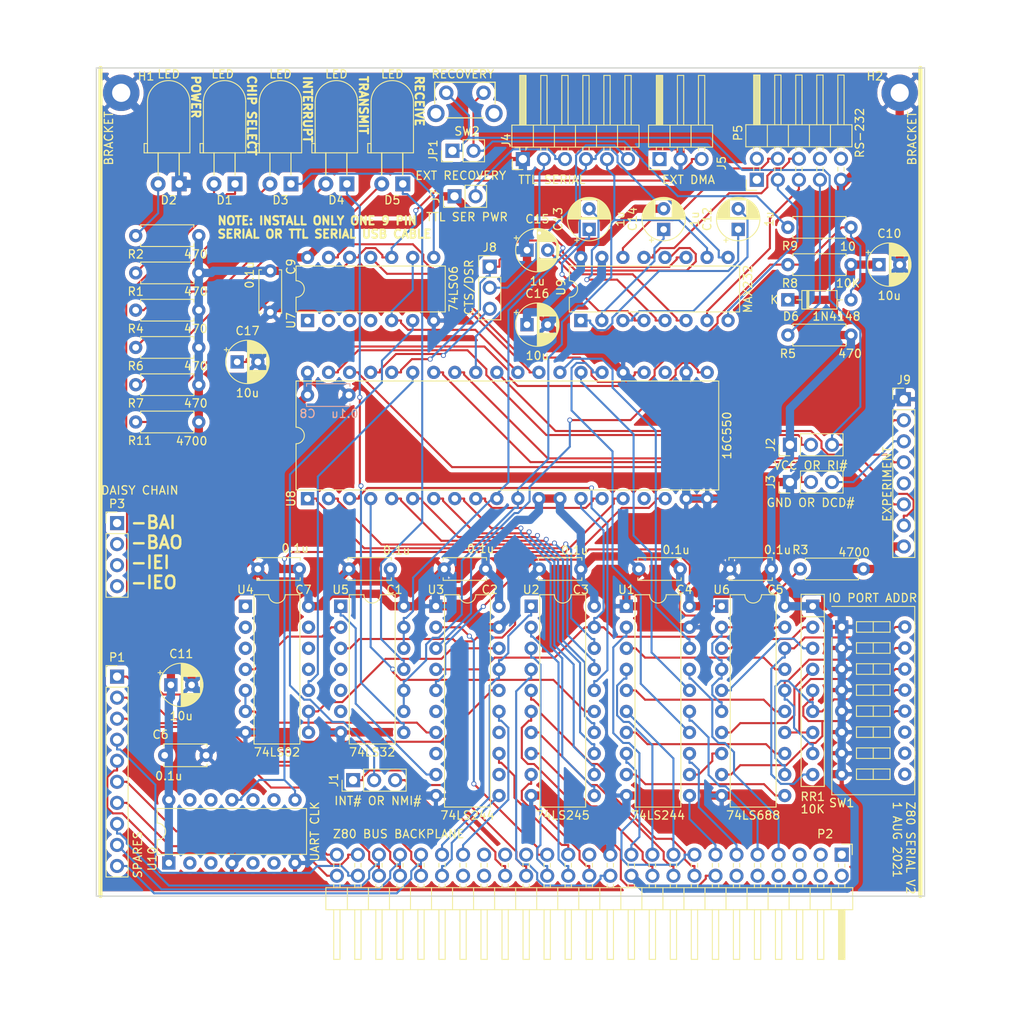
<source format=kicad_pcb>
(kicad_pcb (version 20171130) (host pcbnew "(5.1.9)-1")
  (layers (0 F.Cu signal) (31 B.Cu signal) (34 B.Paste user) (35 F.Paste user) (36 B.SilkS user) (37 F.SilkS user) (38 B.Mask user) (39 F.Mask user) (44 Edge.Cuts user))
  (net 0 "")
  (net 1 VCC)
  (net 2 GND)
  (net 3 /A7)
  (net 4 /A6)
  (net 5 /A5)
  (net 6 /D4)
  (net 7 /A4)
  (net 8 /D3)
  (net 9 /A3)
  (net 10 /D5)
  (net 11 /A2)
  (net 12 /D6)
  (net 13 /A1)
  (net 14 /A0)
  (net 15 /D2)
  (net 16 /D7)
  (net 17 /D0)
  (net 18 /D1)
  (net 19 /SPARE9)
  (net 20 /SPARE0)
  (net 21 /SPARE8)
  (net 22 /SPARE1)
  (net 23 /SPARE7)
  (net 24 /SPARE2)
  (net 25 /SPARE6)
  (net 26 /SPARE3)
  (net 27 /SPARE5)
  (net 28 /SPARE4)
  (net 29 /M1#)
  (net 30 /RESET#)
  (net 31 /WR#)
  (net 32 /RD#)
  (net 33 /IORQ#)
  (net 34 /bIORQ#)
  (net 35 /bM1#)
  (net 36 /bA7)
  (net 37 /bA6)
  (net 38 /bA5)
  (net 39 /bA4)
  (net 40 /bA3)
  (net 41 /bA2)
  (net 42 /bA1)
  (net 43 /bA0)
  (net 44 "Net-(RR1-Pad2)")
  (net 45 "Net-(RR1-Pad3)")
  (net 46 "Net-(RR1-Pad4)")
  (net 47 "Net-(RR1-Pad5)")
  (net 48 "Net-(RR1-Pad6)")
  (net 49 "Net-(RR1-Pad7)")
  (net 50 "Net-(RR1-Pad8)")
  (net 51 "Net-(RR1-Pad9)")
  (net 52 /bD5)
  (net 53 /bD4)
  (net 54 /bD3)
  (net 55 /bD2)
  (net 56 /bD1)
  (net 57 /bD0)
  (net 58 /bRESET#)
  (net 59 /bWR#)
  (net 60 /bD7)
  (net 61 /bD6)
  (net 62 "Net-(R3-Pad1)")
  (net 63 /bRD#)
  (net 64 /bRESET)
  (net 65 "Net-(C12-Pad2)")
  (net 66 "Net-(C12-Pad1)")
  (net 67 "Net-(C13-Pad1)")
  (net 68 /TTL_RTS#)
  (net 69 /TTL_RX)
  (net 70 /TTL_TX)
  (net 71 /TTL_CTS#)
  (net 72 /INT#)
  (net 73 /CLK_UART)
  (net 74 /RX)
  (net 75 /RTS#)
  (net 76 /TX)
  (net 77 /CTS#)
  (net 78 /INT)
  (net 79 "Net-(D1-Pad2)")
  (net 80 /DTR#)
  (net 81 /CS_SERIAL#)
  (net 82 "Net-(U4-Pad4)")
  (net 83 /688SEL#)
  (net 84 /TTL_DSR#)
  (net 85 "Net-(C13-Pad2)")
  (net 86 "Net-(C14-Pad1)")
  (net 87 "Net-(C15-Pad2)")
  (net 88 "Net-(D1-Pad1)")
  (net 89 "Net-(D2-Pad2)")
  (net 90 "Net-(D3-Pad1)")
  (net 91 "Net-(D3-Pad2)")
  (net 92 "Net-(J1-Pad2)")
  (net 93 /NMI#)
  (net 94 /RI#)
  (net 95 "Net-(J2-Pad2)")
  (net 96 "Net-(J3-Pad2)")
  (net 97 "Net-(J4-Pad3)")
  (net 98 "Net-(J4-Pad6)")
  (net 99 /TTL_OUT2)
  (net 100 /TTL_OUT1)
  (net 101 /TTL_DTR#)
  (net 102 "Net-(U8-Pad15)")
  (net 103 /DCD#)
  (net 104 "Net-(D4-Pad2)")
  (net 105 "Net-(D4-Pad1)")
  (net 106 "Net-(D5-Pad1)")
  (net 107 "Net-(D5-Pad2)")
  (net 108 "Net-(C17-Pad1)")
  (net 109 "Net-(JP1-Pad2)")
  (net 110 "Net-(J5-Pad3)")
  (net 111 /RXRDY#)
  (net 112 /TXRDY#)
  (module Connector_PinHeader_2.54mm:PinHeader_1x03_P2.54mm_Horizontal (layer F.Cu) (at 113 57 90)
    (fp_text reference J5 (at -0.5 7.5 270) (layer F.SilkS))
    (fp_text value "EXT DMA" (at -2.5 3.5 180) (layer F.SilkS))
    (pad 3 thru_hole oval (at 0 5.08 90) (size 1.7 1.7) (drill 1) (layers *.Cu *.Mask) (net 110 "Net-(J5-Pad3)"))
    (pad 2 thru_hole oval (at 0 2.54 90) (size 1.7 1.7) (drill 1) (layers *.Cu *.Mask) (net 2 GND))
    (pad 1 thru_hole rect (at 0 0 90) (size 1.7 1.7) (drill 1) (layers *.Cu *.Mask))
  )
  (module Resistors_THT:R_Axial_DIN0207_L6.3mm_D2.5mm_P7.62mm_Horizontal (layer F.Cu) (at 49.75 88.75)
    (fp_text reference R11 (at 0.5 2.25) (layer F.SilkS))
    (fp_text value 4700 (at 6.75 2.31) (layer F.SilkS))
    (pad 2 thru_hole oval (at 7.62 0) (size 1.6 1.6) (drill 0.8) (layers *.Cu *.Mask) (net 1 VCC))
    (pad 1 thru_hole circle (at 0 0) (size 1.6 1.6) (drill 0.8) (layers *.Cu *.Mask) (net 110 "Net-(J5-Pad3)"))
  )
  (module Housings_DIP:DIP-14_W7.62mm (layer F.Cu) (at 53.75 142 90)
    (fp_text reference U10 (at 0.5 -2 90) (layer F.SilkS))
    (fp_text value "UART CLK" (at 3.81 17.63 90) (layer F.SilkS))
    (pad 14 thru_hole oval (at 7.62 0 90) (size 1.6 1.6) (drill 0.8) (layers *.Cu *.Mask) (net 1 VCC))
    (pad 7 thru_hole oval (at 0 15.24 90) (size 1.6 1.6) (drill 0.8) (layers *.Cu *.Mask) (net 2 GND))
    (pad 13 thru_hole oval (at 7.62 2.54 90) (size 1.6 1.6) (drill 0.8) (layers *.Cu *.Mask))
    (pad 6 thru_hole oval (at 0 12.7 90) (size 1.6 1.6) (drill 0.8) (layers *.Cu *.Mask))
    (pad 12 thru_hole oval (at 7.62 5.08 90) (size 1.6 1.6) (drill 0.8) (layers *.Cu *.Mask))
    (pad 5 thru_hole oval (at 0 10.16 90) (size 1.6 1.6) (drill 0.8) (layers *.Cu *.Mask))
    (pad 11 thru_hole oval (at 7.62 7.62 90) (size 1.6 1.6) (drill 0.8) (layers *.Cu *.Mask) (net 73 /CLK_UART))
    (pad 4 thru_hole oval (at 0 7.62 90) (size 1.6 1.6) (drill 0.8) (layers *.Cu *.Mask) (net 2 GND))
    (pad 10 thru_hole oval (at 7.62 10.16 90) (size 1.6 1.6) (drill 0.8) (layers *.Cu *.Mask))
    (pad 3 thru_hole oval (at 0 5.08 90) (size 1.6 1.6) (drill 0.8) (layers *.Cu *.Mask))
    (pad 9 thru_hole oval (at 7.62 12.7 90) (size 1.6 1.6) (drill 0.8) (layers *.Cu *.Mask))
    (pad 2 thru_hole oval (at 0 2.54 90) (size 1.6 1.6) (drill 0.8) (layers *.Cu *.Mask))
    (pad 8 thru_hole oval (at 7.62 15.24 90) (size 1.6 1.6) (drill 0.8) (layers *.Cu *.Mask) (net 73 /CLK_UART))
    (pad 1 thru_hole rect (at 0 0 90) (size 1.6 1.6) (drill 0.8) (layers *.Cu *.Mask) (net 1 VCC))
  )
  (module Buttons_Switches_THT:SW_Tactile_SPST_Angled (layer F.Cu) (at 87.25 49)
    (fp_text reference SW2 (at 2.5 4.65) (layer F.SilkS))
    (fp_text value RECOVERY (at 2 -2.25) (layer F.SilkS))
    (pad "" thru_hole circle (at -1.25 2.49) (size 2.1 2.1) (drill 1.3) (layers *.Cu *.Mask))
    (pad 1 thru_hole circle (at 0 0) (size 1.75 1.75) (drill 0.99) (layers *.Cu *.Mask) (net 94 /RI#))
    (pad 2 thru_hole circle (at 4.5 0) (size 1.75 1.75) (drill 0.99) (layers *.Cu *.Mask) (net 109 "Net-(JP1-Pad2)"))
    (pad "" thru_hole circle (at 5.76 2.49) (size 2.1 2.1) (drill 1.3) (layers *.Cu *.Mask))
  )
  (module Resistors_THT:R_Axial_DIN0207_L6.3mm_D2.5mm_P7.62mm_Horizontal (layer F.Cu) (at 128.5 65.25)
    (fp_text reference R9 (at 0.25 2.25) (layer F.SilkS))
    (fp_text value 10 (at 7.25 2.31) (layer F.SilkS))
    (pad 2 thru_hole oval (at 7.62 0) (size 1.6 1.6) (drill 0.8) (layers *.Cu *.Mask) (net 108 "Net-(C17-Pad1)"))
    (pad 1 thru_hole circle (at 0 0) (size 1.6 1.6) (drill 0.8) (layers *.Cu *.Mask) (net 109 "Net-(JP1-Pad2)"))
  )
  (module Resistors_THT:R_Axial_DIN0207_L6.3mm_D2.5mm_P7.62mm_Horizontal (layer F.Cu) (at 128.5 69.75)
    (fp_text reference R8 (at 0.25 2.25) (layer F.SilkS))
    (fp_text value 10K (at 7.25 2.25) (layer F.SilkS))
    (pad 2 thru_hole oval (at 7.62 0) (size 1.6 1.6) (drill 0.8) (layers *.Cu *.Mask) (net 1 VCC))
    (pad 1 thru_hole circle (at 0 0) (size 1.6 1.6) (drill 0.8) (layers *.Cu *.Mask) (net 108 "Net-(C17-Pad1)"))
  )
  (module Connector_PinHeader_2.54mm:PinHeader_1x02_P2.54mm_Vertical (layer F.Cu) (at 88 56 90)
    (fp_text reference JP1 (at 0 -2.33 90) (layer F.SilkS))
    (fp_text value "EXT RECOVERY" (at -3 1 180) (layer F.SilkS))
    (pad 2 thru_hole oval (at 0 2.54 90) (size 1.7 1.7) (drill 1) (layers *.Cu *.Mask) (net 109 "Net-(JP1-Pad2)"))
    (pad 1 thru_hole rect (at 0 0 90) (size 1.7 1.7) (drill 1) (layers *.Cu *.Mask) (net 94 /RI#))
  )
  (module MountingHole:MountingHole_2.2mm_M2_Pad (layer F.Cu) (at 142 49)
    (fp_text reference H2 (at -3 -2) (layer F.SilkS))
    (fp_text value BRACKET (at 1.5 5.5 90) (layer F.SilkS))
    (pad 1 thru_hole circle (at 0 0) (size 4.4 4.4) (drill 2.2) (layers *.Cu *.Mask) (net 2 GND))
  )
  (module MountingHole:MountingHole_2.2mm_M2_Pad (layer F.Cu) (at 48 49)
    (fp_text reference H1 (at 3 -2) (layer F.SilkS))
    (fp_text value BRACKET (at -1.5 5.5 90) (layer F.SilkS))
    (pad 1 thru_hole circle (at 0 0) (size 4.4 4.4) (drill 2.2) (layers *.Cu *.Mask) (net 2 GND))
  )
  (module Diode_THT:D_DO-35_SOD27_P7.62mm_Horizontal (layer F.Cu) (at 128.5 74)
    (fp_text reference D6 (at 0.37 2) (layer F.SilkS))
    (fp_text value 1N4148 (at 5.87 2) (layer F.SilkS))
    (fp_text user K (at -1.63 0) (layer F.SilkS))
    (pad 2 thru_hole oval (at 7.62 0) (size 1.6 1.6) (drill 0.8) (layers *.Cu *.Mask) (net 108 "Net-(C17-Pad1)"))
    (pad 1 thru_hole rect (at 0 0) (size 1.6 1.6) (drill 0.8) (layers *.Cu *.Mask) (net 1 VCC))
  )
  (module Capacitor_THT:CP_Radial_D5.0mm_P2.50mm (layer F.Cu) (at 62 81.5)
    (fp_text reference C17 (at 1.25 -3.75) (layer F.SilkS))
    (fp_text value 10u (at 1.25 3.75) (layer F.SilkS))
    (pad 2 thru_hole circle (at 2.5 0) (size 1.6 1.6) (drill 0.8) (layers *.Cu *.Mask) (net 2 GND))
    (pad 1 thru_hole rect (at 0 0) (size 1.6 1.6) (drill 0.8) (layers *.Cu *.Mask) (net 108 "Net-(C17-Pad1)"))
  )
  (module LEDs:LED_D5.0mm_Horizontal_O3.81mm_Z3.0mm (layer F.Cu) (at 61.75 60 180)
    (fp_text reference D1 (at 1.27 -1.96 180) (layer F.SilkS))
    (fp_text value LED (at 1.5 13.25 180) (layer F.SilkS))
    (pad 1 thru_hole rect (at 0 0 180) (size 1.8 1.8) (drill 0.9) (layers *.Cu *.Mask) (net 88 "Net-(D1-Pad1)"))
    (pad 2 thru_hole circle (at 2.54 0 180) (size 1.8 1.8) (drill 0.9) (layers *.Cu *.Mask) (net 79 "Net-(D1-Pad2)"))
  )
  (module Buttons_Switches_THT:SW_DIP_x8_W7.62mm_Slide (layer F.Cu) (at 135 113.5)
    (fp_text reference SW1 (at 0 21.25) (layer F.SilkS))
    (fp_text value "IO PORT ADDR" (at 3.75 -3.5) (layer F.SilkS))
    (pad 1 thru_hole rect (at 0 0) (size 1.6 1.6) (drill 0.8) (layers *.Cu *.Mask) (net 2 GND))
    (pad 9 thru_hole oval (at 7.62 17.78) (size 1.6 1.6) (drill 0.8) (layers *.Cu *.Mask))
    (pad 2 thru_hole oval (at 0 2.54) (size 1.6 1.6) (drill 0.8) (layers *.Cu *.Mask) (net 2 GND))
    (pad 10 thru_hole oval (at 7.62 15.24) (size 1.6 1.6) (drill 0.8) (layers *.Cu *.Mask))
    (pad 3 thru_hole oval (at 0 5.08) (size 1.6 1.6) (drill 0.8) (layers *.Cu *.Mask) (net 2 GND))
    (pad 11 thru_hole oval (at 7.62 12.7) (size 1.6 1.6) (drill 0.8) (layers *.Cu *.Mask))
    (pad 4 thru_hole oval (at 0 7.62) (size 1.6 1.6) (drill 0.8) (layers *.Cu *.Mask) (net 2 GND))
    (pad 12 thru_hole oval (at 7.62 10.16) (size 1.6 1.6) (drill 0.8) (layers *.Cu *.Mask) (net 47 "Net-(RR1-Pad5)"))
    (pad 5 thru_hole oval (at 0 10.16) (size 1.6 1.6) (drill 0.8) (layers *.Cu *.Mask) (net 2 GND))
    (pad 13 thru_hole oval (at 7.62 7.62) (size 1.6 1.6) (drill 0.8) (layers *.Cu *.Mask) (net 48 "Net-(RR1-Pad6)"))
    (pad 6 thru_hole oval (at 0 12.7) (size 1.6 1.6) (drill 0.8) (layers *.Cu *.Mask) (net 2 GND))
    (pad 14 thru_hole oval (at 7.62 5.08) (size 1.6 1.6) (drill 0.8) (layers *.Cu *.Mask) (net 49 "Net-(RR1-Pad7)"))
    (pad 7 thru_hole oval (at 0 15.24) (size 1.6 1.6) (drill 0.8) (layers *.Cu *.Mask) (net 2 GND))
    (pad 15 thru_hole oval (at 7.62 2.54) (size 1.6 1.6) (drill 0.8) (layers *.Cu *.Mask) (net 50 "Net-(RR1-Pad8)"))
    (pad 8 thru_hole oval (at 0 17.78) (size 1.6 1.6) (drill 0.8) (layers *.Cu *.Mask) (net 2 GND))
    (pad 16 thru_hole oval (at 7.62 0) (size 1.6 1.6) (drill 0.8) (layers *.Cu *.Mask) (net 51 "Net-(RR1-Pad9)"))
  )
  (module Capacitor_THT:C_Disc_D5.0mm_W2.5mm_P5.00mm (layer F.Cu) (at 92 106.5 180)
    (fp_text reference C2 (at -0.5 -2.5 180) (layer F.SilkS))
    (fp_text value 0.1u (at 0.61 2.44 180) (layer F.SilkS))
    (pad 2 thru_hole circle (at 5 0 180) (size 1.6 1.6) (drill 0.8) (layers *.Cu *.Mask) (net 2 GND))
    (pad 1 thru_hole circle (at 0 0 180) (size 1.6 1.6) (drill 0.8) (layers *.Cu *.Mask) (net 1 VCC))
  )
  (module Capacitor_THT:C_Disc_D5.0mm_W2.5mm_P5.00mm (layer F.Cu) (at 126.5 106.5 180)
    (fp_text reference C5 (at -0.5 -2.5 180) (layer F.SilkS))
    (fp_text value 0.1u (at -0.75 2.31 180) (layer F.SilkS))
    (pad 1 thru_hole circle (at 0 0 180) (size 1.6 1.6) (drill 0.8) (layers *.Cu *.Mask) (net 1 VCC))
    (pad 2 thru_hole circle (at 5 0 180) (size 1.6 1.6) (drill 0.8) (layers *.Cu *.Mask) (net 2 GND))
  )
  (module Capacitor_THT:C_Disc_D5.0mm_W2.5mm_P5.00mm (layer F.Cu) (at 103.5 106.5 180)
    (fp_text reference C3 (at 0 -2.5 180) (layer F.SilkS))
    (fp_text value 0.1u (at 0.75 2.25 180) (layer F.SilkS))
    (pad 1 thru_hole circle (at 0 0 180) (size 1.6 1.6) (drill 0.8) (layers *.Cu *.Mask) (net 1 VCC))
    (pad 2 thru_hole circle (at 5 0 180) (size 1.6 1.6) (drill 0.8) (layers *.Cu *.Mask) (net 2 GND))
  )
  (module Capacitor_THT:C_Disc_D5.0mm_W2.5mm_P5.00mm (layer F.Cu) (at 115.5 106.5 180)
    (fp_text reference C4 (at -0.5 -2.5 180) (layer F.SilkS))
    (fp_text value 0.1u (at 0.5 2.31 180) (layer F.SilkS))
    (pad 2 thru_hole circle (at 5 0 180) (size 1.6 1.6) (drill 0.8) (layers *.Cu *.Mask) (net 2 GND))
    (pad 1 thru_hole circle (at 0 0 180) (size 1.6 1.6) (drill 0.8) (layers *.Cu *.Mask) (net 1 VCC))
  )
  (module Capacitor_THT:C_Disc_D5.0mm_W2.5mm_P5.00mm (layer F.Cu) (at 80.5 106.5 180)
    (fp_text reference C1 (at -0.5 -2.5 180) (layer F.SilkS))
    (fp_text value 0.1u (at -0.75 2.25 180) (layer F.SilkS))
    (pad 2 thru_hole circle (at 5 0 180) (size 1.6 1.6) (drill 0.8) (layers *.Cu *.Mask) (net 2 GND))
    (pad 1 thru_hole circle (at 0 0 180) (size 1.6 1.6) (drill 0.8) (layers *.Cu *.Mask) (net 1 VCC))
  )
  (module Housings_DIP:DIP-20_W7.62mm (layer F.Cu) (at 97.5 111)
    (fp_text reference U2 (at 0 -2) (layer F.SilkS))
    (fp_text value 74LS245 (at 3.81 25.25) (layer F.SilkS))
    (pad 1 thru_hole rect (at 0 0) (size 1.6 1.6) (drill 0.8) (layers *.Cu *.Mask) (net 32 /RD#))
    (pad 11 thru_hole oval (at 7.62 22.86) (size 1.6 1.6) (drill 0.8) (layers *.Cu *.Mask) (net 60 /bD7))
    (pad 2 thru_hole oval (at 0 2.54) (size 1.6 1.6) (drill 0.8) (layers *.Cu *.Mask) (net 17 /D0))
    (pad 12 thru_hole oval (at 7.62 20.32) (size 1.6 1.6) (drill 0.8) (layers *.Cu *.Mask) (net 61 /bD6))
    (pad 3 thru_hole oval (at 0 5.08) (size 1.6 1.6) (drill 0.8) (layers *.Cu *.Mask) (net 18 /D1))
    (pad 13 thru_hole oval (at 7.62 17.78) (size 1.6 1.6) (drill 0.8) (layers *.Cu *.Mask) (net 52 /bD5))
    (pad 4 thru_hole oval (at 0 7.62) (size 1.6 1.6) (drill 0.8) (layers *.Cu *.Mask) (net 15 /D2))
    (pad 14 thru_hole oval (at 7.62 15.24) (size 1.6 1.6) (drill 0.8) (layers *.Cu *.Mask) (net 53 /bD4))
    (pad 5 thru_hole oval (at 0 10.16) (size 1.6 1.6) (drill 0.8) (layers *.Cu *.Mask) (net 8 /D3))
    (pad 15 thru_hole oval (at 7.62 12.7) (size 1.6 1.6) (drill 0.8) (layers *.Cu *.Mask) (net 54 /bD3))
    (pad 6 thru_hole oval (at 0 12.7) (size 1.6 1.6) (drill 0.8) (layers *.Cu *.Mask) (net 6 /D4))
    (pad 16 thru_hole oval (at 7.62 10.16) (size 1.6 1.6) (drill 0.8) (layers *.Cu *.Mask) (net 55 /bD2))
    (pad 7 thru_hole oval (at 0 15.24) (size 1.6 1.6) (drill 0.8) (layers *.Cu *.Mask) (net 10 /D5))
    (pad 17 thru_hole oval (at 7.62 7.62) (size 1.6 1.6) (drill 0.8) (layers *.Cu *.Mask) (net 56 /bD1))
    (pad 8 thru_hole oval (at 0 17.78) (size 1.6 1.6) (drill 0.8) (layers *.Cu *.Mask) (net 12 /D6))
    (pad 18 thru_hole oval (at 7.62 5.08) (size 1.6 1.6) (drill 0.8) (layers *.Cu *.Mask) (net 57 /bD0))
    (pad 9 thru_hole oval (at 0 20.32) (size 1.6 1.6) (drill 0.8) (layers *.Cu *.Mask) (net 16 /D7))
    (pad 19 thru_hole oval (at 7.62 2.54) (size 1.6 1.6) (drill 0.8) (layers *.Cu *.Mask) (net 81 /CS_SERIAL#))
    (pad 10 thru_hole oval (at 0 22.86) (size 1.6 1.6) (drill 0.8) (layers *.Cu *.Mask) (net 2 GND))
    (pad 20 thru_hole oval (at 7.62 0) (size 1.6 1.6) (drill 0.8) (layers *.Cu *.Mask) (net 1 VCC))
  )
  (module Housings_DIP:DIP-20_W7.62mm (layer F.Cu) (at 86 111)
    (fp_text reference U3 (at 0 -2) (layer F.SilkS))
    (fp_text value 74LS244 (at 3.81 25.25) (layer F.SilkS))
    (pad 20 thru_hole oval (at 7.62 0) (size 1.6 1.6) (drill 0.8) (layers *.Cu *.Mask) (net 1 VCC))
    (pad 10 thru_hole oval (at 0 22.86) (size 1.6 1.6) (drill 0.8) (layers *.Cu *.Mask) (net 2 GND))
    (pad 19 thru_hole oval (at 7.62 2.54) (size 1.6 1.6) (drill 0.8) (layers *.Cu *.Mask) (net 2 GND))
    (pad 9 thru_hole oval (at 0 20.32) (size 1.6 1.6) (drill 0.8) (layers *.Cu *.Mask) (net 34 /bIORQ#))
    (pad 18 thru_hole oval (at 7.62 5.08) (size 1.6 1.6) (drill 0.8) (layers *.Cu *.Mask) (net 58 /bRESET#))
    (pad 8 thru_hole oval (at 0 17.78) (size 1.6 1.6) (drill 0.8) (layers *.Cu *.Mask))
    (pad 17 thru_hole oval (at 7.62 7.62) (size 1.6 1.6) (drill 0.8) (layers *.Cu *.Mask) (net 32 /RD#))
    (pad 7 thru_hole oval (at 0 15.24) (size 1.6 1.6) (drill 0.8) (layers *.Cu *.Mask) (net 35 /bM1#))
    (pad 16 thru_hole oval (at 7.62 10.16) (size 1.6 1.6) (drill 0.8) (layers *.Cu *.Mask) (net 88 "Net-(D1-Pad1)"))
    (pad 6 thru_hole oval (at 0 12.7) (size 1.6 1.6) (drill 0.8) (layers *.Cu *.Mask))
    (pad 15 thru_hole oval (at 7.62 12.7) (size 1.6 1.6) (drill 0.8) (layers *.Cu *.Mask) (net 31 /WR#))
    (pad 5 thru_hole oval (at 0 10.16) (size 1.6 1.6) (drill 0.8) (layers *.Cu *.Mask) (net 59 /bWR#))
    (pad 14 thru_hole oval (at 7.62 15.24) (size 1.6 1.6) (drill 0.8) (layers *.Cu *.Mask))
    (pad 4 thru_hole oval (at 0 7.62) (size 1.6 1.6) (drill 0.8) (layers *.Cu *.Mask) (net 81 /CS_SERIAL#))
    (pad 13 thru_hole oval (at 7.62 17.78) (size 1.6 1.6) (drill 0.8) (layers *.Cu *.Mask) (net 29 /M1#))
    (pad 3 thru_hole oval (at 0 5.08) (size 1.6 1.6) (drill 0.8) (layers *.Cu *.Mask) (net 63 /bRD#))
    (pad 12 thru_hole oval (at 7.62 20.32) (size 1.6 1.6) (drill 0.8) (layers *.Cu *.Mask))
    (pad 2 thru_hole oval (at 0 2.54) (size 1.6 1.6) (drill 0.8) (layers *.Cu *.Mask) (net 30 /RESET#))
    (pad 11 thru_hole oval (at 7.62 22.86) (size 1.6 1.6) (drill 0.8) (layers *.Cu *.Mask) (net 33 /IORQ#))
    (pad 1 thru_hole rect (at 0 0) (size 1.6 1.6) (drill 0.8) (layers *.Cu *.Mask) (net 2 GND))
  )
  (module Capacitor_THT:C_Disc_D5.0mm_W2.5mm_P5.00mm (layer F.Cu) (at 53.25 129)
    (fp_text reference C6 (at -0.5 -2.5) (layer F.SilkS))
    (fp_text value 0.1u (at 0.5 2.5) (layer F.SilkS))
    (pad 1 thru_hole circle (at 0 0) (size 1.6 1.6) (drill 0.8) (layers *.Cu *.Mask) (net 1 VCC))
    (pad 2 thru_hole circle (at 5 0) (size 1.6 1.6) (drill 0.8) (layers *.Cu *.Mask) (net 2 GND))
  )
  (module Capacitor_THT:C_Disc_D5.0mm_W2.5mm_P5.00mm (layer F.Cu) (at 69.5 106.5 180)
    (fp_text reference C7 (at -0.5 -2.5) (layer F.SilkS))
    (fp_text value 0.1u (at 0.5 2.5) (layer F.SilkS))
    (pad 2 thru_hole circle (at 5 0 180) (size 1.6 1.6) (drill 0.8) (layers *.Cu *.Mask) (net 2 GND))
    (pad 1 thru_hole circle (at 0 0 180) (size 1.6 1.6) (drill 0.8) (layers *.Cu *.Mask) (net 1 VCC))
  )
  (module Resistors_THT:R_Axial_DIN0207_L6.3mm_D2.5mm_P7.62mm_Horizontal (layer F.Cu) (at 49.75 70.75)
    (fp_text reference R1 (at 0 2.25) (layer F.SilkS))
    (fp_text value 470 (at 7.25 2.25) (layer F.SilkS))
    (pad 1 thru_hole circle (at 0 0) (size 1.6 1.6) (drill 0.8) (layers *.Cu *.Mask) (net 79 "Net-(D1-Pad2)"))
    (pad 2 thru_hole oval (at 7.62 0) (size 1.6 1.6) (drill 0.8) (layers *.Cu *.Mask) (net 1 VCC))
  )
  (module Resistors_THT:R_Array_SIP9 (layer F.Cu) (at 131.5 111 270)
    (fp_text reference RR1 (at 23 0 180) (layer F.SilkS))
    (fp_text value 10K (at 24.5 0 180) (layer F.SilkS))
    (pad 1 thru_hole rect (at 0 0 270) (size 1.6 1.6) (drill 0.8) (layers *.Cu *.Mask) (net 1 VCC))
    (pad 2 thru_hole oval (at 2.54 0 270) (size 1.6 1.6) (drill 0.8) (layers *.Cu *.Mask) (net 44 "Net-(RR1-Pad2)"))
    (pad 3 thru_hole oval (at 5.08 0 270) (size 1.6 1.6) (drill 0.8) (layers *.Cu *.Mask) (net 45 "Net-(RR1-Pad3)"))
    (pad 4 thru_hole oval (at 7.62 0 270) (size 1.6 1.6) (drill 0.8) (layers *.Cu *.Mask) (net 46 "Net-(RR1-Pad4)"))
    (pad 5 thru_hole oval (at 10.16 0 270) (size 1.6 1.6) (drill 0.8) (layers *.Cu *.Mask) (net 47 "Net-(RR1-Pad5)"))
    (pad 6 thru_hole oval (at 12.7 0 270) (size 1.6 1.6) (drill 0.8) (layers *.Cu *.Mask) (net 48 "Net-(RR1-Pad6)"))
    (pad 7 thru_hole oval (at 15.24 0 270) (size 1.6 1.6) (drill 0.8) (layers *.Cu *.Mask) (net 49 "Net-(RR1-Pad7)"))
    (pad 8 thru_hole oval (at 17.78 0 270) (size 1.6 1.6) (drill 0.8) (layers *.Cu *.Mask) (net 50 "Net-(RR1-Pad8)"))
    (pad 9 thru_hole oval (at 20.32 0 270) (size 1.6 1.6) (drill 0.8) (layers *.Cu *.Mask) (net 51 "Net-(RR1-Pad9)"))
  )
  (module Housings_DIP:DIP-20_W7.62mm (layer F.Cu) (at 109 111)
    (fp_text reference U1 (at 0 -2) (layer F.SilkS))
    (fp_text value 74LS244 (at 3.81 25.25) (layer F.SilkS))
    (pad 20 thru_hole oval (at 7.62 0) (size 1.6 1.6) (drill 0.8) (layers *.Cu *.Mask) (net 1 VCC))
    (pad 10 thru_hole oval (at 0 22.86) (size 1.6 1.6) (drill 0.8) (layers *.Cu *.Mask) (net 2 GND))
    (pad 19 thru_hole oval (at 7.62 2.54) (size 1.6 1.6) (drill 0.8) (layers *.Cu *.Mask) (net 2 GND))
    (pad 9 thru_hole oval (at 0 20.32) (size 1.6 1.6) (drill 0.8) (layers *.Cu *.Mask) (net 39 /bA4))
    (pad 18 thru_hole oval (at 7.62 5.08) (size 1.6 1.6) (drill 0.8) (layers *.Cu *.Mask) (net 43 /bA0))
    (pad 8 thru_hole oval (at 0 17.78) (size 1.6 1.6) (drill 0.8) (layers *.Cu *.Mask) (net 9 /A3))
    (pad 17 thru_hole oval (at 7.62 7.62) (size 1.6 1.6) (drill 0.8) (layers *.Cu *.Mask) (net 3 /A7))
    (pad 7 thru_hole oval (at 0 15.24) (size 1.6 1.6) (drill 0.8) (layers *.Cu *.Mask) (net 38 /bA5))
    (pad 16 thru_hole oval (at 7.62 10.16) (size 1.6 1.6) (drill 0.8) (layers *.Cu *.Mask) (net 42 /bA1))
    (pad 6 thru_hole oval (at 0 12.7) (size 1.6 1.6) (drill 0.8) (layers *.Cu *.Mask) (net 11 /A2))
    (pad 15 thru_hole oval (at 7.62 12.7) (size 1.6 1.6) (drill 0.8) (layers *.Cu *.Mask) (net 4 /A6))
    (pad 5 thru_hole oval (at 0 10.16) (size 1.6 1.6) (drill 0.8) (layers *.Cu *.Mask) (net 37 /bA6))
    (pad 14 thru_hole oval (at 7.62 15.24) (size 1.6 1.6) (drill 0.8) (layers *.Cu *.Mask) (net 41 /bA2))
    (pad 4 thru_hole oval (at 0 7.62) (size 1.6 1.6) (drill 0.8) (layers *.Cu *.Mask) (net 13 /A1))
    (pad 13 thru_hole oval (at 7.62 17.78) (size 1.6 1.6) (drill 0.8) (layers *.Cu *.Mask) (net 5 /A5))
    (pad 3 thru_hole oval (at 0 5.08) (size 1.6 1.6) (drill 0.8) (layers *.Cu *.Mask) (net 36 /bA7))
    (pad 12 thru_hole oval (at 7.62 20.32) (size 1.6 1.6) (drill 0.8) (layers *.Cu *.Mask) (net 40 /bA3))
    (pad 2 thru_hole oval (at 0 2.54) (size 1.6 1.6) (drill 0.8) (layers *.Cu *.Mask) (net 14 /A0))
    (pad 11 thru_hole oval (at 7.62 22.86) (size 1.6 1.6) (drill 0.8) (layers *.Cu *.Mask) (net 7 /A4))
    (pad 1 thru_hole rect (at 0 0) (size 1.6 1.6) (drill 0.8) (layers *.Cu *.Mask) (net 2 GND))
  )
  (module Housings_DIP:DIP-14_W7.62mm (layer F.Cu) (at 63 111)
    (fp_text reference U4 (at 0 -2) (layer F.SilkS))
    (fp_text value 74LS02 (at 3.81 17.63) (layer F.SilkS))
    (pad 1 thru_hole rect (at 0 0) (size 1.6 1.6) (drill 0.8) (layers *.Cu *.Mask))
    (pad 8 thru_hole oval (at 7.62 15.24) (size 1.6 1.6) (drill 0.8) (layers *.Cu *.Mask) (net 58 /bRESET#))
    (pad 2 thru_hole oval (at 0 2.54) (size 1.6 1.6) (drill 0.8) (layers *.Cu *.Mask))
    (pad 9 thru_hole oval (at 7.62 12.7) (size 1.6 1.6) (drill 0.8) (layers *.Cu *.Mask) (net 58 /bRESET#))
    (pad 3 thru_hole oval (at 0 5.08) (size 1.6 1.6) (drill 0.8) (layers *.Cu *.Mask))
    (pad 10 thru_hole oval (at 7.62 10.16) (size 1.6 1.6) (drill 0.8) (layers *.Cu *.Mask) (net 64 /bRESET))
    (pad 4 thru_hole oval (at 0 7.62) (size 1.6 1.6) (drill 0.8) (layers *.Cu *.Mask) (net 82 "Net-(U4-Pad4)"))
    (pad 11 thru_hole oval (at 7.62 7.62) (size 1.6 1.6) (drill 0.8) (layers *.Cu *.Mask))
    (pad 5 thru_hole oval (at 0 10.16) (size 1.6 1.6) (drill 0.8) (layers *.Cu *.Mask) (net 35 /bM1#))
    (pad 12 thru_hole oval (at 7.62 5.08) (size 1.6 1.6) (drill 0.8) (layers *.Cu *.Mask))
    (pad 6 thru_hole oval (at 0 12.7) (size 1.6 1.6) (drill 0.8) (layers *.Cu *.Mask) (net 35 /bM1#))
    (pad 13 thru_hole oval (at 7.62 2.54) (size 1.6 1.6) (drill 0.8) (layers *.Cu *.Mask))
    (pad 7 thru_hole oval (at 0 15.24) (size 1.6 1.6) (drill 0.8) (layers *.Cu *.Mask) (net 2 GND))
    (pad 14 thru_hole oval (at 7.62 0) (size 1.6 1.6) (drill 0.8) (layers *.Cu *.Mask) (net 1 VCC))
  )
  (module Housings_DIP:DIP-20_W7.62mm (layer F.Cu) (at 120.5 111)
    (fp_text reference U6 (at 0 -2) (layer F.SilkS))
    (fp_text value 74LS688 (at 3.81 25.25) (layer F.SilkS))
    (pad 1 thru_hole rect (at 0 0) (size 1.6 1.6) (drill 0.8) (layers *.Cu *.Mask) (net 83 /688SEL#))
    (pad 11 thru_hole oval (at 7.62 22.86) (size 1.6 1.6) (drill 0.8) (layers *.Cu *.Mask) (net 39 /bA4))
    (pad 2 thru_hole oval (at 0 2.54) (size 1.6 1.6) (drill 0.8) (layers *.Cu *.Mask) (net 62 "Net-(R3-Pad1)"))
    (pad 12 thru_hole oval (at 7.62 20.32) (size 1.6 1.6) (drill 0.8) (layers *.Cu *.Mask) (net 48 "Net-(RR1-Pad6)"))
    (pad 3 thru_hole oval (at 0 5.08) (size 1.6 1.6) (drill 0.8) (layers *.Cu *.Mask) (net 44 "Net-(RR1-Pad2)"))
    (pad 13 thru_hole oval (at 7.62 17.78) (size 1.6 1.6) (drill 0.8) (layers *.Cu *.Mask) (net 38 /bA5))
    (pad 4 thru_hole oval (at 0 7.62) (size 1.6 1.6) (drill 0.8) (layers *.Cu *.Mask) (net 62 "Net-(R3-Pad1)"))
    (pad 14 thru_hole oval (at 7.62 15.24) (size 1.6 1.6) (drill 0.8) (layers *.Cu *.Mask) (net 49 "Net-(RR1-Pad7)"))
    (pad 5 thru_hole oval (at 0 10.16) (size 1.6 1.6) (drill 0.8) (layers *.Cu *.Mask) (net 45 "Net-(RR1-Pad3)"))
    (pad 15 thru_hole oval (at 7.62 12.7) (size 1.6 1.6) (drill 0.8) (layers *.Cu *.Mask) (net 37 /bA6))
    (pad 6 thru_hole oval (at 0 12.7) (size 1.6 1.6) (drill 0.8) (layers *.Cu *.Mask) (net 62 "Net-(R3-Pad1)"))
    (pad 16 thru_hole oval (at 7.62 10.16) (size 1.6 1.6) (drill 0.8) (layers *.Cu *.Mask) (net 50 "Net-(RR1-Pad8)"))
    (pad 7 thru_hole oval (at 0 15.24) (size 1.6 1.6) (drill 0.8) (layers *.Cu *.Mask) (net 46 "Net-(RR1-Pad4)"))
    (pad 17 thru_hole oval (at 7.62 7.62) (size 1.6 1.6) (drill 0.8) (layers *.Cu *.Mask) (net 36 /bA7))
    (pad 8 thru_hole oval (at 0 17.78) (size 1.6 1.6) (drill 0.8) (layers *.Cu *.Mask) (net 40 /bA3))
    (pad 18 thru_hole oval (at 7.62 5.08) (size 1.6 1.6) (drill 0.8) (layers *.Cu *.Mask) (net 51 "Net-(RR1-Pad9)"))
    (pad 9 thru_hole oval (at 0 20.32) (size 1.6 1.6) (drill 0.8) (layers *.Cu *.Mask) (net 47 "Net-(RR1-Pad5)"))
    (pad 19 thru_hole oval (at 7.62 2.54) (size 1.6 1.6) (drill 0.8) (layers *.Cu *.Mask) (net 81 /CS_SERIAL#))
    (pad 10 thru_hole oval (at 0 22.86) (size 1.6 1.6) (drill 0.8) (layers *.Cu *.Mask) (net 2 GND))
    (pad 20 thru_hole oval (at 7.62 0) (size 1.6 1.6) (drill 0.8) (layers *.Cu *.Mask) (net 1 VCC))
  )
  (module Capacitor_THT:C_Disc_D5.0mm_W2.5mm_P5.00mm (layer B.Cu) (at 70.5 85.5)
    (fp_text reference C8 (at 0 2.25 180) (layer B.SilkS) (effects (justify mirror)))
    (fp_text value 0.1u (at 4.5 2.25 180) (layer B.SilkS) (effects (justify mirror)))
    (pad 1 thru_hole circle (at 0 0) (size 1.6 1.6) (drill 0.8) (layers *.Cu *.Mask) (net 1 VCC))
    (pad 2 thru_hole circle (at 5 0) (size 1.6 1.6) (drill 0.8) (layers *.Cu *.Mask) (net 2 GND))
  )
  (module Resistors_THT:R_Axial_DIN0207_L6.3mm_D2.5mm_P7.62mm_Horizontal (layer F.Cu) (at 49.75 66.25)
    (fp_text reference R2 (at 0 2.25) (layer F.SilkS))
    (fp_text value 470 (at 7.25 2.25) (layer F.SilkS))
    (pad 1 thru_hole circle (at 0 0) (size 1.6 1.6) (drill 0.8) (layers *.Cu *.Mask) (net 89 "Net-(D2-Pad2)"))
    (pad 2 thru_hole oval (at 7.62 0) (size 1.6 1.6) (drill 0.8) (layers *.Cu *.Mask) (net 1 VCC))
  )
  (module Resistors_THT:R_Axial_DIN0207_L6.3mm_D2.5mm_P7.62mm_Horizontal (layer F.Cu) (at 130 106.5)
    (fp_text reference R3 (at 0 -2.31) (layer F.SilkS))
    (fp_text value 4700 (at 6.5 -2) (layer F.SilkS))
    (pad 2 thru_hole oval (at 7.62 0) (size 1.6 1.6) (drill 0.8) (layers *.Cu *.Mask) (net 1 VCC))
    (pad 1 thru_hole circle (at 0 0) (size 1.6 1.6) (drill 0.8) (layers *.Cu *.Mask) (net 62 "Net-(R3-Pad1)"))
  )
  (module Resistors_THT:R_Axial_DIN0207_L6.3mm_D2.5mm_P7.62mm_Horizontal (layer F.Cu) (at 49.75 75.25)
    (fp_text reference R4 (at 0 2.25) (layer F.SilkS))
    (fp_text value 470 (at 7.25 2.25) (layer F.SilkS))
    (pad 2 thru_hole oval (at 7.62 0) (size 1.6 1.6) (drill 0.8) (layers *.Cu *.Mask) (net 1 VCC))
    (pad 1 thru_hole circle (at 0 0) (size 1.6 1.6) (drill 0.8) (layers *.Cu *.Mask) (net 91 "Net-(D3-Pad2)"))
  )
  (module Capacitor_THT:CP_Radial_D5.0mm_P2.50mm (layer F.Cu) (at 54 120.5)
    (fp_text reference C11 (at 1.25 -3.75) (layer F.SilkS))
    (fp_text value 10u (at 1.25 3.75) (layer F.SilkS))
    (pad 1 thru_hole rect (at 0 0) (size 1.6 1.6) (drill 0.8) (layers *.Cu *.Mask) (net 1 VCC))
    (pad 2 thru_hole circle (at 2.5 0) (size 1.6 1.6) (drill 0.8) (layers *.Cu *.Mask) (net 2 GND))
  )
  (module Capacitor_THT:CP_Radial_D5.0mm_P2.50mm (layer F.Cu) (at 122.5 65.5 90)
    (fp_text reference C12 (at 1.25 -3.75 90) (layer F.SilkS))
    (fp_text value 1u (at 1.25 3.75 90) (layer F.SilkS))
    (pad 2 thru_hole circle (at 2.5 0 90) (size 1.6 1.6) (drill 0.8) (layers *.Cu *.Mask) (net 65 "Net-(C12-Pad2)"))
    (pad 1 thru_hole rect (at 0 0 90) (size 1.6 1.6) (drill 0.8) (layers *.Cu *.Mask) (net 66 "Net-(C12-Pad1)"))
  )
  (module Capacitor_THT:CP_Radial_D5.0mm_P2.50mm (layer F.Cu) (at 104.5 65.5 90)
    (fp_text reference C13 (at 1.25 -3.75 90) (layer F.SilkS))
    (fp_text value 1u (at 1.25 3.75 90) (layer F.SilkS))
    (pad 1 thru_hole rect (at 0 0 90) (size 1.6 1.6) (drill 0.8) (layers *.Cu *.Mask) (net 67 "Net-(C13-Pad1)"))
    (pad 2 thru_hole circle (at 2.5 0 90) (size 1.6 1.6) (drill 0.8) (layers *.Cu *.Mask) (net 85 "Net-(C13-Pad2)"))
  )
  (module Capacitor_THT:CP_Radial_D5.0mm_P2.50mm (layer F.Cu) (at 113.5 65.5 90)
    (fp_text reference C14 (at 1.25 -3.75 90) (layer F.SilkS))
    (fp_text value 1u (at 1.25 3.75 90) (layer F.SilkS))
    (pad 2 thru_hole circle (at 2.5 0 90) (size 1.6 1.6) (drill 0.8) (layers *.Cu *.Mask) (net 1 VCC))
    (pad 1 thru_hole rect (at 0 0 90) (size 1.6 1.6) (drill 0.8) (layers *.Cu *.Mask) (net 86 "Net-(C14-Pad1)"))
  )
  (module Capacitor_THT:CP_Radial_D5.0mm_P2.50mm (layer F.Cu) (at 97 68)
    (fp_text reference C15 (at 1.25 -3.75) (layer F.SilkS))
    (fp_text value 1u (at 1.25 3.75) (layer F.SilkS))
    (pad 1 thru_hole rect (at 0 0) (size 1.6 1.6) (drill 0.8) (layers *.Cu *.Mask) (net 2 GND))
    (pad 2 thru_hole circle (at 2.5 0) (size 1.6 1.6) (drill 0.8) (layers *.Cu *.Mask) (net 87 "Net-(C15-Pad2)"))
  )
  (module Connector_PinHeader_2.54mm:PinHeader_2x05_P2.54mm_Horizontal (layer F.Cu) (at 124.75 59.5 90)
    (fp_text reference P5 (at 5.655 -2.27 90) (layer F.SilkS))
    (fp_text value RS-232 (at 5.655 12.43 90) (layer F.SilkS))
    (pad 1 thru_hole rect (at 0 0 90) (size 1.7 1.7) (drill 1) (layers *.Cu *.Mask))
    (pad 2 thru_hole oval (at 2.54 0 90) (size 1.7 1.7) (drill 1) (layers *.Cu *.Mask))
    (pad 3 thru_hole oval (at 0 2.54 90) (size 1.7 1.7) (drill 1) (layers *.Cu *.Mask) (net 74 /RX))
    (pad 4 thru_hole oval (at 2.54 2.54 90) (size 1.7 1.7) (drill 1) (layers *.Cu *.Mask) (net 75 /RTS#))
    (pad 5 thru_hole oval (at 0 5.08 90) (size 1.7 1.7) (drill 1) (layers *.Cu *.Mask) (net 76 /TX))
    (pad 6 thru_hole oval (at 2.54 5.08 90) (size 1.7 1.7) (drill 1) (layers *.Cu *.Mask) (net 77 /CTS#))
    (pad 7 thru_hole oval (at 0 7.62 90) (size 1.7 1.7) (drill 1) (layers *.Cu *.Mask) (net 80 /DTR#))
    (pad 8 thru_hole oval (at 2.54 7.62 90) (size 1.7 1.7) (drill 1) (layers *.Cu *.Mask))
    (pad 9 thru_hole oval (at 0 10.16 90) (size 1.7 1.7) (drill 1) (layers *.Cu *.Mask) (net 2 GND))
    (pad 10 thru_hole oval (at 2.54 10.16 90) (size 1.7 1.7) (drill 1) (layers *.Cu *.Mask))
  )
  (module Housings_DIP:DIP-14_W7.62mm (layer F.Cu) (at 74.5 111)
    (fp_text reference U5 (at 0 -2) (layer F.SilkS))
    (fp_text value 74LS32 (at 3.81 17.63) (layer F.SilkS))
    (pad 14 thru_hole oval (at 7.62 0) (size 1.6 1.6) (drill 0.8) (layers *.Cu *.Mask) (net 1 VCC))
    (pad 7 thru_hole oval (at 0 15.24) (size 1.6 1.6) (drill 0.8) (layers *.Cu *.Mask) (net 2 GND))
    (pad 13 thru_hole oval (at 7.62 2.54) (size 1.6 1.6) (drill 0.8) (layers *.Cu *.Mask) (net 69 /TTL_RX))
    (pad 6 thru_hole oval (at 0 12.7) (size 1.6 1.6) (drill 0.8) (layers *.Cu *.Mask))
    (pad 12 thru_hole oval (at 7.62 5.08) (size 1.6 1.6) (drill 0.8) (layers *.Cu *.Mask) (net 69 /TTL_RX))
    (pad 5 thru_hole oval (at 0 10.16) (size 1.6 1.6) (drill 0.8) (layers *.Cu *.Mask))
    (pad 11 thru_hole oval (at 7.62 7.62) (size 1.6 1.6) (drill 0.8) (layers *.Cu *.Mask) (net 106 "Net-(D5-Pad1)"))
    (pad 4 thru_hole oval (at 0 7.62) (size 1.6 1.6) (drill 0.8) (layers *.Cu *.Mask))
    (pad 10 thru_hole oval (at 7.62 10.16) (size 1.6 1.6) (drill 0.8) (layers *.Cu *.Mask) (net 70 /TTL_TX))
    (pad 3 thru_hole oval (at 0 5.08) (size 1.6 1.6) (drill 0.8) (layers *.Cu *.Mask) (net 83 /688SEL#))
    (pad 9 thru_hole oval (at 7.62 12.7) (size 1.6 1.6) (drill 0.8) (layers *.Cu *.Mask) (net 70 /TTL_TX))
    (pad 2 thru_hole oval (at 0 2.54) (size 1.6 1.6) (drill 0.8) (layers *.Cu *.Mask) (net 82 "Net-(U4-Pad4)"))
    (pad 8 thru_hole oval (at 7.62 15.24) (size 1.6 1.6) (drill 0.8) (layers *.Cu *.Mask) (net 105 "Net-(D4-Pad1)"))
    (pad 1 thru_hole rect (at 0 0) (size 1.6 1.6) (drill 0.8) (layers *.Cu *.Mask) (net 34 /bIORQ#))
  )
  (module Capacitor_THT:CP_Radial_D5.0mm_P2.50mm (layer F.Cu) (at 139.5 69.75)
    (fp_text reference C10 (at 1.25 -3.75) (layer F.SilkS))
    (fp_text value 10u (at 1.25 3.75) (layer F.SilkS))
    (pad 1 thru_hole rect (at 0 0) (size 1.6 1.6) (drill 0.8) (layers *.Cu *.Mask) (net 1 VCC))
    (pad 2 thru_hole circle (at 2.5 0) (size 1.6 1.6) (drill 0.8) (layers *.Cu *.Mask) (net 2 GND))
  )
  (module Capacitor_THT:C_Disc_D5.0mm_W2.5mm_P5.00mm (layer F.Cu) (at 66 70.5 270)
    (fp_text reference C9 (at -0.5 -2.5 90) (layer F.SilkS))
    (fp_text value 0.1u (at 0.5 2.5 90) (layer F.SilkS))
    (pad 1 thru_hole circle (at 0 0 270) (size 1.6 1.6) (drill 0.8) (layers *.Cu *.Mask) (net 1 VCC))
    (pad 2 thru_hole circle (at 5 0 270) (size 1.6 1.6) (drill 0.8) (layers *.Cu *.Mask) (net 2 GND))
  )
  (module Capacitor_THT:CP_Radial_D5.0mm_P2.50mm (layer F.Cu) (at 97 77)
    (fp_text reference C16 (at 1.25 -3.75) (layer F.SilkS))
    (fp_text value 10u (at 1.25 3.75) (layer F.SilkS))
    (pad 1 thru_hole rect (at 0 0) (size 1.6 1.6) (drill 0.8) (layers *.Cu *.Mask) (net 1 VCC))
    (pad 2 thru_hole circle (at 2.5 0) (size 1.6 1.6) (drill 0.8) (layers *.Cu *.Mask) (net 2 GND))
  )
  (module LEDs:LED_D5.0mm_Horizontal_O3.81mm_Z3.0mm (layer F.Cu) (at 55 60 180)
    (fp_text reference D2 (at 1.27 -1.96) (layer F.SilkS))
    (fp_text value LED (at 1.27 13.25) (layer F.SilkS))
    (pad 1 thru_hole rect (at 0 0 180) (size 1.8 1.8) (drill 0.9) (layers *.Cu *.Mask) (net 2 GND))
    (pad 2 thru_hole circle (at 2.54 0 180) (size 1.8 1.8) (drill 0.9) (layers *.Cu *.Mask) (net 89 "Net-(D2-Pad2)"))
  )
  (module Connector_PinHeader_2.54mm:PinHeader_1x03_P2.54mm_Vertical (layer F.Cu) (at 76 132 90)
    (fp_text reference J1 (at 0 -2.33 90) (layer F.SilkS))
    (fp_text value "INT# OR NMI#" (at -2.5 3 180) (layer F.SilkS))
    (pad 1 thru_hole rect (at 0 0 90) (size 1.7 1.7) (drill 1) (layers *.Cu *.Mask) (net 72 /INT#))
    (pad 2 thru_hole oval (at 0 2.54 90) (size 1.7 1.7) (drill 1) (layers *.Cu *.Mask) (net 92 "Net-(J1-Pad2)"))
    (pad 3 thru_hole oval (at 0 5.08 90) (size 1.7 1.7) (drill 1) (layers *.Cu *.Mask) (net 93 /NMI#))
  )
  (module Connector_PinHeader_2.54mm:PinHeader_1x03_P2.54mm_Vertical (layer F.Cu) (at 128.75 91.5 90)
    (fp_text reference J2 (at 0 -2.33 90) (layer F.SilkS))
    (fp_text value "VCC OR RI#" (at -2.5 2.5 180) (layer F.SilkS))
    (pad 3 thru_hole oval (at 0 5.08 90) (size 1.7 1.7) (drill 1) (layers *.Cu *.Mask) (net 94 /RI#))
    (pad 2 thru_hole oval (at 0 2.54 90) (size 1.7 1.7) (drill 1) (layers *.Cu *.Mask) (net 95 "Net-(J2-Pad2)"))
    (pad 1 thru_hole rect (at 0 0 90) (size 1.7 1.7) (drill 1) (layers *.Cu *.Mask) (net 1 VCC))
  )
  (module Connector_PinHeader_2.54mm:PinHeader_1x03_P2.54mm_Vertical (layer F.Cu) (at 128.75 96 90)
    (fp_text reference J3 (at 0 -2.33 90) (layer F.SilkS))
    (fp_text value "GND OR DCD#" (at -2.5 2.5 180) (layer F.SilkS))
    (pad 1 thru_hole rect (at 0 0 90) (size 1.7 1.7) (drill 1) (layers *.Cu *.Mask) (net 2 GND))
    (pad 2 thru_hole oval (at 0 2.54 90) (size 1.7 1.7) (drill 1) (layers *.Cu *.Mask) (net 96 "Net-(J3-Pad2)"))
    (pad 3 thru_hole oval (at 0 5.08 90) (size 1.7 1.7) (drill 1) (layers *.Cu *.Mask) (net 103 /DCD#))
  )
  (module Connector_PinHeader_2.54mm:PinHeader_1x06_P2.54mm_Horizontal (layer F.Cu) (at 96.5 57 90)
    (fp_text reference J4 (at 2.25 -2 90) (layer F.SilkS))
    (fp_text value "TTL SERIAL" (at -2.5 3.5 180) (layer F.SilkS))
    (pad 1 thru_hole rect (at 0 0 90) (size 1.7 1.7) (drill 1) (layers *.Cu *.Mask) (net 2 GND))
    (pad 2 thru_hole oval (at 0 2.54 90) (size 1.7 1.7) (drill 1) (layers *.Cu *.Mask) (net 68 /TTL_RTS#))
    (pad 3 thru_hole oval (at 0 5.08 90) (size 1.7 1.7) (drill 1) (layers *.Cu *.Mask) (net 97 "Net-(J4-Pad3)"))
    (pad 4 thru_hole oval (at 0 7.62 90) (size 1.7 1.7) (drill 1) (layers *.Cu *.Mask) (net 69 /TTL_RX))
    (pad 5 thru_hole oval (at 0 10.16 90) (size 1.7 1.7) (drill 1) (layers *.Cu *.Mask) (net 70 /TTL_TX))
    (pad 6 thru_hole oval (at 0 12.7 90) (size 1.7 1.7) (drill 1) (layers *.Cu *.Mask) (net 98 "Net-(J4-Pad6)"))
  )
  (module Connector_PinHeader_2.54mm:PinHeader_1x02_P2.54mm_Vertical (layer F.Cu) (at 88.25 61.5 90)
    (fp_text reference J7 (at 0 -2.33 90) (layer F.SilkS))
    (fp_text value "TTL SER PWR" (at -2.5 1.5 180) (layer F.SilkS))
    (pad 1 thru_hole rect (at 0 0 90) (size 1.7 1.7) (drill 1) (layers *.Cu *.Mask) (net 1 VCC))
    (pad 2 thru_hole oval (at 0 2.54 90) (size 1.7 1.7) (drill 1) (layers *.Cu *.Mask) (net 97 "Net-(J4-Pad3)"))
  )
  (module Connector_PinHeader_2.54mm:PinHeader_1x03_P2.54mm_Vertical (layer F.Cu) (at 92.5 70)
    (fp_text reference J8 (at 0 -2.33) (layer F.SilkS))
    (fp_text value CTS/DSR (at -2.5 2.5 270) (layer F.SilkS))
    (pad 1 thru_hole rect (at 0 0) (size 1.7 1.7) (drill 1) (layers *.Cu *.Mask) (net 71 /TTL_CTS#))
    (pad 2 thru_hole oval (at 0 2.54) (size 1.7 1.7) (drill 1) (layers *.Cu *.Mask) (net 98 "Net-(J4-Pad6)"))
    (pad 3 thru_hole oval (at 0 5.08) (size 1.7 1.7) (drill 1) (layers *.Cu *.Mask) (net 84 /TTL_DSR#))
  )
  (module Connector_PinHeader_2.54mm:PinHeader_1x08_P2.54mm_Vertical (layer F.Cu) (at 142.5 86)
    (fp_text reference J9 (at 0 -2.33) (layer F.SilkS))
    (fp_text value EXPERIMENT (at -2 10.25 270) (layer F.SilkS))
    (pad 1 thru_hole rect (at 0 0) (size 1.7 1.7) (drill 1) (layers *.Cu *.Mask) (net 2 GND))
    (pad 2 thru_hole oval (at 0 2.54) (size 1.7 1.7) (drill 1) (layers *.Cu *.Mask) (net 94 /RI#))
    (pad 3 thru_hole oval (at 0 5.08) (size 1.7 1.7) (drill 1) (layers *.Cu *.Mask) (net 103 /DCD#))
    (pad 4 thru_hole oval (at 0 7.62) (size 1.7 1.7) (drill 1) (layers *.Cu *.Mask) (net 99 /TTL_OUT2))
    (pad 5 thru_hole oval (at 0 10.16) (size 1.7 1.7) (drill 1) (layers *.Cu *.Mask))
    (pad 6 thru_hole oval (at 0 12.7) (size 1.7 1.7) (drill 1) (layers *.Cu *.Mask) (net 100 /TTL_OUT1))
    (pad 7 thru_hole oval (at 0 15.24) (size 1.7 1.7) (drill 1) (layers *.Cu *.Mask) (net 101 /TTL_DTR#))
    (pad 8 thru_hole oval (at 0 17.78) (size 1.7 1.7) (drill 1) (layers *.Cu *.Mask) (net 1 VCC))
  )
  (module Resistors_THT:R_Axial_DIN0207_L6.3mm_D2.5mm_P7.62mm_Horizontal (layer F.Cu) (at 128.5 78.25)
    (fp_text reference R5 (at 0 2.25) (layer F.SilkS))
    (fp_text value 470 (at 7.5 2.25) (layer F.SilkS))
    (pad 2 thru_hole oval (at 7.62 0) (size 1.6 1.6) (drill 0.8) (layers *.Cu *.Mask) (net 1 VCC))
    (pad 1 thru_hole circle (at 0 0) (size 1.6 1.6) (drill 0.8) (layers *.Cu *.Mask) (net 80 /DTR#))
  )
  (module Housings_DIP:DIP-14_W7.62mm (layer F.Cu) (at 70.5 76.5 90)
    (fp_text reference U7 (at 0 -2 90) (layer F.SilkS))
    (fp_text value 74LS06 (at 3.81 17.63 90) (layer F.SilkS))
    (pad 1 thru_hole rect (at 0 0 90) (size 1.6 1.6) (drill 0.8) (layers *.Cu *.Mask))
    (pad 8 thru_hole oval (at 7.62 15.24 90) (size 1.6 1.6) (drill 0.8) (layers *.Cu *.Mask) (net 90 "Net-(D3-Pad1)"))
    (pad 2 thru_hole oval (at 0 2.54 90) (size 1.6 1.6) (drill 0.8) (layers *.Cu *.Mask))
    (pad 9 thru_hole oval (at 7.62 12.7 90) (size 1.6 1.6) (drill 0.8) (layers *.Cu *.Mask) (net 78 /INT))
    (pad 3 thru_hole oval (at 0 5.08 90) (size 1.6 1.6) (drill 0.8) (layers *.Cu *.Mask))
    (pad 10 thru_hole oval (at 7.62 10.16 90) (size 1.6 1.6) (drill 0.8) (layers *.Cu *.Mask) (net 110 "Net-(J5-Pad3)"))
    (pad 4 thru_hole oval (at 0 7.62 90) (size 1.6 1.6) (drill 0.8) (layers *.Cu *.Mask))
    (pad 11 thru_hole oval (at 7.62 7.62 90) (size 1.6 1.6) (drill 0.8) (layers *.Cu *.Mask) (net 111 /RXRDY#))
    (pad 5 thru_hole oval (at 0 10.16 90) (size 1.6 1.6) (drill 0.8) (layers *.Cu *.Mask) (net 78 /INT))
    (pad 12 thru_hole oval (at 7.62 5.08 90) (size 1.6 1.6) (drill 0.8) (layers *.Cu *.Mask) (net 110 "Net-(J5-Pad3)"))
    (pad 6 thru_hole oval (at 0 12.7 90) (size 1.6 1.6) (drill 0.8) (layers *.Cu *.Mask) (net 92 "Net-(J1-Pad2)"))
    (pad 13 thru_hole oval (at 7.62 2.54 90) (size 1.6 1.6) (drill 0.8) (layers *.Cu *.Mask) (net 112 /TXRDY#))
    (pad 7 thru_hole oval (at 0 15.24 90) (size 1.6 1.6) (drill 0.8) (layers *.Cu *.Mask) (net 2 GND))
    (pad 14 thru_hole oval (at 7.62 0 90) (size 1.6 1.6) (drill 0.8) (layers *.Cu *.Mask) (net 1 VCC))
  )
  (module Housings_DIP:DIP-40_W15.24mm (layer F.Cu) (at 70.5 98 90)
    (fp_text reference U8 (at 0 -2 90) (layer F.SilkS))
    (fp_text value 16C550 (at 7.62 50.65 90) (layer F.SilkS))
    (pad 1 thru_hole rect (at 0 0 90) (size 1.6 1.6) (drill 0.8) (layers *.Cu *.Mask) (net 57 /bD0))
    (pad 21 thru_hole oval (at 15.24 48.26 90) (size 1.6 1.6) (drill 0.8) (layers *.Cu *.Mask) (net 63 /bRD#))
    (pad 2 thru_hole oval (at 0 2.54 90) (size 1.6 1.6) (drill 0.8) (layers *.Cu *.Mask) (net 56 /bD1))
    (pad 22 thru_hole oval (at 15.24 45.72 90) (size 1.6 1.6) (drill 0.8) (layers *.Cu *.Mask) (net 2 GND))
    (pad 3 thru_hole oval (at 0 5.08 90) (size 1.6 1.6) (drill 0.8) (layers *.Cu *.Mask) (net 55 /bD2))
    (pad 23 thru_hole oval (at 15.24 43.18 90) (size 1.6 1.6) (drill 0.8) (layers *.Cu *.Mask))
    (pad 4 thru_hole oval (at 0 7.62 90) (size 1.6 1.6) (drill 0.8) (layers *.Cu *.Mask) (net 54 /bD3))
    (pad 24 thru_hole oval (at 15.24 40.64 90) (size 1.6 1.6) (drill 0.8) (layers *.Cu *.Mask) (net 112 /TXRDY#))
    (pad 5 thru_hole oval (at 0 10.16 90) (size 1.6 1.6) (drill 0.8) (layers *.Cu *.Mask) (net 53 /bD4))
    (pad 25 thru_hole oval (at 15.24 38.1 90) (size 1.6 1.6) (drill 0.8) (layers *.Cu *.Mask) (net 2 GND))
    (pad 6 thru_hole oval (at 0 12.7 90) (size 1.6 1.6) (drill 0.8) (layers *.Cu *.Mask) (net 52 /bD5))
    (pad 26 thru_hole oval (at 15.24 35.56 90) (size 1.6 1.6) (drill 0.8) (layers *.Cu *.Mask) (net 41 /bA2))
    (pad 7 thru_hole oval (at 0 15.24 90) (size 1.6 1.6) (drill 0.8) (layers *.Cu *.Mask) (net 61 /bD6))
    (pad 27 thru_hole oval (at 15.24 33.02 90) (size 1.6 1.6) (drill 0.8) (layers *.Cu *.Mask) (net 42 /bA1))
    (pad 8 thru_hole oval (at 0 17.78 90) (size 1.6 1.6) (drill 0.8) (layers *.Cu *.Mask) (net 60 /bD7))
    (pad 28 thru_hole oval (at 15.24 30.48 90) (size 1.6 1.6) (drill 0.8) (layers *.Cu *.Mask) (net 43 /bA0))
    (pad 9 thru_hole oval (at 0 20.32 90) (size 1.6 1.6) (drill 0.8) (layers *.Cu *.Mask) (net 102 "Net-(U8-Pad15)"))
    (pad 29 thru_hole oval (at 15.24 27.94 90) (size 1.6 1.6) (drill 0.8) (layers *.Cu *.Mask) (net 111 /RXRDY#))
    (pad 10 thru_hole oval (at 0 22.86 90) (size 1.6 1.6) (drill 0.8) (layers *.Cu *.Mask) (net 69 /TTL_RX))
    (pad 30 thru_hole oval (at 15.24 25.4 90) (size 1.6 1.6) (drill 0.8) (layers *.Cu *.Mask) (net 78 /INT))
    (pad 11 thru_hole oval (at 0 25.4 90) (size 1.6 1.6) (drill 0.8) (layers *.Cu *.Mask) (net 70 /TTL_TX))
    (pad 31 thru_hole oval (at 15.24 22.86 90) (size 1.6 1.6) (drill 0.8) (layers *.Cu *.Mask) (net 99 /TTL_OUT2))
    (pad 12 thru_hole oval (at 0 27.94 90) (size 1.6 1.6) (drill 0.8) (layers *.Cu *.Mask) (net 1 VCC))
    (pad 32 thru_hole oval (at 15.24 20.32 90) (size 1.6 1.6) (drill 0.8) (layers *.Cu *.Mask) (net 68 /TTL_RTS#))
    (pad 13 thru_hole oval (at 0 30.48 90) (size 1.6 1.6) (drill 0.8) (layers *.Cu *.Mask) (net 1 VCC))
    (pad 33 thru_hole oval (at 15.24 17.78 90) (size 1.6 1.6) (drill 0.8) (layers *.Cu *.Mask) (net 101 /TTL_DTR#))
    (pad 14 thru_hole oval (at 0 33.02 90) (size 1.6 1.6) (drill 0.8) (layers *.Cu *.Mask) (net 81 /CS_SERIAL#))
    (pad 34 thru_hole oval (at 15.24 15.24 90) (size 1.6 1.6) (drill 0.8) (layers *.Cu *.Mask) (net 100 /TTL_OUT1))
    (pad 15 thru_hole oval (at 0 35.56 90) (size 1.6 1.6) (drill 0.8) (layers *.Cu *.Mask) (net 102 "Net-(U8-Pad15)"))
    (pad 35 thru_hole oval (at 15.24 12.7 90) (size 1.6 1.6) (drill 0.8) (layers *.Cu *.Mask) (net 64 /bRESET))
    (pad 16 thru_hole oval (at 0 38.1 90) (size 1.6 1.6) (drill 0.8) (layers *.Cu *.Mask) (net 73 /CLK_UART))
    (pad 36 thru_hole oval (at 15.24 10.16 90) (size 1.6 1.6) (drill 0.8) (layers *.Cu *.Mask) (net 71 /TTL_CTS#))
    (pad 17 thru_hole oval (at 0 40.64 90) (size 1.6 1.6) (drill 0.8) (layers *.Cu *.Mask))
    (pad 37 thru_hole oval (at 15.24 7.62 90) (size 1.6 1.6) (drill 0.8) (layers *.Cu *.Mask) (net 84 /TTL_DSR#))
    (pad 18 thru_hole oval (at 0 43.18 90) (size 1.6 1.6) (drill 0.8) (layers *.Cu *.Mask) (net 59 /bWR#))
    (pad 38 thru_hole oval (at 15.24 5.08 90) (size 1.6 1.6) (drill 0.8) (layers *.Cu *.Mask) (net 96 "Net-(J3-Pad2)"))
    (pad 19 thru_hole oval (at 0 45.72 90) (size 1.6 1.6) (drill 0.8) (layers *.Cu *.Mask) (net 2 GND))
    (pad 39 thru_hole oval (at 15.24 2.54 90) (size 1.6 1.6) (drill 0.8) (layers *.Cu *.Mask) (net 95 "Net-(J2-Pad2)"))
    (pad 20 thru_hole oval (at 0 48.26 90) (size 1.6 1.6) (drill 0.8) (layers *.Cu *.Mask) (net 2 GND))
    (pad 40 thru_hole oval (at 15.24 0 90) (size 1.6 1.6) (drill 0.8) (layers *.Cu *.Mask) (net 1 VCC))
  )
  (module Housings_DIP:DIP-16_W7.62mm (layer F.Cu) (at 103.5 76.5 90)
    (fp_text reference U9 (at 4 -2.39 90) (layer F.SilkS))
    (fp_text value MAX232 (at 3.81 20.17 90) (layer F.SilkS))
    (pad 1 thru_hole rect (at 0 0 90) (size 1.6 1.6) (drill 0.8) (layers *.Cu *.Mask) (net 66 "Net-(C12-Pad1)"))
    (pad 9 thru_hole oval (at 7.62 17.78 90) (size 1.6 1.6) (drill 0.8) (layers *.Cu *.Mask) (net 69 /TTL_RX))
    (pad 2 thru_hole oval (at 0 2.54 90) (size 1.6 1.6) (drill 0.8) (layers *.Cu *.Mask) (net 86 "Net-(C14-Pad1)"))
    (pad 10 thru_hole oval (at 7.62 15.24 90) (size 1.6 1.6) (drill 0.8) (layers *.Cu *.Mask) (net 70 /TTL_TX))
    (pad 3 thru_hole oval (at 0 5.08 90) (size 1.6 1.6) (drill 0.8) (layers *.Cu *.Mask) (net 65 "Net-(C12-Pad2)"))
    (pad 11 thru_hole oval (at 7.62 12.7 90) (size 1.6 1.6) (drill 0.8) (layers *.Cu *.Mask) (net 68 /TTL_RTS#))
    (pad 4 thru_hole oval (at 0 7.62 90) (size 1.6 1.6) (drill 0.8) (layers *.Cu *.Mask) (net 67 "Net-(C13-Pad1)"))
    (pad 12 thru_hole oval (at 7.62 10.16 90) (size 1.6 1.6) (drill 0.8) (layers *.Cu *.Mask) (net 71 /TTL_CTS#))
    (pad 5 thru_hole oval (at 0 10.16 90) (size 1.6 1.6) (drill 0.8) (layers *.Cu *.Mask) (net 85 "Net-(C13-Pad2)"))
    (pad 13 thru_hole oval (at 7.62 7.62 90) (size 1.6 1.6) (drill 0.8) (layers *.Cu *.Mask) (net 77 /CTS#))
    (pad 6 thru_hole oval (at 0 12.7 90) (size 1.6 1.6) (drill 0.8) (layers *.Cu *.Mask) (net 87 "Net-(C15-Pad2)"))
    (pad 14 thru_hole oval (at 7.62 5.08 90) (size 1.6 1.6) (drill 0.8) (layers *.Cu *.Mask) (net 75 /RTS#))
    (pad 7 thru_hole oval (at 0 15.24 90) (size 1.6 1.6) (drill 0.8) (layers *.Cu *.Mask) (net 76 /TX))
    (pad 15 thru_hole oval (at 7.62 2.54 90) (size 1.6 1.6) (drill 0.8) (layers *.Cu *.Mask) (net 2 GND))
    (pad 8 thru_hole oval (at 0 17.78 90) (size 1.6 1.6) (drill 0.8) (layers *.Cu *.Mask) (net 74 /RX))
    (pad 16 thru_hole oval (at 7.62 0 90) (size 1.6 1.6) (drill 0.8) (layers *.Cu *.Mask) (net 1 VCC))
  )
  (module Resistors_THT:R_Axial_DIN0207_L6.3mm_D2.5mm_P7.62mm_Horizontal (layer F.Cu) (at 49.75 79.75)
    (fp_text reference R6 (at 0 2.25) (layer F.SilkS))
    (fp_text value 470 (at 7.25 2.25) (layer F.SilkS))
    (pad 2 thru_hole oval (at 7.62 0) (size 1.6 1.6) (drill 0.8) (layers *.Cu *.Mask) (net 1 VCC))
    (pad 1 thru_hole circle (at 0 0) (size 1.6 1.6) (drill 0.8) (layers *.Cu *.Mask) (net 104 "Net-(D4-Pad2)"))
  )
  (module Resistors_THT:R_Axial_DIN0207_L6.3mm_D2.5mm_P7.62mm_Horizontal (layer F.Cu) (at 49.75 84.25)
    (fp_text reference R7 (at 0 2.25) (layer F.SilkS))
    (fp_text value 470 (at 7.25 2.25) (layer F.SilkS))
    (pad 1 thru_hole circle (at 0 0) (size 1.6 1.6) (drill 0.8) (layers *.Cu *.Mask) (net 107 "Net-(D5-Pad2)"))
    (pad 2 thru_hole oval (at 7.62 0) (size 1.6 1.6) (drill 0.8) (layers *.Cu *.Mask) (net 1 VCC))
  )
  (module LEDs:LED_D5.0mm_Horizontal_O3.81mm_Z3.0mm (layer F.Cu) (at 75.25 60 180)
    (fp_text reference D4 (at 1.27 -1.96) (layer F.SilkS))
    (fp_text value LED (at 1.27 13.25) (layer F.SilkS))
    (pad 1 thru_hole rect (at 0 0 180) (size 1.8 1.8) (drill 0.9) (layers *.Cu *.Mask) (net 105 "Net-(D4-Pad1)"))
    (pad 2 thru_hole circle (at 2.54 0 180) (size 1.8 1.8) (drill 0.9) (layers *.Cu *.Mask) (net 104 "Net-(D4-Pad2)"))
  )
  (module LEDs:LED_D5.0mm_Horizontal_O3.81mm_Z3.0mm (layer F.Cu) (at 82 60 180)
    (fp_text reference D5 (at 1.27 -1.96) (layer F.SilkS))
    (fp_text value LED (at 1.27 13.25) (layer F.SilkS))
    (pad 2 thru_hole circle (at 2.54 0 180) (size 1.8 1.8) (drill 0.9) (layers *.Cu *.Mask) (net 107 "Net-(D5-Pad2)"))
    (pad 1 thru_hole rect (at 0 0 180) (size 1.8 1.8) (drill 0.9) (layers *.Cu *.Mask) (net 106 "Net-(D5-Pad1)"))
  )
  (module LEDs:LED_D5.0mm_Horizontal_O3.81mm_Z3.0mm (layer F.Cu) (at 68.5 60 180)
    (fp_text reference D3 (at 1.27 -1.96) (layer F.SilkS))
    (fp_text value LED (at 1.27 13.25) (layer F.SilkS))
    (pad 1 thru_hole rect (at 0 0 180) (size 1.8 1.8) (drill 0.9) (layers *.Cu *.Mask) (net 90 "Net-(D3-Pad1)"))
    (pad 2 thru_hole circle (at 2.54 0 180) (size 1.8 1.8) (drill 0.9) (layers *.Cu *.Mask) (net 91 "Net-(D3-Pad2)"))
  )
  (module Connector_PinHeader_2.54mm:PinHeader_1x10_P2.54mm_Vertical (layer F.Cu) (at 47.5 119.5)
    (fp_text reference P1 (at 0 -2.33) (layer F.SilkS))
    (fp_text value SPARES (at 2.5 21.5 90) (layer F.SilkS))
    (pad 1 thru_hole rect (at 0 0) (size 1.7 1.7) (drill 1) (layers *.Cu *.Mask) (net 20 /SPARE0))
    (pad 2 thru_hole oval (at 0 2.54) (size 1.7 1.7) (drill 1) (layers *.Cu *.Mask) (net 22 /SPARE1))
    (pad 3 thru_hole oval (at 0 5.08) (size 1.7 1.7) (drill 1) (layers *.Cu *.Mask) (net 24 /SPARE2))
    (pad 4 thru_hole oval (at 0 7.62) (size 1.7 1.7) (drill 1) (layers *.Cu *.Mask) (net 26 /SPARE3))
    (pad 5 thru_hole oval (at 0 10.16) (size 1.7 1.7) (drill 1) (layers *.Cu *.Mask) (net 28 /SPARE4))
    (pad 6 thru_hole oval (at 0 12.7) (size 1.7 1.7) (drill 1) (layers *.Cu *.Mask) (net 27 /SPARE5))
    (pad 7 thru_hole oval (at 0 15.24) (size 1.7 1.7) (drill 1) (layers *.Cu *.Mask) (net 25 /SPARE6))
    (pad 8 thru_hole oval (at 0 17.78) (size 1.7 1.7) (drill 1) (layers *.Cu *.Mask) (net 23 /SPARE7))
    (pad 9 thru_hole oval (at 0 20.32) (size 1.7 1.7) (drill 1) (layers *.Cu *.Mask) (net 21 /SPARE8))
    (pad 10 thru_hole oval (at 0 22.86) (size 1.7 1.7) (drill 1) (layers *.Cu *.Mask) (net 19 /SPARE9))
  )
  (module Connector_PinHeader_2.54mm:PinHeader_2x25_P2.54mm_Horizontal (layer F.Cu) (at 135 141 270)
    (fp_text reference P2 (at -2.5 2 180) (layer F.SilkS))
    (fp_text value "Z80 BUS BACKPLANE" (at -2.5 53.5 180) (layer F.SilkS))
    (pad 1 thru_hole rect (at 0 0 270) (size 1.7 1.7) (drill 1) (layers *.Cu *.Mask))
    (pad 2 thru_hole oval (at 2.54 0 270) (size 1.7 1.7) (drill 1) (layers *.Cu *.Mask))
    (pad 3 thru_hole oval (at 0 2.54 270) (size 1.7 1.7) (drill 1) (layers *.Cu *.Mask))
    (pad 4 thru_hole oval (at 2.54 2.54 270) (size 1.7 1.7) (drill 1) (layers *.Cu *.Mask))
    (pad 5 thru_hole oval (at 0 5.08 270) (size 1.7 1.7) (drill 1) (layers *.Cu *.Mask))
    (pad 6 thru_hole oval (at 2.54 5.08 270) (size 1.7 1.7) (drill 1) (layers *.Cu *.Mask))
    (pad 7 thru_hole oval (at 0 7.62 270) (size 1.7 1.7) (drill 1) (layers *.Cu *.Mask) (net 3 /A7))
    (pad 8 thru_hole oval (at 2.54 7.62 270) (size 1.7 1.7) (drill 1) (layers *.Cu *.Mask))
    (pad 9 thru_hole oval (at 0 10.16 270) (size 1.7 1.7) (drill 1) (layers *.Cu *.Mask) (net 4 /A6))
    (pad 10 thru_hole oval (at 2.54 10.16 270) (size 1.7 1.7) (drill 1) (layers *.Cu *.Mask))
    (pad 11 thru_hole oval (at 0 12.7 270) (size 1.7 1.7) (drill 1) (layers *.Cu *.Mask) (net 5 /A5))
    (pad 12 thru_hole oval (at 2.54 12.7 270) (size 1.7 1.7) (drill 1) (layers *.Cu *.Mask))
    (pad 13 thru_hole oval (at 0 15.24 270) (size 1.7 1.7) (drill 1) (layers *.Cu *.Mask) (net 7 /A4))
    (pad 14 thru_hole oval (at 2.54 15.24 270) (size 1.7 1.7) (drill 1) (layers *.Cu *.Mask) (net 6 /D4))
    (pad 15 thru_hole oval (at 0 17.78 270) (size 1.7 1.7) (drill 1) (layers *.Cu *.Mask) (net 9 /A3))
    (pad 16 thru_hole oval (at 2.54 17.78 270) (size 1.7 1.7) (drill 1) (layers *.Cu *.Mask) (net 8 /D3))
    (pad 17 thru_hole oval (at 0 20.32 270) (size 1.7 1.7) (drill 1) (layers *.Cu *.Mask) (net 11 /A2))
    (pad 18 thru_hole oval (at 2.54 20.32 270) (size 1.7 1.7) (drill 1) (layers *.Cu *.Mask) (net 10 /D5))
    (pad 19 thru_hole oval (at 0 22.86 270) (size 1.7 1.7) (drill 1) (layers *.Cu *.Mask) (net 13 /A1))
    (pad 20 thru_hole oval (at 2.54 22.86 270) (size 1.7 1.7) (drill 1) (layers *.Cu *.Mask) (net 12 /D6))
    (pad 21 thru_hole oval (at 0 25.4 270) (size 1.7 1.7) (drill 1) (layers *.Cu *.Mask) (net 14 /A0))
    (pad 22 thru_hole oval (at 2.54 25.4 270) (size 1.7 1.7) (drill 1) (layers *.Cu *.Mask) (net 1 VCC))
    (pad 23 thru_hole oval (at 0 27.94 270) (size 1.7 1.7) (drill 1) (layers *.Cu *.Mask) (net 2 GND))
    (pad 24 thru_hole oval (at 2.54 27.94 270) (size 1.7 1.7) (drill 1) (layers *.Cu *.Mask) (net 15 /D2))
    (pad 25 thru_hole oval (at 0 30.48 270) (size 1.7 1.7) (drill 1) (layers *.Cu *.Mask))
    (pad 26 thru_hole oval (at 2.54 30.48 270) (size 1.7 1.7) (drill 1) (layers *.Cu *.Mask) (net 16 /D7))
    (pad 27 thru_hole oval (at 0 33.02 270) (size 1.7 1.7) (drill 1) (layers *.Cu *.Mask) (net 29 /M1#))
    (pad 28 thru_hole oval (at 2.54 33.02 270) (size 1.7 1.7) (drill 1) (layers *.Cu *.Mask) (net 17 /D0))
    (pad 29 thru_hole oval (at 0 35.56 270) (size 1.7 1.7) (drill 1) (layers *.Cu *.Mask) (net 30 /RESET#))
    (pad 30 thru_hole oval (at 2.54 35.56 270) (size 1.7 1.7) (drill 1) (layers *.Cu *.Mask) (net 18 /D1))
    (pad 31 thru_hole oval (at 0 38.1 270) (size 1.7 1.7) (drill 1) (layers *.Cu *.Mask))
    (pad 32 thru_hole oval (at 2.54 38.1 270) (size 1.7 1.7) (drill 1) (layers *.Cu *.Mask) (net 72 /INT#))
    (pad 33 thru_hole oval (at 0 40.64 270) (size 1.7 1.7) (drill 1) (layers *.Cu *.Mask))
    (pad 34 thru_hole oval (at 2.54 40.64 270) (size 1.7 1.7) (drill 1) (layers *.Cu *.Mask) (net 93 /NMI#))
    (pad 35 thru_hole oval (at 0 43.18 270) (size 1.7 1.7) (drill 1) (layers *.Cu *.Mask))
    (pad 36 thru_hole oval (at 2.54 43.18 270) (size 1.7 1.7) (drill 1) (layers *.Cu *.Mask))
    (pad 37 thru_hole oval (at 0 45.72 270) (size 1.7 1.7) (drill 1) (layers *.Cu *.Mask) (net 31 /WR#))
    (pad 38 thru_hole oval (at 2.54 45.72 270) (size 1.7 1.7) (drill 1) (layers *.Cu *.Mask))
    (pad 39 thru_hole oval (at 0 48.26 270) (size 1.7 1.7) (drill 1) (layers *.Cu *.Mask) (net 32 /RD#))
    (pad 40 thru_hole oval (at 2.54 48.26 270) (size 1.7 1.7) (drill 1) (layers *.Cu *.Mask) (net 33 /IORQ#))
    (pad 41 thru_hole oval (at 0 50.8 270) (size 1.7 1.7) (drill 1) (layers *.Cu *.Mask) (net 19 /SPARE9))
    (pad 42 thru_hole oval (at 2.54 50.8 270) (size 1.7 1.7) (drill 1) (layers *.Cu *.Mask) (net 20 /SPARE0))
    (pad 43 thru_hole oval (at 0 53.34 270) (size 1.7 1.7) (drill 1) (layers *.Cu *.Mask) (net 21 /SPARE8))
    (pad 44 thru_hole oval (at 2.54 53.34 270) (size 1.7 1.7) (drill 1) (layers *.Cu *.Mask) (net 22 /SPARE1))
    (pad 45 thru_hole oval (at 0 55.88 270) (size 1.7 1.7) (drill 1) (layers *.Cu *.Mask) (net 23 /SPARE7))
    (pad 46 thru_hole oval (at 2.54 55.88 270) (size 1.7 1.7) (drill 1) (layers *.Cu *.Mask) (net 24 /SPARE2))
    (pad 47 thru_hole oval (at 0 58.42 270) (size 1.7 1.7) (drill 1) (layers *.Cu *.Mask) (net 25 /SPARE6))
    (pad 48 thru_hole oval (at 2.54 58.42 270) (size 1.7 1.7) (drill 1) (layers *.Cu *.Mask) (net 26 /SPARE3))
    (pad 49 thru_hole oval (at 0 60.96 270) (size 1.7 1.7) (drill 1) (layers *.Cu *.Mask) (net 27 /SPARE5))
    (pad 50 thru_hole oval (at 2.54 60.96 270) (size 1.7 1.7) (drill 1) (layers *.Cu *.Mask) (net 28 /SPARE4))
  )
  (module Connector_PinHeader_2.54mm:PinHeader_1x04_P2.54mm_Vertical (layer F.Cu) (at 47.5 100.96)
    (fp_text reference P3 (at 0 -2.33) (layer F.SilkS))
    (fp_text value "DAISY CHAIN" (at 2.75 -3.96) (layer F.SilkS))
    (pad 1 thru_hole rect (at 0 0) (size 1.7 1.7) (drill 1) (layers *.Cu *.Mask))
    (pad 2 thru_hole oval (at 0 2.54) (size 1.7 1.7) (drill 1) (layers *.Cu *.Mask))
    (pad 3 thru_hole oval (at 0 5.08) (size 1.7 1.7) (drill 1) (layers *.Cu *.Mask))
    (pad 4 thru_hole oval (at 0 7.62) (size 1.7 1.7) (drill 1) (layers *.Cu *.Mask))
  )
  (gr_text "-BAI\n-BAO\n-IEI\n-IEO" (at 49 104.5) (layer F.SilkS) (effects (font (size 1.5 1.5) (thickness 0.3)) (justify left)))
  (gr_text "Z80 SERIAL V2\n1 AUG 2021" (at 142.5 134.5 -90) (layer F.SilkS) (effects (font (size 1 1)) (justify left)))
  (gr_line (start 45.5 46) (end 45.5 146) (layer F.SilkS) (width 0.5))
  (gr_line (start 144.5 46) (end 144.5 146) (layer F.SilkS) (width 0.5))
  (gr_text RECEIVE (at 84 50 -90) (layer F.SilkS) (effects (font (size 1 1) (thickness 0.25))))
  (gr_text TRANSMIT (at 77.25 50.5 -90) (layer F.SilkS) (effects (font (size 1 1) (thickness 0.25))))
  (gr_text INTERRUPT (at 70.5 51 -90) (layer F.SilkS) (effects (font (size 1 1) (thickness 0.25))))
  (gr_text "NOTE: INSTALL ONLY ONE 9 PIN\nSERIAL OR TTL SERIAL USB CABLE" (at 59.5 65.25) (layer F.SilkS) (effects (font (size 1 1) (thickness 0.25)) (justify left)))
  (gr_text "CHIP SELECT" (at 63.75 51.75 -90) (layer F.SilkS) (effects (font (size 1 1) (thickness 0.25))))
  (gr_line (start 45 146) (end 145 146) (angle 90) (layer Edge.Cuts) (width 0.15))
  (gr_line (start 45 46) (end 45 146) (angle 90) (layer Edge.Cuts) (width 0.15))
  (gr_line (start 145 46) (end 45 46) (angle 90) (layer Edge.Cuts) (width 0.15))
  (gr_line (start 145 146) (end 145 46) (angle 90) (layer Edge.Cuts) (width 0.15))
  (gr_text POWER (at 57 49.5 270) (layer F.SilkS) (effects (font (size 1 1) (thickness 0.25))))
  (segment (start 62.0577 93.9423) (end 70.5 85.5) (width 1) (layer F.Cu) (net 1))
  (segment (start 57.37 90.2503) (end 61.062 93.9423) (width 1) (layer F.Cu) (net 1))
  (segment (start 61.062 93.9423) (end 62.0577 93.9423) (width 1) (layer F.Cu) (net 1))
  (segment (start 62.0577 93.9423) (end 62.0577 101.3833) (width 1) (layer F.Cu) (net 1))
  (segment (start 62.0577 101.3833) (end 64.754 104.0796) (width 1) (layer F.Cu) (net 1))
  (segment (start 70.5 68.88) (end 68.9997 68.88) (width 1) (layer F.Cu) (net 1))
  (segment (start 66 70.5) (end 67.3797 70.5) (width 1) (layer F.Cu) (net 1))
  (segment (start 67.3797 70.5) (end 68.9997 68.88) (width 1) (layer F.Cu) (net 1))
  (segment (start 116.62 111) (end 118.1203 111) (width 1) (layer F.Cu) (net 1))
  (segment (start 126.5 106.5) (end 123.5004 109.4996) (width 1) (layer F.Cu) (net 1))
  (segment (start 123.5004 109.4996) (end 119.3876 109.4996) (width 1) (layer F.Cu) (net 1))
  (segment (start 119.3876 109.4996) (end 118.1203 110.7669) (width 1) (layer F.Cu) (net 1))
  (segment (start 118.1203 110.7669) (end 118.1203 111) (width 1) (layer F.Cu) (net 1))
  (segment (start 88.25 61.5) (end 86.6997 61.5) (width 1) (layer F.Cu) (net 1))
  (segment (start 70.5 68.88) (end 74.4487 64.9313) (width 1) (layer F.Cu) (net 1))
  (segment (start 74.4487 64.9313) (end 83.3653 64.9313) (width 1) (layer F.Cu) (net 1))
  (segment (start 83.3653 64.9313) (end 86.6997 61.5969) (width 1) (layer F.Cu) (net 1))
  (segment (start 86.6997 61.5969) (end 86.6997 61.5) (width 1) (layer F.Cu) (net 1))
  (segment (start 64.754 104.0796) (end 54 114.8336) (width 1) (layer F.Cu) (net 1))
  (segment (start 54 114.8336) (end 54 120.5) (width 1) (layer F.Cu) (net 1))
  (segment (start 69.5 106.5) (end 67.1744 106.5) (width 1) (layer F.Cu) (net 1))
  (segment (start 67.1744 106.5) (end 64.754 104.0796) (width 1) (layer F.Cu) (net 1))
  (segment (start 57.37 88.75) (end 57.37 90.2503) (width 1) (layer F.Cu) (net 1))
  (segment (start 53.75 134.38) (end 53.75 142) (width 1) (layer B.Cu) (net 1))
  (segment (start 53.75 129) (end 53.75 134.38) (width 1) (layer B.Cu) (net 1))
  (segment (start 131.5 111) (end 129.6203 111) (width 1) (layer B.Cu) (net 1))
  (segment (start 109.6 143.54) (end 111.162 145.102) (width 1) (layer B.Cu) (net 1))
  (segment (start 111.162 145.102) (end 135.6518 145.102) (width 1) (layer B.Cu) (net 1))
  (segment (start 135.6518 145.102) (end 136.5504 144.2034) (width 1) (layer B.Cu) (net 1))
  (segment (start 136.5504 144.2034) (end 136.5504 135.3516) (width 1) (layer B.Cu) (net 1))
  (segment (start 136.5504 135.3516) (end 133.4249 132.2261) (width 1) (layer B.Cu) (net 1))
  (segment (start 133.4249 132.2261) (end 133.4249 112.9249) (width 1) (layer B.Cu) (net 1))
  (segment (start 133.4249 112.9249) (end 131.5 111) (width 1) (layer B.Cu) (net 1))
  (segment (start 128.12 111) (end 129.6203 111) (width 1) (layer B.Cu) (net 1))
  (segment (start 80.6197 111) (end 79.1193 109.4996) (width 1) (layer F.Cu) (net 1))
  (segment (start 79.1193 109.4996) (end 73.3394 109.4996) (width 1) (layer F.Cu) (net 1))
  (segment (start 73.3394 109.4996) (end 72.1203 110.7187) (width 1) (layer F.Cu) (net 1))
  (segment (start 72.1203 110.7187) (end 72.1203 111) (width 1) (layer F.Cu) (net 1))
  (segment (start 70.62 111) (end 70.62 109.4997) (width 1) (layer B.Cu) (net 1))
  (segment (start 70.62 109.4997) (end 69.5 108.3797) (width 1) (layer B.Cu) (net 1))
  (segment (start 69.5 108.3797) (end 69.5 106.5) (width 1) (layer B.Cu) (net 1))
  (segment (start 70.5 85.5) (end 70.5 82.76) (width 1) (layer B.Cu) (net 1))
  (segment (start 57.37 84.25) (end 57.37 88.75) (width 1) (layer F.Cu) (net 1))
  (segment (start 97 75.4997) (end 98.3806 75.4997) (width 1) (layer B.Cu) (net 1))
  (segment (start 98.3806 75.4997) (end 103.5 70.3803) (width 1) (layer B.Cu) (net 1))
  (segment (start 97 77) (end 97 75.4997) (width 1) (layer B.Cu) (net 1))
  (segment (start 103.5 68.88) (end 103.5 70.3803) (width 1) (layer B.Cu) (net 1))
  (segment (start 98.44 99.5003) (end 97.3691 100.5712) (width 1) (layer B.Cu) (net 1))
  (segment (start 97.3691 100.5712) (end 95.8417 100.5712) (width 1) (layer B.Cu) (net 1))
  (segment (start 95.8417 100.5712) (end 92 104.4129) (width 1) (layer B.Cu) (net 1))
  (segment (start 92 104.4129) (end 92 106.5) (width 1) (layer B.Cu) (net 1))
  (segment (start 82.12 111) (end 82.12 109.4997) (width 1) (layer B.Cu) (net 1))
  (segment (start 82.12 109.4997) (end 80.5 107.8797) (width 1) (layer B.Cu) (net 1))
  (segment (start 80.5 107.8797) (end 80.5 106.5) (width 1) (layer B.Cu) (net 1))
  (segment (start 100.98 98) (end 98.44 98) (width 1) (layer F.Cu) (net 1))
  (segment (start 136.12 69.75) (end 136.12 71.2503) (width 1) (layer F.Cu) (net 1))
  (segment (start 134.0672 74) (end 134.0672 77.6975) (width 1) (layer F.Cu) (net 1))
  (segment (start 134.0672 77.6975) (end 134.6197 78.25) (width 1) (layer F.Cu) (net 1))
  (segment (start 136.12 71.2503) (end 134.0672 73.3031) (width 1) (layer F.Cu) (net 1))
  (segment (start 134.0672 73.3031) (end 134.0672 74) (width 1) (layer F.Cu) (net 1))
  (segment (start 134.0672 74) (end 130.0003 74) (width 1) (layer F.Cu) (net 1))
  (segment (start 128.5 74) (end 130.0003 74) (width 1) (layer F.Cu) (net 1))
  (segment (start 103.5 67.0004) (end 102.1666 67.0004) (width 1) (layer F.Cu) (net 1))
  (segment (start 102.1666 67.0004) (end 100.0976 64.9314) (width 1) (layer F.Cu) (net 1))
  (segment (start 100.0976 64.9314) (end 91.6814 64.9314) (width 1) (layer F.Cu) (net 1))
  (segment (start 91.6814 64.9314) (end 88.25 61.5) (width 1) (layer F.Cu) (net 1))
  (segment (start 92 106.5) (end 93.62 108.12) (width 1) (layer B.Cu) (net 1))
  (segment (start 93.62 108.12) (end 93.62 111) (width 1) (layer B.Cu) (net 1))
  (segment (start 115.5 106.5) (end 113.9871 104.9871) (width 1) (layer F.Cu) (net 1))
  (segment (start 113.9871 104.9871) (end 105.0129 104.9871) (width 1) (layer F.Cu) (net 1))
  (segment (start 105.0129 104.9871) (end 103.5 106.5) (width 1) (layer F.Cu) (net 1))
  (segment (start 103.5 67.0004) (end 106.1293 67.0004) (width 1) (layer F.Cu) (net 1))
  (segment (start 106.1293 67.0004) (end 110.1297 63) (width 1) (layer F.Cu) (net 1))
  (segment (start 110.1297 63) (end 113.5 63) (width 1) (layer F.Cu) (net 1))
  (segment (start 103.5 67.0004) (end 103.5 67.3797) (width 1) (layer F.Cu) (net 1))
  (segment (start 103.5 68.88) (end 103.5 67.3797) (width 1) (layer F.Cu) (net 1))
  (segment (start 98.44 98) (end 98.44 99.5003) (width 1) (layer B.Cu) (net 1))
  (segment (start 128.75 91.5) (end 128.75 93.0503) (width 1) (layer B.Cu) (net 1))
  (segment (start 126.5 106.5) (end 126.5 95.3003) (width 1) (layer B.Cu) (net 1))
  (segment (start 126.5 95.3003) (end 128.75 93.0503) (width 1) (layer B.Cu) (net 1))
  (segment (start 128.12 109.4997) (end 126.5 107.8797) (width 1) (layer B.Cu) (net 1))
  (segment (start 126.5 107.8797) (end 126.5 106.5) (width 1) (layer B.Cu) (net 1))
  (segment (start 82.12 111) (end 83.6203 111) (width 1) (layer F.Cu) (net 1))
  (segment (start 92 106.5) (end 89.2992 109.2008) (width 1) (layer F.Cu) (net 1))
  (segment (start 89.2992 109.2008) (end 85.1864 109.2008) (width 1) (layer F.Cu) (net 1))
  (segment (start 85.1864 109.2008) (end 83.6203 110.7669) (width 1) (layer F.Cu) (net 1))
  (segment (start 83.6203 110.7669) (end 83.6203 111) (width 1) (layer F.Cu) (net 1))
  (segment (start 70.62 111) (end 72.1203 111) (width 1) (layer F.Cu) (net 1))
  (segment (start 136.12 69.75) (end 137.9997 69.75) (width 1) (layer F.Cu) (net 1))
  (segment (start 139.5 69.75) (end 137.9997 69.75) (width 1) (layer F.Cu) (net 1))
  (segment (start 136.12 78.25) (end 136.12 79.7503) (width 1) (layer B.Cu) (net 1))
  (segment (start 128.75 91.5) (end 128.75 87.1203) (width 1) (layer B.Cu) (net 1))
  (segment (start 128.75 87.1203) (end 136.12 79.7503) (width 1) (layer B.Cu) (net 1))
  (segment (start 136.12 78.25) (end 134.6197 78.25) (width 1) (layer F.Cu) (net 1))
  (segment (start 100.98 98) (end 100.98 99.5003) (width 1) (layer B.Cu) (net 1))
  (segment (start 100.98 99.5003) (end 103.5 102.0203) (width 1) (layer B.Cu) (net 1))
  (segment (start 103.5 102.0203) (end 103.5 106.5) (width 1) (layer B.Cu) (net 1))
  (segment (start 105.12 111) (end 105.12 109.4997) (width 1) (layer B.Cu) (net 1))
  (segment (start 103.5 106.5) (end 103.5 107.8797) (width 1) (layer B.Cu) (net 1))
  (segment (start 103.5 107.8797) (end 105.12 109.4997) (width 1) (layer B.Cu) (net 1))
  (segment (start 54 122.0003) (end 53.75 122.2503) (width 1) (layer B.Cu) (net 1))
  (segment (start 53.75 122.2503) (end 53.75 129) (width 1) (layer B.Cu) (net 1))
  (segment (start 53.25 129) (end 53.75 129) (width 1) (layer B.Cu) (net 1))
  (segment (start 54 120.5) (end 54 122.0003) (width 1) (layer B.Cu) (net 1))
  (segment (start 57.37 79.75) (end 57.37 84.25) (width 1) (layer B.Cu) (net 1))
  (segment (start 57.37 75.25) (end 57.37 79.75) (width 1) (layer B.Cu) (net 1))
  (segment (start 57.37 70.75) (end 57.37 75.25) (width 1) (layer B.Cu) (net 1))
  (segment (start 131.5 111) (end 133.0003 111) (width 1) (layer F.Cu) (net 1))
  (segment (start 137.62 106.5) (end 136.1197 106.5) (width 1) (layer F.Cu) (net 1))
  (segment (start 133.0003 111) (end 133.0003 109.6194) (width 1) (layer F.Cu) (net 1))
  (segment (start 133.0003 109.6194) (end 136.1197 106.5) (width 1) (layer F.Cu) (net 1))
  (segment (start 57.37 70.75) (end 58.8703 70.75) (width 1) (layer B.Cu) (net 1))
  (segment (start 66 70.5) (end 59.1203 70.5) (width 1) (layer B.Cu) (net 1))
  (segment (start 59.1203 70.5) (end 58.8703 70.75) (width 1) (layer B.Cu) (net 1))
  (segment (start 128.12 111) (end 128.12 109.4997) (width 1) (layer B.Cu) (net 1))
  (segment (start 116.62 111) (end 116.62 109.4997) (width 1) (layer B.Cu) (net 1))
  (segment (start 116.62 109.4997) (end 115.5 108.3797) (width 1) (layer B.Cu) (net 1))
  (segment (start 115.5 108.3797) (end 115.5 106.5) (width 1) (layer B.Cu) (net 1))
  (segment (start 82.12 111) (end 80.6197 111) (width 1) (layer F.Cu) (net 1))
  (segment (start 57.37 66.25) (end 57.37 70.75) (width 1) (layer B.Cu) (net 1))
  (segment (start 142.5 103.78) (end 140.9497 103.78) (width 1) (layer F.Cu) (net 1))
  (segment (start 137.62 106.5) (end 139.1203 106.5) (width 1) (layer F.Cu) (net 1))
  (segment (start 140.9497 103.78) (end 140.9497 104.6706) (width 1) (layer F.Cu) (net 1))
  (segment (start 140.9497 104.6706) (end 139.1203 106.5) (width 1) (layer F.Cu) (net 1))
  (segment (start 64.5 81.5) (end 64.5 81.6618) (width 1) (layer B.Cu) (net 2))
  (segment (start 64.5 81.6618) (end 69.8525 87.0143) (width 1) (layer B.Cu) (net 2))
  (segment (start 69.8525 87.0143) (end 73.9857 87.0143) (width 1) (layer B.Cu) (net 2))
  (segment (start 73.9857 87.0143) (end 75.5 85.5) (width 1) (layer B.Cu) (net 2))
  (segment (start 66 75.5) (end 64.5 77) (width 1) (layer B.Cu) (net 2))
  (segment (start 64.5 77) (end 64.5 81.5) (width 1) (layer B.Cu) (net 2))
  (segment (start 56.6003 60) (end 58.2006 61.6003) (width 1) (layer B.Cu) (net 2))
  (segment (start 58.2006 61.6003) (end 59.2272 61.6003) (width 1) (layer B.Cu) (net 2))
  (segment (start 59.2272 61.6003) (end 67.5339 69.907) (width 1) (layer B.Cu) (net 2))
  (segment (start 67.5339 69.907) (end 67.5339 73.9661) (width 1) (layer B.Cu) (net 2))
  (segment (start 67.5339 73.9661) (end 66 75.5) (width 1) (layer B.Cu) (net 2))
  (segment (start 55 60) (end 56.6003 60) (width 1) (layer B.Cu) (net 2))
  (segment (start 55 60) (end 55 56) (width 1) (layer B.Cu) (net 2))
  (segment (start 55 56) (end 48 49) (width 1) (layer B.Cu) (net 2))
  (segment (start 61.01 126.24) (end 58.25 129) (width 1) (layer B.Cu) (net 2))
  (segment (start 62.2499 126.24) (end 61.01 126.24) (width 1) (layer B.Cu) (net 2))
  (segment (start 56.5 120.5) (end 61.01 125.01) (width 1) (layer B.Cu) (net 2))
  (segment (start 61.01 125.01) (end 61.01 126.24) (width 1) (layer B.Cu) (net 2))
  (segment (start 63 126.24) (end 62.2499 126.24) (width 1) (layer B.Cu) (net 2))
  (segment (start 86 111) (end 89.5797 111) (width 1) (layer F.Cu) (net 2))
  (segment (start 89.5797 111) (end 92.1197 113.54) (width 1) (layer F.Cu) (net 2))
  (segment (start 120.5 133.86) (end 118.9997 133.86) (width 1) (layer F.Cu) (net 2))
  (segment (start 109 133.86) (end 110.5003 133.86) (width 1) (layer F.Cu) (net 2))
  (segment (start 110.5003 133.86) (end 112.0023 135.362) (width 1) (layer F.Cu) (net 2))
  (segment (start 112.0023 135.362) (end 117.4977 135.362) (width 1) (layer F.Cu) (net 2))
  (segment (start 117.4977 135.362) (end 118.9997 133.86) (width 1) (layer F.Cu) (net 2))
  (segment (start 63 126.24) (end 64.5003 126.24) (width 1) (layer F.Cu) (net 2))
  (segment (start 64.5743 106.7998) (end 65.7979 108.0234) (width 1) (layer F.Cu) (net 2))
  (segment (start 65.7979 108.0234) (end 73.9766 108.0234) (width 1) (layer F.Cu) (net 2))
  (segment (start 73.9766 108.0234) (end 75.5 106.5) (width 1) (layer F.Cu) (net 2))
  (segment (start 56.5 120.5) (end 56.5 114.8741) (width 1) (layer F.Cu) (net 2))
  (segment (start 56.5 114.8741) (end 64.5743 106.7998) (width 1) (layer F.Cu) (net 2))
  (segment (start 64.5743 106.7998) (end 64.5743 106.5743) (width 1) (layer F.Cu) (net 2))
  (segment (start 64.5743 106.5743) (end 64.5 106.5) (width 1) (layer F.Cu) (net 2))
  (segment (start 87 106.5) (end 85.4996 108.0004) (width 1) (layer F.Cu) (net 2))
  (segment (start 85.4996 108.0004) (end 77.0004 108.0004) (width 1) (layer F.Cu) (net 2))
  (segment (start 77.0004 108.0004) (end 75.5 106.5) (width 1) (layer F.Cu) (net 2))
  (segment (start 128.75 96) (end 128.75 97.5503) (width 1) (layer B.Cu) (net 2))
  (segment (start 135 113.5) (end 135 103.8003) (width 1) (layer B.Cu) (net 2))
  (segment (start 135 103.8003) (end 128.75 97.5503) (width 1) (layer B.Cu) (net 2))
  (segment (start 135 116.04) (end 135 113.5) (width 1) (layer B.Cu) (net 2))
  (segment (start 97 68) (end 97 69.5003) (width 1) (layer F.Cu) (net 2))
  (segment (start 97 69.5003) (end 99.5 72.0003) (width 1) (layer F.Cu) (net 2))
  (segment (start 99.5 72.0003) (end 99.5 77) (width 1) (layer F.Cu) (net 2))
  (segment (start 108.6 82.76) (end 105.9891 80.1491) (width 1) (layer F.Cu) (net 2))
  (segment (start 105.9891 80.1491) (end 102.6491 80.1491) (width 1) (layer F.Cu) (net 2))
  (segment (start 102.6491 80.1491) (end 99.5 77) (width 1) (layer F.Cu) (net 2))
  (segment (start 141.7249 86) (end 142 85.7249) (width 1) (layer B.Cu) (net 2))
  (segment (start 142 85.7249) (end 142 69.75) (width 1) (layer B.Cu) (net 2))
  (segment (start 141.7249 86) (end 140.9497 86) (width 1) (layer B.Cu) (net 2))
  (segment (start 142.5 86) (end 141.7249 86) (width 1) (layer B.Cu) (net 2))
  (segment (start 128.75 96) (end 131 93.75) (width 1) (layer B.Cu) (net 2))
  (segment (start 131 93.75) (end 133.7811 93.75) (width 1) (layer B.Cu) (net 2))
  (segment (start 133.7811 93.75) (end 140.9497 86.5814) (width 1) (layer B.Cu) (net 2))
  (segment (start 140.9497 86.5814) (end 140.9497 86) (width 1) (layer B.Cu) (net 2))
  (segment (start 99.5 77) (end 102.6136 73.8864) (width 1) (layer B.Cu) (net 2))
  (segment (start 102.6136 73.8864) (end 103.3483 73.8864) (width 1) (layer B.Cu) (net 2))
  (segment (start 103.3483 73.8864) (end 106.04 71.1947) (width 1) (layer B.Cu) (net 2))
  (segment (start 106.04 71.1947) (end 106.04 70.3803) (width 1) (layer B.Cu) (net 2))
  (segment (start 74.5 126.24) (end 72.9997 126.24) (width 1) (layer F.Cu) (net 2))
  (segment (start 72.9997 126.24) (end 71.4992 127.7405) (width 1) (layer F.Cu) (net 2))
  (segment (start 71.4992 127.7405) (end 66.0008 127.7405) (width 1) (layer F.Cu) (net 2))
  (segment (start 66.0008 127.7405) (end 64.5003 126.24) (width 1) (layer F.Cu) (net 2))
  (segment (start 75.3045 134.0473) (end 74.4496 133.1924) (width 1) (layer B.Cu) (net 2))
  (segment (start 74.4496 133.1924) (end 74.4496 127.7907) (width 1) (layer B.Cu) (net 2))
  (segment (start 74.4496 127.7907) (end 74.5 127.7403) (width 1) (layer B.Cu) (net 2))
  (segment (start 84.4997 133.86) (end 84.3124 134.0473) (width 1) (layer B.Cu) (net 2))
  (segment (start 84.3124 134.0473) (end 75.3045 134.0473) (width 1) (layer B.Cu) (net 2))
  (segment (start 75.3045 134.0473) (end 68.99 140.3618) (width 1) (layer B.Cu) (net 2))
  (segment (start 68.99 140.3618) (end 68.99 140.4997) (width 1) (layer B.Cu) (net 2))
  (segment (start 74.5 126.24) (end 74.5 127.7403) (width 1) (layer B.Cu) (net 2))
  (segment (start 86 133.86) (end 84.4997 133.86) (width 1) (layer B.Cu) (net 2))
  (segment (start 107.06 141) (end 99.92 133.86) (width 1) (layer F.Cu) (net 2))
  (segment (start 99.92 133.86) (end 97.5 133.86) (width 1) (layer F.Cu) (net 2))
  (segment (start 98.5 106.5) (end 95.6762 109.3238) (width 1) (layer B.Cu) (net 2))
  (segment (start 95.6762 109.3238) (end 95.6762 111.4838) (width 1) (layer B.Cu) (net 2))
  (segment (start 95.6762 111.4838) (end 93.62 113.54) (width 1) (layer B.Cu) (net 2))
  (segment (start 134.91 60.2751) (end 142 53.1851) (width 1) (layer F.Cu) (net 2))
  (segment (start 142 53.1851) (end 142 49) (width 1) (layer F.Cu) (net 2))
  (segment (start 134.91 60.2751) (end 134.91 61.0503) (width 1) (layer F.Cu) (net 2))
  (segment (start 134.91 59.5) (end 134.91 60.2751) (width 1) (layer F.Cu) (net 2))
  (segment (start 142 69.75) (end 142 68.1403) (width 1) (layer F.Cu) (net 2))
  (segment (start 142 68.1403) (end 134.91 61.0503) (width 1) (layer F.Cu) (net 2))
  (segment (start 66 75.5) (end 66.5004 74.9996) (width 1) (layer F.Cu) (net 2))
  (segment (start 66.5004 74.9996) (end 84.2396 74.9996) (width 1) (layer F.Cu) (net 2))
  (segment (start 84.2396 74.9996) (end 85.74 76.5) (width 1) (layer F.Cu) (net 2))
  (segment (start 96.5 68) (end 97 68) (width 1) (layer B.Cu) (net 2))
  (segment (start 85.74 76.5) (end 85.74 74.0277) (width 1) (layer B.Cu) (net 2))
  (segment (start 85.74 74.0277) (end 91.7677 68) (width 1) (layer B.Cu) (net 2))
  (segment (start 91.7677 68) (end 96.5 68) (width 1) (layer B.Cu) (net 2))
  (segment (start 96.5 68) (end 96.5 58.5503) (width 1) (layer B.Cu) (net 2))
  (segment (start 96.5 57) (end 96.5 58.5503) (width 1) (layer B.Cu) (net 2))
  (segment (start 120.5 133.86) (end 122.0003 133.86) (width 1) (layer F.Cu) (net 2))
  (segment (start 135 131.28) (end 133.4997 131.28) (width 1) (layer F.Cu) (net 2))
  (segment (start 133.4997 131.28) (end 133.4997 131.4675) (width 1) (layer F.Cu) (net 2))
  (segment (start 133.4997 131.4675) (end 129.575 135.3922) (width 1) (layer F.Cu) (net 2))
  (segment (start 129.575 135.3922) (end 123.5325 135.3922) (width 1) (layer F.Cu) (net 2))
  (segment (start 123.5325 135.3922) (end 122.0003 133.86) (width 1) (layer F.Cu) (net 2))
  (segment (start 109 133.86) (end 109 135.3603) (width 1) (layer B.Cu) (net 2))
  (segment (start 107.06 141) (end 107.06 137.3003) (width 1) (layer B.Cu) (net 2))
  (segment (start 107.06 137.3003) (end 109 135.3603) (width 1) (layer B.Cu) (net 2))
  (segment (start 68.99 140.4997) (end 62.8703 140.4997) (width 1) (layer B.Cu) (net 2))
  (segment (start 62.8703 140.4997) (end 61.37 142) (width 1) (layer B.Cu) (net 2))
  (segment (start 68.99 142) (end 68.99 140.4997) (width 1) (layer B.Cu) (net 2))
  (segment (start 135 118.58) (end 135 116.04) (width 1) (layer B.Cu) (net 2))
  (segment (start 135 121.12) (end 135 118.58) (width 1) (layer B.Cu) (net 2))
  (segment (start 135 123.66) (end 135 121.12) (width 1) (layer B.Cu) (net 2))
  (segment (start 135 126.2) (end 135 123.66) (width 1) (layer B.Cu) (net 2))
  (segment (start 135 128.74) (end 135 126.2) (width 1) (layer B.Cu) (net 2))
  (segment (start 135 131.28) (end 135 128.74) (width 1) (layer B.Cu) (net 2))
  (segment (start 121.5 106.5) (end 118.9846 109.0154) (width 1) (layer B.Cu) (net 2))
  (segment (start 118.9846 109.0154) (end 118.9846 111.1754) (width 1) (layer B.Cu) (net 2))
  (segment (start 118.9846 111.1754) (end 116.62 113.54) (width 1) (layer B.Cu) (net 2))
  (segment (start 121.5 106.5) (end 121.5 102.2403) (width 1) (layer B.Cu) (net 2))
  (segment (start 121.5 102.2403) (end 118.76 99.5003) (width 1) (layer B.Cu) (net 2))
  (segment (start 109 108.4864) (end 110.5 106.9864) (width 1) (layer F.Cu) (net 2))
  (segment (start 110.5 106.9864) (end 110.5 106.5) (width 1) (layer F.Cu) (net 2))
  (segment (start 98.5 106.5) (end 100.4864 108.4864) (width 1) (layer F.Cu) (net 2))
  (segment (start 100.4864 108.4864) (end 109 108.4864) (width 1) (layer F.Cu) (net 2))
  (segment (start 109 109.4997) (end 109 108.4864) (width 1) (layer F.Cu) (net 2))
  (segment (start 93.62 113.54) (end 92.1197 113.54) (width 1) (layer F.Cu) (net 2))
  (segment (start 86 111) (end 86 109.4997) (width 1) (layer B.Cu) (net 2))
  (segment (start 86 109.4997) (end 87 108.4997) (width 1) (layer B.Cu) (net 2))
  (segment (start 87 108.4997) (end 87 106.5) (width 1) (layer B.Cu) (net 2))
  (segment (start 109 111) (end 110.5003 111) (width 1) (layer F.Cu) (net 2))
  (segment (start 116.62 113.54) (end 113.0403 113.54) (width 1) (layer F.Cu) (net 2))
  (segment (start 113.0403 113.54) (end 110.5003 111) (width 1) (layer F.Cu) (net 2))
  (segment (start 109 111) (end 109 109.4997) (width 1) (layer F.Cu) (net 2))
  (segment (start 116.22 84.2624) (end 116.22 98) (width 1) (layer B.Cu) (net 2))
  (segment (start 116.22 82.76) (end 116.22 84.2624) (width 1) (layer B.Cu) (net 2))
  (segment (start 108.6 82.76) (end 110.1024 84.2624) (width 1) (layer B.Cu) (net 2))
  (segment (start 110.1024 84.2624) (end 116.22 84.2624) (width 1) (layer B.Cu) (net 2))
  (segment (start 118.76 98) (end 118.76 99.5003) (width 1) (layer B.Cu) (net 2))
  (segment (start 115.54 57) (end 115.54 55.4497) (width 1) (layer F.Cu) (net 2))
  (segment (start 96.5 57) (end 98.0503 55.4497) (width 1) (layer F.Cu) (net 2))
  (segment (start 98.0503 55.4497) (end 115.54 55.4497) (width 1) (layer F.Cu) (net 2))
  (segment (start 128.75 96) (end 127.1997 96) (width 1) (layer F.Cu) (net 2))
  (segment (start 118.76 98) (end 125.1997 98) (width 1) (layer F.Cu) (net 2))
  (segment (start 125.1997 98) (end 127.1997 96) (width 1) (layer F.Cu) (net 2))
  (segment (start 116.22 98) (end 118.76 98) (width 1) (layer F.Cu) (net 2))
  (segment (start 106.04 68.88) (end 106.04 70.3803) (width 1) (layer B.Cu) (net 2))
  (segment (start 116.62 118.62) (end 116.62 119.7453) (width 0.25) (layer B.Cu) (net 3))
  (segment (start 127.38 141) (end 127.38 136.6084) (width 0.25) (layer B.Cu) (net 3))
  (segment (start 127.38 136.6084) (end 121.9983 131.2267) (width 0.25) (layer B.Cu) (net 3))
  (segment (start 121.9983 131.2267) (end 121.9983 128.6216) (width 0.25) (layer B.Cu) (net 3))
  (segment (start 121.9983 128.6216) (end 120.8867 127.51) (width 0.25) (layer B.Cu) (net 3))
  (segment (start 120.8867 127.51) (end 120.1306 127.51) (width 0.25) (layer B.Cu) (net 3))
  (segment (start 120.1306 127.51) (end 119.3746 126.754) (width 0.25) (layer B.Cu) (net 3))
  (segment (start 119.3746 126.754) (end 119.3746 122.323) (width 0.25) (layer B.Cu) (net 3))
  (segment (start 119.3746 122.323) (end 116.7969 119.7453) (width 0.25) (layer B.Cu) (net 3))
  (segment (start 116.7969 119.7453) (end 116.62 119.7453) (width 0.25) (layer B.Cu) (net 3))
  (segment (start 116.62 123.7) (end 116.62 124.8253) (width 0.25) (layer B.Cu) (net 4))
  (segment (start 124.84 141) (end 124.84 136.6083) (width 0.25) (layer B.Cu) (net 4))
  (segment (start 124.84 136.6083) (end 120.9663 132.7346) (width 0.25) (layer B.Cu) (net 4))
  (segment (start 120.9663 132.7346) (end 120.2824 132.7346) (width 0.25) (layer B.Cu) (net 4))
  (segment (start 120.2824 132.7346) (end 118.9242 131.3764) (width 0.25) (layer B.Cu) (net 4))
  (segment (start 118.9242 131.3764) (end 118.9242 126.8482) (width 0.25) (layer B.Cu) (net 4))
  (segment (start 118.9242 126.8482) (end 116.9013 124.8253) (width 0.25) (layer B.Cu) (net 4))
  (segment (start 116.9013 124.8253) (end 116.62 124.8253) (width 0.25) (layer B.Cu) (net 4))
  (segment (start 122.3 141) (end 122.3 139.8247) (width 0.25) (layer B.Cu) (net 5))
  (segment (start 116.62 128.78) (end 116.62 129.9053) (width 0.25) (layer B.Cu) (net 5))
  (segment (start 122.3 139.8247) (end 117.7453 135.27) (width 0.25) (layer B.Cu) (net 5))
  (segment (start 117.7453 135.27) (end 117.7453 130.7492) (width 0.25) (layer B.Cu) (net 5))
  (segment (start 117.7453 130.7492) (end 116.9014 129.9053) (width 0.25) (layer B.Cu) (net 5))
  (segment (start 116.9014 129.9053) (end 116.62 129.9053) (width 0.25) (layer B.Cu) (net 5))
  (segment (start 97.5 123.7) (end 97.5 124.8253) (width 0.25) (layer F.Cu) (net 6))
  (segment (start 119.76 143.54) (end 118.5847 143.54) (width 0.25) (layer F.Cu) (net 6))
  (segment (start 118.5847 143.54) (end 118.5847 143.9073) (width 0.25) (layer F.Cu) (net 6))
  (segment (start 118.5847 143.9073) (end 117.7687 144.7233) (width 0.25) (layer F.Cu) (net 6))
  (segment (start 117.7687 144.7233) (end 109.0775 144.7233) (width 0.25) (layer F.Cu) (net 6))
  (segment (start 109.0775 144.7233) (end 108.33 143.9758) (width 0.25) (layer F.Cu) (net 6))
  (segment (start 108.33 143.9758) (end 108.33 140.5346) (width 0.25) (layer F.Cu) (net 6))
  (segment (start 108.33 140.5346) (end 97.8454 130.05) (width 0.25) (layer F.Cu) (net 6))
  (segment (start 97.8454 130.05) (end 97.11 130.05) (width 0.25) (layer F.Cu) (net 6))
  (segment (start 97.11 130.05) (end 96.3747 129.3147) (width 0.25) (layer F.Cu) (net 6))
  (segment (start 96.3747 129.3147) (end 96.3747 125.6692) (width 0.25) (layer F.Cu) (net 6))
  (segment (start 96.3747 125.6692) (end 97.2186 124.8253) (width 0.25) (layer F.Cu) (net 6))
  (segment (start 97.2186 124.8253) (end 97.5 124.8253) (width 0.25) (layer F.Cu) (net 6))
  (segment (start 119.76 141) (end 119.76 139.8247) (width 0.25) (layer B.Cu) (net 7))
  (segment (start 119.76 139.8247) (end 116.62 136.6847) (width 0.25) (layer B.Cu) (net 7))
  (segment (start 116.62 136.6847) (end 116.62 133.86) (width 0.25) (layer B.Cu) (net 7))
  (segment (start 117.22 143.54) (end 117.22 142.3647) (width 0.25) (layer F.Cu) (net 8))
  (segment (start 97.5 121.16) (end 97.5 122.2853) (width 0.25) (layer F.Cu) (net 8))
  (segment (start 97.5 122.2853) (end 97.7814 122.2853) (width 0.25) (layer F.Cu) (net 8))
  (segment (start 97.7814 122.2853) (end 98.6253 123.1292) (width 0.25) (layer F.Cu) (net 8))
  (segment (start 98.6253 123.1292) (end 98.6253 123.8956) (width 0.25) (layer F.Cu) (net 8))
  (segment (start 98.6253 123.8956) (end 104.7797 130.05) (width 0.25) (layer F.Cu) (net 8))
  (segment (start 104.7797 130.05) (end 105.513 130.05) (width 0.25) (layer F.Cu) (net 8))
  (segment (start 105.513 130.05) (end 106.7857 131.3227) (width 0.25) (layer F.Cu) (net 8))
  (segment (start 106.7857 131.3227) (end 106.7857 133.2972) (width 0.25) (layer F.Cu) (net 8))
  (segment (start 106.7857 133.2972) (end 112.5683 139.0798) (width 0.25) (layer F.Cu) (net 8))
  (segment (start 112.5683 139.0798) (end 114.4493 139.0798) (width 0.25) (layer F.Cu) (net 8))
  (segment (start 114.4493 139.0798) (end 116.0447 140.6752) (width 0.25) (layer F.Cu) (net 8))
  (segment (start 116.0447 140.6752) (end 116.0447 141.5568) (width 0.25) (layer F.Cu) (net 8))
  (segment (start 116.0447 141.5568) (end 116.8526 142.3647) (width 0.25) (layer F.Cu) (net 8))
  (segment (start 116.8526 142.3647) (end 117.22 142.3647) (width 0.25) (layer F.Cu) (net 8))
  (segment (start 109 128.78) (end 109 129.9053) (width 0.25) (layer B.Cu) (net 9))
  (segment (start 117.22 141) (end 116.0447 141) (width 0.25) (layer B.Cu) (net 9))
  (segment (start 116.0447 141) (end 116.0447 141.3673) (width 0.25) (layer B.Cu) (net 9))
  (segment (start 116.0447 141.3673) (end 115.1967 142.2153) (width 0.25) (layer B.Cu) (net 9))
  (segment (start 115.1967 142.2153) (end 109.1505 142.2153) (width 0.25) (layer B.Cu) (net 9))
  (segment (start 109.1505 142.2153) (end 108.407 141.4718) (width 0.25) (layer B.Cu) (net 9))
  (segment (start 108.407 141.4718) (end 108.407 138.213) (width 0.25) (layer B.Cu) (net 9))
  (segment (start 108.407 138.213) (end 110.1254 136.4946) (width 0.25) (layer B.Cu) (net 9))
  (segment (start 110.1254 136.4946) (end 110.1254 130.8379) (width 0.25) (layer B.Cu) (net 9))
  (segment (start 110.1254 130.8379) (end 109.1928 129.9053) (width 0.25) (layer B.Cu) (net 9))
  (segment (start 109.1928 129.9053) (end 109 129.9053) (width 0.25) (layer B.Cu) (net 9))
  (segment (start 97.5 126.24) (end 98.6253 126.24) (width 0.25) (layer F.Cu) (net 10))
  (segment (start 114.68 143.54) (end 114.68 142.3647) (width 0.25) (layer F.Cu) (net 10))
  (segment (start 114.68 142.3647) (end 114.3126 142.3647) (width 0.25) (layer F.Cu) (net 10))
  (segment (start 114.3126 142.3647) (end 113.5047 141.5568) (width 0.25) (layer F.Cu) (net 10))
  (segment (start 113.5047 141.5568) (end 113.5047 140.6531) (width 0.25) (layer F.Cu) (net 10))
  (segment (start 113.5047 140.6531) (end 105.4416 132.59) (width 0.25) (layer F.Cu) (net 10))
  (segment (start 105.4416 132.59) (end 104.694 132.59) (width 0.25) (layer F.Cu) (net 10))
  (segment (start 104.694 132.59) (end 98.6253 126.5213) (width 0.25) (layer F.Cu) (net 10))
  (segment (start 98.6253 126.5213) (end 98.6253 126.24) (width 0.25) (layer F.Cu) (net 10))
  (segment (start 114.68 139.8247) (end 114.68 129.38) (width 0.25) (layer B.Cu) (net 11))
  (segment (start 114.68 129.38) (end 109 123.7) (width 0.25) (layer B.Cu) (net 11))
  (segment (start 114.68 141) (end 114.68 139.8247) (width 0.25) (layer B.Cu) (net 11))
  (segment (start 97.5 128.78) (end 98.6253 128.78) (width 0.25) (layer F.Cu) (net 12))
  (segment (start 112.14 143.54) (end 112.14 142.3647) (width 0.25) (layer F.Cu) (net 12))
  (segment (start 112.14 142.3647) (end 111.7726 142.3647) (width 0.25) (layer F.Cu) (net 12))
  (segment (start 111.7726 142.3647) (end 110.9647 141.5568) (width 0.25) (layer F.Cu) (net 12))
  (segment (start 110.9647 141.5568) (end 110.9647 140.6939) (width 0.25) (layer F.Cu) (net 12))
  (segment (start 110.9647 140.6939) (end 105.4403 135.1695) (width 0.25) (layer F.Cu) (net 12))
  (segment (start 105.4403 135.1695) (end 104.7335 135.1695) (width 0.25) (layer F.Cu) (net 12))
  (segment (start 104.7335 135.1695) (end 98.6253 129.0613) (width 0.25) (layer F.Cu) (net 12))
  (segment (start 98.6253 129.0613) (end 98.6253 128.78) (width 0.25) (layer F.Cu) (net 12))
  (segment (start 112.14 139.8247) (end 112.14 127.7884) (width 0.25) (layer B.Cu) (net 13))
  (segment (start 112.14 127.7884) (end 109.3216 124.97) (width 0.25) (layer B.Cu) (net 13))
  (segment (start 109.3216 124.97) (end 108.6685 124.97) (width 0.25) (layer B.Cu) (net 13))
  (segment (start 108.6685 124.97) (end 107.8747 124.1762) (width 0.25) (layer B.Cu) (net 13))
  (segment (start 107.8747 124.1762) (end 107.8747 120.5892) (width 0.25) (layer B.Cu) (net 13))
  (segment (start 107.8747 120.5892) (end 108.7186 119.7453) (width 0.25) (layer B.Cu) (net 13))
  (segment (start 108.7186 119.7453) (end 109 119.7453) (width 0.25) (layer B.Cu) (net 13))
  (segment (start 109 118.62) (end 109 119.7453) (width 0.25) (layer B.Cu) (net 13))
  (segment (start 112.14 141) (end 112.14 139.8247) (width 0.25) (layer B.Cu) (net 13))
  (segment (start 109.6 139.8247) (end 110.5757 138.849) (width 0.25) (layer B.Cu) (net 14))
  (segment (start 110.5757 138.849) (end 110.5757 128.7582) (width 0.25) (layer B.Cu) (net 14))
  (segment (start 110.5757 128.7582) (end 109.3275 127.51) (width 0.25) (layer B.Cu) (net 14))
  (segment (start 109.3275 127.51) (end 108.6137 127.51) (width 0.25) (layer B.Cu) (net 14))
  (segment (start 108.6137 127.51) (end 107.4181 126.3144) (width 0.25) (layer B.Cu) (net 14))
  (segment (start 107.4181 126.3144) (end 107.4181 115.9659) (width 0.25) (layer B.Cu) (net 14))
  (segment (start 107.4181 115.9659) (end 108.7187 114.6653) (width 0.25) (layer B.Cu) (net 14))
  (segment (start 108.7187 114.6653) (end 109 114.6653) (width 0.25) (layer B.Cu) (net 14))
  (segment (start 109 113.54) (end 109 114.6653) (width 0.25) (layer B.Cu) (net 14))
  (segment (start 109.6 141) (end 109.6 139.8247) (width 0.25) (layer B.Cu) (net 14))
  (segment (start 97.5 118.62) (end 97.5 119.7453) (width 0.25) (layer B.Cu) (net 15))
  (segment (start 107.06 143.54) (end 105.8847 143.54) (width 0.25) (layer B.Cu) (net 15))
  (segment (start 105.8847 143.54) (end 105.8847 143.9073) (width 0.25) (layer B.Cu) (net 15))
  (segment (start 105.8847 143.9073) (end 105.0676 144.7244) (width 0.25) (layer B.Cu) (net 15))
  (segment (start 105.0676 144.7244) (end 98.9521 144.7244) (width 0.25) (layer B.Cu) (net 15))
  (segment (start 98.9521 144.7244) (end 98.2271 143.9994) (width 0.25) (layer B.Cu) (net 15))
  (segment (start 98.2271 143.9994) (end 98.2271 143.2029) (width 0.25) (layer B.Cu) (net 15))
  (segment (start 98.2271 143.2029) (end 97.1996 142.1754) (width 0.25) (layer B.Cu) (net 15))
  (segment (start 97.1996 142.1754) (end 96.3744 142.1754) (width 0.25) (layer B.Cu) (net 15))
  (segment (start 96.3744 142.1754) (end 95.6913 141.4923) (width 0.25) (layer B.Cu) (net 15))
  (segment (start 95.6913 141.4923) (end 95.6913 121.2727) (width 0.25) (layer B.Cu) (net 15))
  (segment (start 95.6913 121.2727) (end 97.2187 119.7453) (width 0.25) (layer B.Cu) (net 15))
  (segment (start 97.2187 119.7453) (end 97.5 119.7453) (width 0.25) (layer B.Cu) (net 15))
  (segment (start 97.5 131.32) (end 97.5 132.4453) (width 0.25) (layer F.Cu) (net 16))
  (segment (start 104.52 143.54) (end 104.52 142.3647) (width 0.25) (layer F.Cu) (net 16))
  (segment (start 104.52 142.3647) (end 104.1526 142.3647) (width 0.25) (layer F.Cu) (net 16))
  (segment (start 104.1526 142.3647) (end 103.3447 141.5568) (width 0.25) (layer F.Cu) (net 16))
  (segment (start 103.3447 141.5568) (end 103.3447 140.5449) (width 0.25) (layer F.Cu) (net 16))
  (segment (start 103.3447 140.5449) (end 97.9428 135.143) (width 0.25) (layer F.Cu) (net 16))
  (segment (start 97.9428 135.143) (end 97.1514 135.143) (width 0.25) (layer F.Cu) (net 16))
  (segment (start 97.1514 135.143) (end 96.3747 134.3663) (width 0.25) (layer F.Cu) (net 16))
  (segment (start 96.3747 134.3663) (end 96.3747 133.2892) (width 0.25) (layer F.Cu) (net 16))
  (segment (start 96.3747 133.2892) (end 97.2186 132.4453) (width 0.25) (layer F.Cu) (net 16))
  (segment (start 97.2186 132.4453) (end 97.5 132.4453) (width 0.25) (layer F.Cu) (net 16))
  (segment (start 97.5 114.6653) (end 97.6769 114.6653) (width 0.25) (layer B.Cu) (net 17))
  (segment (start 97.6769 114.6653) (end 100.8047 117.7931) (width 0.25) (layer B.Cu) (net 17))
  (segment (start 100.8047 117.7931) (end 100.8047 141.5568) (width 0.25) (layer B.Cu) (net 17))
  (segment (start 100.8047 141.5568) (end 101.6126 142.3647) (width 0.25) (layer B.Cu) (net 17))
  (segment (start 101.6126 142.3647) (end 101.98 142.3647) (width 0.25) (layer B.Cu) (net 17))
  (segment (start 97.5 113.54) (end 97.5 114.6653) (width 0.25) (layer B.Cu) (net 17))
  (segment (start 101.98 143.54) (end 101.98 142.3647) (width 0.25) (layer B.Cu) (net 17))
  (segment (start 97.5 116.08) (end 97.5 117.2053) (width 0.25) (layer B.Cu) (net 18))
  (segment (start 99.44 143.54) (end 99.44 142.3647) (width 0.25) (layer B.Cu) (net 18))
  (segment (start 99.44 142.3647) (end 99.0727 142.3647) (width 0.25) (layer B.Cu) (net 18))
  (segment (start 99.0727 142.3647) (end 98.2269 141.5189) (width 0.25) (layer B.Cu) (net 18))
  (segment (start 98.2269 141.5189) (end 98.2269 140.2231) (width 0.25) (layer B.Cu) (net 18))
  (segment (start 98.2269 140.2231) (end 98.6253 139.8247) (width 0.25) (layer B.Cu) (net 18))
  (segment (start 98.6253 139.8247) (end 98.6253 118.0492) (width 0.25) (layer B.Cu) (net 18))
  (segment (start 98.6253 118.0492) (end 97.7814 117.2053) (width 0.25) (layer B.Cu) (net 18))
  (segment (start 97.7814 117.2053) (end 97.5 117.2053) (width 0.25) (layer B.Cu) (net 18))
  (segment (start 47.5 142.36) (end 48.6753 142.36) (width 0.25) (layer B.Cu) (net 19))
  (segment (start 84.2 141) (end 84.2 142.1753) (width 0.25) (layer B.Cu) (net 19))
  (segment (start 84.2 142.1753) (end 83.8326 142.1753) (width 0.25) (layer B.Cu) (net 19))
  (segment (start 83.8326 142.1753) (end 83.0247 142.9832) (width 0.25) (layer B.Cu) (net 19))
  (segment (start 83.0247 142.9832) (end 83.0247 143.906) (width 0.25) (layer B.Cu) (net 19))
  (segment (start 83.0247 143.906) (end 81.2661 145.6646) (width 0.25) (layer B.Cu) (net 19))
  (segment (start 81.2661 145.6646) (end 51.9799 145.6646) (width 0.25) (layer B.Cu) (net 19))
  (segment (start 51.9799 145.6646) (end 48.6753 142.36) (width 0.25) (layer B.Cu) (net 19))
  (segment (start 48.6753 119.5) (end 53.8435 124.6682) (width 0.25) (layer F.Cu) (net 20))
  (segment (start 53.8435 124.6682) (end 59.1416 124.6682) (width 0.25) (layer F.Cu) (net 20))
  (segment (start 59.1416 124.6682) (end 64.2655 129.7921) (width 0.25) (layer F.Cu) (net 20))
  (segment (start 64.2655 129.7921) (end 70.6792 129.7921) (width 0.25) (layer F.Cu) (net 20))
  (segment (start 70.6792 129.7921) (end 74.8246 133.9375) (width 0.25) (layer F.Cu) (net 20))
  (segment (start 74.8246 133.9375) (end 76.2956 133.9375) (width 0.25) (layer F.Cu) (net 20))
  (segment (start 76.2956 133.9375) (end 83.0247 140.6666) (width 0.25) (layer F.Cu) (net 20))
  (segment (start 83.0247 140.6666) (end 83.0247 141.5568) (width 0.25) (layer F.Cu) (net 20))
  (segment (start 83.0247 141.5568) (end 83.8326 142.3647) (width 0.25) (layer F.Cu) (net 20))
  (segment (start 83.8326 142.3647) (end 84.2 142.3647) (width 0.25) (layer F.Cu) (net 20))
  (segment (start 47.5 119.5) (end 48.6753 119.5) (width 0.25) (layer F.Cu) (net 20))
  (segment (start 84.2 143.54) (end 84.2 142.3647) (width 0.25) (layer F.Cu) (net 20))
  (segment (start 81.66 142.1753) (end 81.2926 142.1753) (width 0.25) (layer B.Cu) (net 21))
  (segment (start 81.2926 142.1753) (end 80.4847 142.9832) (width 0.25) (layer B.Cu) (net 21))
  (segment (start 80.4847 142.9832) (end 80.4847 143.8389) (width 0.25) (layer B.Cu) (net 21))
  (segment (start 80.4847 143.8389) (end 79.146 145.1776) (width 0.25) (layer B.Cu) (net 21))
  (segment (start 79.146 145.1776) (end 52.8576 145.1776) (width 0.25) (layer B.Cu) (net 21))
  (segment (start 52.8576 145.1776) (end 47.5 139.82) (width 0.25) (layer B.Cu) (net 21))
  (segment (start 81.66 141) (end 81.66 142.1753) (width 0.25) (layer B.Cu) (net 21))
  (segment (start 48.6753 122.04) (end 51.7538 125.1185) (width 0.25) (layer F.Cu) (net 22))
  (segment (start 51.7538 125.1185) (end 58.955 125.1185) (width 0.25) (layer F.Cu) (net 22))
  (segment (start 58.955 125.1185) (end 64.0789 130.2424) (width 0.25) (layer F.Cu) (net 22))
  (segment (start 64.0789 130.2424) (end 70.0491 130.2424) (width 0.25) (layer F.Cu) (net 22))
  (segment (start 70.0491 130.2424) (end 80.4847 140.678) (width 0.25) (layer F.Cu) (net 22))
  (segment (start 80.4847 140.678) (end 80.4847 141.5568) (width 0.25) (layer F.Cu) (net 22))
  (segment (start 80.4847 141.5568) (end 81.2926 142.3647) (width 0.25) (layer F.Cu) (net 22))
  (segment (start 81.2926 142.3647) (end 81.66 142.3647) (width 0.25) (layer F.Cu) (net 22))
  (segment (start 47.5 122.04) (end 48.6753 122.04) (width 0.25) (layer F.Cu) (net 22))
  (segment (start 81.66 143.54) (end 81.66 142.3647) (width 0.25) (layer F.Cu) (net 22))
  (segment (start 79.12 142.1753) (end 78.7526 142.1753) (width 0.25) (layer B.Cu) (net 23))
  (segment (start 78.7526 142.1753) (end 77.9447 142.9832) (width 0.25) (layer B.Cu) (net 23))
  (segment (start 77.9447 142.9832) (end 77.9447 143.8566) (width 0.25) (layer B.Cu) (net 23))
  (segment (start 77.9447 143.8566) (end 77.074 144.7273) (width 0.25) (layer B.Cu) (net 23))
  (segment (start 77.074 144.7273) (end 53.7546 144.7273) (width 0.25) (layer B.Cu) (net 23))
  (segment (start 53.7546 144.7273) (end 48.6753 139.648) (width 0.25) (layer B.Cu) (net 23))
  (segment (start 48.6753 139.648) (end 48.6753 139.2632) (width 0.25) (layer B.Cu) (net 23))
  (segment (start 48.6753 139.2632) (end 47.8674 138.4553) (width 0.25) (layer B.Cu) (net 23))
  (segment (start 47.8674 138.4553) (end 47.5 138.4553) (width 0.25) (layer B.Cu) (net 23))
  (segment (start 47.5 137.28) (end 47.5 138.4553) (width 0.25) (layer B.Cu) (net 23))
  (segment (start 79.12 141) (end 79.12 142.1753) (width 0.25) (layer B.Cu) (net 23))
  (segment (start 48.6753 124.58) (end 49.6641 125.5688) (width 0.25) (layer F.Cu) (net 24))
  (segment (start 49.6641 125.5688) (end 58.7684 125.5688) (width 0.25) (layer F.Cu) (net 24))
  (segment (start 58.7684 125.5688) (end 66.0931 132.8935) (width 0.25) (layer F.Cu) (net 24))
  (segment (start 66.0931 132.8935) (end 70.1582 132.8935) (width 0.25) (layer F.Cu) (net 24))
  (segment (start 70.1582 132.8935) (end 77.9447 140.68) (width 0.25) (layer F.Cu) (net 24))
  (segment (start 77.9447 140.68) (end 77.9447 141.5568) (width 0.25) (layer F.Cu) (net 24))
  (segment (start 77.9447 141.5568) (end 78.7526 142.3647) (width 0.25) (layer F.Cu) (net 24))
  (segment (start 78.7526 142.3647) (end 79.12 142.3647) (width 0.25) (layer F.Cu) (net 24))
  (segment (start 79.12 143.54) (end 79.12 142.3647) (width 0.25) (layer F.Cu) (net 24))
  (segment (start 47.5 124.58) (end 48.6753 124.58) (width 0.25) (layer F.Cu) (net 24))
  (segment (start 75.4047 141) (end 75.4047 141.3673) (width 0.25) (layer F.Cu) (net 25))
  (segment (start 75.4047 141.3673) (end 74.578 142.194) (width 0.25) (layer F.Cu) (net 25))
  (segment (start 74.578 142.194) (end 73.4218 142.194) (width 0.25) (layer F.Cu) (net 25))
  (segment (start 73.4218 142.194) (end 71.2017 139.9739) (width 0.25) (layer F.Cu) (net 25))
  (segment (start 71.2017 139.9739) (end 53.9092 139.9739) (width 0.25) (layer F.Cu) (net 25))
  (segment (start 53.9092 139.9739) (end 48.6753 134.74) (width 0.25) (layer F.Cu) (net 25))
  (segment (start 47.5 134.74) (end 48.6753 134.74) (width 0.25) (layer F.Cu) (net 25))
  (segment (start 76.58 141) (end 75.4047 141) (width 0.25) (layer F.Cu) (net 25))
  (segment (start 75.4047 143.54) (end 75.4047 143.1727) (width 0.25) (layer B.Cu) (net 26))
  (segment (start 75.4047 143.1727) (end 74.5923 142.3603) (width 0.25) (layer B.Cu) (net 26))
  (segment (start 74.5923 142.3603) (end 71.6702 142.3603) (width 0.25) (layer B.Cu) (net 26))
  (segment (start 71.6702 142.3603) (end 70.8401 143.1904) (width 0.25) (layer B.Cu) (net 26))
  (segment (start 70.8401 143.1904) (end 52.8548 143.1904) (width 0.25) (layer B.Cu) (net 26))
  (segment (start 52.8548 143.1904) (end 52.1246 142.4602) (width 0.25) (layer B.Cu) (net 26))
  (segment (start 52.1246 142.4602) (end 52.1246 132.5526) (width 0.25) (layer B.Cu) (net 26))
  (segment (start 52.1246 132.5526) (end 47.8673 128.2953) (width 0.25) (layer B.Cu) (net 26))
  (segment (start 47.8673 128.2953) (end 47.5 128.2953) (width 0.25) (layer B.Cu) (net 26))
  (segment (start 47.5 127.12) (end 47.5 128.2953) (width 0.25) (layer B.Cu) (net 26))
  (segment (start 76.58 143.54) (end 75.4047 143.54) (width 0.25) (layer B.Cu) (net 26))
  (segment (start 72.8647 141) (end 70.0375 138.1728) (width 0.25) (layer F.Cu) (net 27))
  (segment (start 70.0375 138.1728) (end 54.6481 138.1728) (width 0.25) (layer F.Cu) (net 27))
  (segment (start 54.6481 138.1728) (end 48.6753 132.2) (width 0.25) (layer F.Cu) (net 27))
  (segment (start 47.5 132.2) (end 48.6753 132.2) (width 0.25) (layer F.Cu) (net 27))
  (segment (start 74.04 141) (end 72.8647 141) (width 0.25) (layer F.Cu) (net 27))
  (segment (start 47.5 129.66) (end 47.5 130.8353) (width 0.25) (layer F.Cu) (net 28))
  (segment (start 74.04 143.54) (end 72.8647 143.54) (width 0.25) (layer F.Cu) (net 28))
  (segment (start 72.8647 143.54) (end 70.1334 140.8087) (width 0.25) (layer F.Cu) (net 28))
  (segment (start 70.1334 140.8087) (end 52.9289 140.8087) (width 0.25) (layer F.Cu) (net 28))
  (segment (start 52.9289 140.8087) (end 48.1302 136.01) (width 0.25) (layer F.Cu) (net 28))
  (segment (start 48.1302 136.01) (end 47.0016 136.01) (width 0.25) (layer F.Cu) (net 28))
  (segment (start 47.0016 136.01) (end 46.3247 135.3331) (width 0.25) (layer F.Cu) (net 28))
  (segment (start 46.3247 135.3331) (end 46.3247 131.6432) (width 0.25) (layer F.Cu) (net 28))
  (segment (start 46.3247 131.6432) (end 47.1326 130.8353) (width 0.25) (layer F.Cu) (net 28))
  (segment (start 47.1326 130.8353) (end 47.5 130.8353) (width 0.25) (layer F.Cu) (net 28))
  (segment (start 93.62 129.9053) (end 93.9014 129.9053) (width 0.25) (layer F.Cu) (net 29))
  (segment (start 93.9014 129.9053) (end 95.4833 131.4872) (width 0.25) (layer F.Cu) (net 29))
  (segment (start 95.4833 131.4872) (end 95.4833 134.1118) (width 0.25) (layer F.Cu) (net 29))
  (segment (start 95.4833 134.1118) (end 101.1962 139.8247) (width 0.25) (layer F.Cu) (net 29))
  (segment (start 101.1962 139.8247) (end 101.98 139.8247) (width 0.25) (layer F.Cu) (net 29))
  (segment (start 93.62 128.78) (end 93.62 129.9053) (width 0.25) (layer F.Cu) (net 29))
  (segment (start 101.98 141) (end 101.98 139.8247) (width 0.25) (layer F.Cu) (net 29))
  (segment (start 98.2647 141) (end 98.2647 140.126) (width 0.25) (layer F.Cu) (net 30))
  (segment (start 98.2647 140.126) (end 90.5801 132.4414) (width 0.25) (layer F.Cu) (net 30))
  (segment (start 90.0427 114.6087) (end 90.5801 115.1461) (width 0.25) (layer B.Cu) (net 30))
  (segment (start 90.5801 115.1461) (end 90.5801 132.4414) (width 0.25) (layer B.Cu) (net 30))
  (segment (start 99.44 141) (end 98.2647 141) (width 0.25) (layer F.Cu) (net 30))
  (segment (start 90.0427 114.6087) (end 88.974 113.54) (width 0.25) (layer F.Cu) (net 30))
  (segment (start 88.974 113.54) (end 86 113.54) (width 0.25) (layer F.Cu) (net 30))
  (via (at 90.0427 114.6087) (size 0.6) (layers F.Cu B.Cu) (net 30))
  (via (at 90.5801 132.4414) (size 0.6) (layers F.Cu B.Cu) (net 30))
  (segment (start 89.28 141) (end 89.28 139.8247) (width 0.25) (layer B.Cu) (net 31))
  (segment (start 93.62 123.7) (end 93.62 124.8253) (width 0.25) (layer B.Cu) (net 31))
  (segment (start 89.28 139.8247) (end 94.7453 134.3594) (width 0.25) (layer B.Cu) (net 31))
  (segment (start 94.7453 134.3594) (end 94.7453 125.6692) (width 0.25) (layer B.Cu) (net 31))
  (segment (start 94.7453 125.6692) (end 93.9014 124.8253) (width 0.25) (layer B.Cu) (net 31))
  (segment (start 93.9014 124.8253) (end 93.62 124.8253) (width 0.25) (layer B.Cu) (net 31))
  (segment (start 86.74 139.8247) (end 92.4947 134.07) (width 0.25) (layer B.Cu) (net 32))
  (segment (start 92.4947 134.07) (end 92.4947 120.5892) (width 0.25) (layer B.Cu) (net 32))
  (segment (start 92.4947 120.5892) (end 93.3386 119.7453) (width 0.25) (layer B.Cu) (net 32))
  (segment (start 93.3386 119.7453) (end 93.62 119.7453) (width 0.25) (layer B.Cu) (net 32))
  (segment (start 93.62 118.62) (end 93.62 119.7453) (width 0.25) (layer B.Cu) (net 32))
  (segment (start 86.74 141) (end 86.74 139.8247) (width 0.25) (layer B.Cu) (net 32))
  (segment (start 93.62 118.62) (end 93.62 117.4947) (width 0.25) (layer B.Cu) (net 32))
  (segment (start 97.5 111) (end 97.5 112.1253) (width 0.25) (layer B.Cu) (net 32))
  (segment (start 93.62 117.4947) (end 93.9014 117.4947) (width 0.25) (layer B.Cu) (net 32))
  (segment (start 93.9014 117.4947) (end 94.7453 116.6508) (width 0.25) (layer B.Cu) (net 32))
  (segment (start 94.7453 116.6508) (end 94.7453 114.5986) (width 0.25) (layer B.Cu) (net 32))
  (segment (start 94.7453 114.5986) (end 97.2186 112.1253) (width 0.25) (layer B.Cu) (net 32))
  (segment (start 97.2186 112.1253) (end 97.5 112.1253) (width 0.25) (layer B.Cu) (net 32))
  (segment (start 86.74 143.54) (end 86.74 142.3647) (width 0.25) (layer B.Cu) (net 33))
  (segment (start 86.74 142.3647) (end 87.1074 142.3647) (width 0.25) (layer B.Cu) (net 33))
  (segment (start 87.1074 142.3647) (end 87.9153 141.5568) (width 0.25) (layer B.Cu) (net 33))
  (segment (start 87.9153 141.5568) (end 87.9153 139.5647) (width 0.25) (layer B.Cu) (net 33))
  (segment (start 87.9153 139.5647) (end 93.62 133.86) (width 0.25) (layer B.Cu) (net 33))
  (segment (start 84.8747 131.32) (end 76.3159 122.7612) (width 0.25) (layer B.Cu) (net 34))
  (segment (start 76.3159 122.7612) (end 76.3159 113.6598) (width 0.25) (layer B.Cu) (net 34))
  (segment (start 76.3159 113.6598) (end 74.7814 112.1253) (width 0.25) (layer B.Cu) (net 34))
  (segment (start 74.7814 112.1253) (end 74.5 112.1253) (width 0.25) (layer B.Cu) (net 34))
  (segment (start 74.5 111) (end 74.5 112.1253) (width 0.25) (layer B.Cu) (net 34))
  (segment (start 86 131.32) (end 84.8747 131.32) (width 0.25) (layer B.Cu) (net 34))
  (segment (start 64.1253 123.7) (end 65.4848 125.0595) (width 0.25) (layer F.Cu) (net 35))
  (segment (start 65.4848 125.0595) (end 83.6942 125.0595) (width 0.25) (layer F.Cu) (net 35))
  (segment (start 83.6942 125.0595) (end 84.8747 126.24) (width 0.25) (layer F.Cu) (net 35))
  (segment (start 63 123.7) (end 64.1253 123.7) (width 0.25) (layer F.Cu) (net 35))
  (segment (start 86 126.24) (end 84.8747 126.24) (width 0.25) (layer F.Cu) (net 35))
  (segment (start 63 123.7) (end 63 121.16) (width 0.25) (layer B.Cu) (net 35))
  (segment (start 109 116.08) (end 110.1253 116.08) (width 0.25) (layer F.Cu) (net 36))
  (segment (start 128.12 118.62) (end 126.9947 118.62) (width 0.25) (layer F.Cu) (net 36))
  (segment (start 126.9947 118.62) (end 125.58 117.2053) (width 0.25) (layer F.Cu) (net 36))
  (segment (start 125.58 117.2053) (end 111.2506 117.2053) (width 0.25) (layer F.Cu) (net 36))
  (segment (start 111.2506 117.2053) (end 110.1253 116.08) (width 0.25) (layer F.Cu) (net 36))
  (segment (start 109 121.16) (end 110.1253 121.16) (width 0.25) (layer F.Cu) (net 37))
  (segment (start 128.12 123.7) (end 126.9947 123.7) (width 0.25) (layer F.Cu) (net 37))
  (segment (start 126.9947 123.7) (end 125.58 122.2853) (width 0.25) (layer F.Cu) (net 37))
  (segment (start 125.58 122.2853) (end 111.2506 122.2853) (width 0.25) (layer F.Cu) (net 37))
  (segment (start 111.2506 122.2853) (end 110.1253 121.16) (width 0.25) (layer F.Cu) (net 37))
  (segment (start 128.12 128.78) (end 126.9947 128.78) (width 0.25) (layer F.Cu) (net 38))
  (segment (start 109 126.24) (end 110.1253 126.24) (width 0.25) (layer F.Cu) (net 38))
  (segment (start 110.1253 126.24) (end 111.54 127.6547) (width 0.25) (layer F.Cu) (net 38))
  (segment (start 111.54 127.6547) (end 125.8694 127.6547) (width 0.25) (layer F.Cu) (net 38))
  (segment (start 125.8694 127.6547) (end 126.9947 128.78) (width 0.25) (layer F.Cu) (net 38))
  (segment (start 110.1253 131.32) (end 111.2898 132.4845) (width 0.25) (layer F.Cu) (net 39))
  (segment (start 111.2898 132.4845) (end 125.6192 132.4845) (width 0.25) (layer F.Cu) (net 39))
  (segment (start 125.6192 132.4845) (end 126.9947 133.86) (width 0.25) (layer F.Cu) (net 39))
  (segment (start 109 131.32) (end 110.1253 131.32) (width 0.25) (layer F.Cu) (net 39))
  (segment (start 128.12 133.86) (end 126.9947 133.86) (width 0.25) (layer F.Cu) (net 39))
  (segment (start 120.5 128.78) (end 119.3747 128.78) (width 0.25) (layer F.Cu) (net 40))
  (segment (start 116.62 131.32) (end 117.7453 131.32) (width 0.25) (layer F.Cu) (net 40))
  (segment (start 117.7453 131.32) (end 119.3747 129.6906) (width 0.25) (layer F.Cu) (net 40))
  (segment (start 119.3747 129.6906) (end 119.3747 128.78) (width 0.25) (layer F.Cu) (net 40))
  (segment (start 116.62 126.24) (end 110.736 120.356) (width 0.25) (layer B.Cu) (net 41))
  (segment (start 110.736 120.356) (end 110.736 109.6064) (width 0.25) (layer B.Cu) (net 41))
  (segment (start 110.736 109.6064) (end 107.33 106.2004) (width 0.25) (layer B.Cu) (net 41))
  (segment (start 107.33 106.2004) (end 107.33 92.3108) (width 0.25) (layer B.Cu) (net 41))
  (segment (start 107.33 92.3108) (end 102.3781 87.3589) (width 0.25) (layer B.Cu) (net 41))
  (segment (start 102.3781 87.3589) (end 102.3781 82.2373) (width 0.25) (layer B.Cu) (net 41))
  (segment (start 102.3781 82.2373) (end 102.9955 81.6199) (width 0.25) (layer B.Cu) (net 41))
  (segment (start 102.9955 81.6199) (end 104.0759 81.6199) (width 0.25) (layer B.Cu) (net 41))
  (segment (start 104.0759 81.6199) (end 104.9347 82.4787) (width 0.25) (layer B.Cu) (net 41))
  (segment (start 104.9347 82.4787) (end 104.9347 82.76) (width 0.25) (layer B.Cu) (net 41))
  (segment (start 106.06 82.76) (end 104.9347 82.76) (width 0.25) (layer B.Cu) (net 41))
  (segment (start 116.62 121.16) (end 112.0401 116.5801) (width 0.25) (layer B.Cu) (net 42))
  (segment (start 112.0401 116.5801) (end 112.0401 104.6224) (width 0.25) (layer B.Cu) (net 42))
  (segment (start 112.0401 104.6224) (end 109.87 102.4523) (width 0.25) (layer B.Cu) (net 42))
  (segment (start 109.87 102.4523) (end 109.87 90.2353) (width 0.25) (layer B.Cu) (net 42))
  (segment (start 109.87 90.2353) (end 103.52 83.8853) (width 0.25) (layer B.Cu) (net 42))
  (segment (start 103.52 82.76) (end 103.52 83.8853) (width 0.25) (layer B.Cu) (net 42))
  (segment (start 116.62 114.9547) (end 116.4154 114.9547) (width 0.25) (layer B.Cu) (net 43))
  (segment (start 116.4154 114.9547) (end 112.5496 111.0889) (width 0.25) (layer B.Cu) (net 43))
  (segment (start 112.5496 111.0889) (end 112.5496 89.821) (width 0.25) (layer B.Cu) (net 43))
  (segment (start 112.5496 89.821) (end 107.33 84.6014) (width 0.25) (layer B.Cu) (net 43))
  (segment (start 107.33 84.6014) (end 107.33 82.4032) (width 0.25) (layer B.Cu) (net 43))
  (segment (start 107.33 82.4032) (end 106.0445 81.1177) (width 0.25) (layer B.Cu) (net 43))
  (segment (start 106.0445 81.1177) (end 102.6223 81.1177) (width 0.25) (layer B.Cu) (net 43))
  (segment (start 102.6223 81.1177) (end 100.98 82.76) (width 0.25) (layer B.Cu) (net 43))
  (segment (start 116.62 116.08) (end 116.62 114.9547) (width 0.25) (layer B.Cu) (net 43))
  (segment (start 121.6253 116.08) (end 122.7506 114.9547) (width 0.25) (layer F.Cu) (net 44))
  (segment (start 122.7506 114.9547) (end 128.96 114.9547) (width 0.25) (layer F.Cu) (net 44))
  (segment (start 128.96 114.9547) (end 130.3747 113.54) (width 0.25) (layer F.Cu) (net 44))
  (segment (start 120.5 116.08) (end 121.6253 116.08) (width 0.25) (layer F.Cu) (net 44))
  (segment (start 131.5 113.54) (end 130.3747 113.54) (width 0.25) (layer F.Cu) (net 44))
  (segment (start 120.5 121.16) (end 121.6253 121.16) (width 0.25) (layer B.Cu) (net 45))
  (segment (start 131.5 116.08) (end 130.3747 116.08) (width 0.25) (layer B.Cu) (net 45))
  (segment (start 130.3747 116.08) (end 129.21 114.9153) (width 0.25) (layer B.Cu) (net 45))
  (segment (start 129.21 114.9153) (end 127.5887 114.9153) (width 0.25) (layer B.Cu) (net 45))
  (segment (start 127.5887 114.9153) (end 121.6253 120.8787) (width 0.25) (layer B.Cu) (net 45))
  (segment (start 121.6253 120.8787) (end 121.6253 121.16) (width 0.25) (layer B.Cu) (net 45))
  (segment (start 120.5 126.24) (end 121.6253 126.24) (width 0.25) (layer F.Cu) (net 46))
  (segment (start 131.5 118.62) (end 129.2847 120.8353) (width 0.25) (layer F.Cu) (net 46))
  (segment (start 129.2847 120.8353) (end 129.2847 124.1572) (width 0.25) (layer F.Cu) (net 46))
  (segment (start 129.2847 124.1572) (end 128.3272 125.1147) (width 0.25) (layer F.Cu) (net 46))
  (segment (start 128.3272 125.1147) (end 122.7506 125.1147) (width 0.25) (layer F.Cu) (net 46))
  (segment (start 122.7506 125.1147) (end 121.6253 126.24) (width 0.25) (layer F.Cu) (net 46))
  (segment (start 132.6641 124.8659) (end 140.2888 124.8659) (width 0.25) (layer F.Cu) (net 47))
  (segment (start 140.2888 124.8659) (end 141.4947 123.66) (width 0.25) (layer F.Cu) (net 47))
  (segment (start 131.5 122.2853) (end 131.2187 122.2853) (width 0.25) (layer F.Cu) (net 47))
  (segment (start 131.2187 122.2853) (end 130.3642 123.1398) (width 0.25) (layer F.Cu) (net 47))
  (segment (start 130.3642 123.1398) (end 130.3642 124.24) (width 0.25) (layer F.Cu) (net 47))
  (segment (start 130.3642 124.24) (end 130.9901 124.8659) (width 0.25) (layer F.Cu) (net 47))
  (segment (start 130.9901 124.8659) (end 132.6641 124.8659) (width 0.25) (layer F.Cu) (net 47))
  (segment (start 121.6253 131.32) (end 122.7506 130.1947) (width 0.25) (layer F.Cu) (net 47))
  (segment (start 122.7506 130.1947) (end 128.2982 130.1947) (width 0.25) (layer F.Cu) (net 47))
  (segment (start 128.2982 130.1947) (end 130.9829 127.51) (width 0.25) (layer F.Cu) (net 47))
  (segment (start 130.9829 127.51) (end 131.837 127.51) (width 0.25) (layer F.Cu) (net 47))
  (segment (start 131.837 127.51) (end 132.6641 126.6829) (width 0.25) (layer F.Cu) (net 47))
  (segment (start 132.6641 126.6829) (end 132.6641 124.8659) (width 0.25) (layer F.Cu) (net 47))
  (segment (start 120.5 131.32) (end 121.6253 131.32) (width 0.25) (layer F.Cu) (net 47))
  (segment (start 142.62 123.66) (end 141.4947 123.66) (width 0.25) (layer F.Cu) (net 47))
  (segment (start 131.5 121.16) (end 131.5 122.2853) (width 0.25) (layer F.Cu) (net 47))
  (segment (start 128.12 131.32) (end 128.12 130.1947) (width 0.25) (layer B.Cu) (net 48))
  (segment (start 131.5 123.7) (end 131.5 122.5747) (width 0.25) (layer B.Cu) (net 48))
  (segment (start 131.5 122.5747) (end 131.1263 122.5747) (width 0.25) (layer B.Cu) (net 48))
  (segment (start 131.1263 122.5747) (end 128.5622 120.0106) (width 0.25) (layer B.Cu) (net 48))
  (segment (start 128.5622 120.0106) (end 127.6581 120.0106) (width 0.25) (layer B.Cu) (net 48))
  (segment (start 127.6581 120.0106) (end 126.9947 120.674) (width 0.25) (layer B.Cu) (net 48))
  (segment (start 126.9947 120.674) (end 126.9947 129.3508) (width 0.25) (layer B.Cu) (net 48))
  (segment (start 126.9947 129.3508) (end 127.8386 130.1947) (width 0.25) (layer B.Cu) (net 48))
  (segment (start 127.8386 130.1947) (end 128.12 130.1947) (width 0.25) (layer B.Cu) (net 48))
  (segment (start 142.62 121.12) (end 141.4947 121.12) (width 0.25) (layer F.Cu) (net 48))
  (segment (start 131.5 123.7) (end 132.6253 123.7) (width 0.25) (layer F.Cu) (net 48))
  (segment (start 132.6253 123.7) (end 134.08 122.2453) (width 0.25) (layer F.Cu) (net 48))
  (segment (start 134.08 122.2453) (end 140.3694 122.2453) (width 0.25) (layer F.Cu) (net 48))
  (segment (start 140.3694 122.2453) (end 141.4947 121.12) (width 0.25) (layer F.Cu) (net 48))
  (segment (start 129.8797 126.24) (end 128.12 126.24) (width 0.25) (layer F.Cu) (net 49))
  (segment (start 131.5 126.24) (end 129.8797 126.24) (width 0.25) (layer F.Cu) (net 49))
  (segment (start 141.4947 118.58) (end 140.2906 119.7841) (width 0.25) (layer F.Cu) (net 49))
  (segment (start 140.2906 119.7841) (end 131.2581 119.7841) (width 0.25) (layer F.Cu) (net 49))
  (segment (start 131.2581 119.7841) (end 129.8797 121.1625) (width 0.25) (layer F.Cu) (net 49))
  (segment (start 129.8797 121.1625) (end 129.8797 126.24) (width 0.25) (layer F.Cu) (net 49))
  (segment (start 142.62 118.58) (end 141.4947 118.58) (width 0.25) (layer F.Cu) (net 49))
  (segment (start 142.62 116.04) (end 141.4947 116.04) (width 0.25) (layer F.Cu) (net 50))
  (segment (start 128.12 121.16) (end 128.12 120.0347) (width 0.25) (layer F.Cu) (net 50))
  (segment (start 128.12 120.0347) (end 128.4784 120.0347) (width 0.25) (layer F.Cu) (net 50))
  (segment (start 128.4784 120.0347) (end 131.0585 117.4546) (width 0.25) (layer F.Cu) (net 50))
  (segment (start 131.0585 117.4546) (end 140.0801 117.4546) (width 0.25) (layer F.Cu) (net 50))
  (segment (start 140.0801 117.4546) (end 141.4947 116.04) (width 0.25) (layer F.Cu) (net 50))
  (segment (start 128.12 121.16) (end 128.12 122.2853) (width 0.25) (layer B.Cu) (net 50))
  (segment (start 131.5 128.78) (end 131.5 127.6547) (width 0.25) (layer B.Cu) (net 50))
  (segment (start 131.5 127.6547) (end 131.2186 127.6547) (width 0.25) (layer B.Cu) (net 50))
  (segment (start 131.2186 127.6547) (end 129.2453 125.6814) (width 0.25) (layer B.Cu) (net 50))
  (segment (start 129.2453 125.6814) (end 129.2453 123.1292) (width 0.25) (layer B.Cu) (net 50))
  (segment (start 129.2453 123.1292) (end 128.4014 122.2853) (width 0.25) (layer B.Cu) (net 50))
  (segment (start 128.4014 122.2853) (end 128.12 122.2853) (width 0.25) (layer B.Cu) (net 50))
  (segment (start 128.12 116.08) (end 128.12 117.2053) (width 0.25) (layer B.Cu) (net 51))
  (segment (start 131.5 131.32) (end 130.3747 131.32) (width 0.25) (layer B.Cu) (net 51))
  (segment (start 130.3747 131.32) (end 129.2437 132.451) (width 0.25) (layer B.Cu) (net 51))
  (segment (start 129.2437 132.451) (end 127.6498 132.451) (width 0.25) (layer B.Cu) (net 51))
  (segment (start 127.6498 132.451) (end 126.4949 131.2961) (width 0.25) (layer B.Cu) (net 51))
  (segment (start 126.4949 131.2961) (end 126.4949 118.5491) (width 0.25) (layer B.Cu) (net 51))
  (segment (start 126.4949 118.5491) (end 127.8387 117.2053) (width 0.25) (layer B.Cu) (net 51))
  (segment (start 127.8387 117.2053) (end 128.12 117.2053) (width 0.25) (layer B.Cu) (net 51))
  (segment (start 142.62 113.5) (end 141.4947 113.5) (width 0.25) (layer F.Cu) (net 51))
  (segment (start 128.12 116.08) (end 129.2453 116.08) (width 0.25) (layer F.Cu) (net 51))
  (segment (start 129.2453 116.08) (end 130.5553 114.77) (width 0.25) (layer F.Cu) (net 51))
  (segment (start 130.5553 114.77) (end 140.2247 114.77) (width 0.25) (layer F.Cu) (net 51))
  (segment (start 140.2247 114.77) (end 141.4947 113.5) (width 0.25) (layer F.Cu) (net 51))
  (segment (start 84.3253 98) (end 84.3253 98.2813) (width 0.25) (layer F.Cu) (net 52))
  (segment (start 84.3253 98.2813) (end 88.6912 102.6472) (width 0.25) (layer F.Cu) (net 52))
  (segment (start 88.6912 102.6472) (end 98.0666 102.6472) (width 0.25) (layer F.Cu) (net 52))
  (segment (start 98.0666 102.6472) (end 98.2588 102.455) (width 0.25) (layer F.Cu) (net 52))
  (segment (start 105.12 127.6547) (end 104.8387 127.6547) (width 0.25) (layer B.Cu) (net 52))
  (segment (start 104.8387 127.6547) (end 103.4086 126.2246) (width 0.25) (layer B.Cu) (net 52))
  (segment (start 103.4086 126.2246) (end 103.4086 117.8439) (width 0.25) (layer B.Cu) (net 52))
  (segment (start 103.4086 117.8439) (end 100.7514 115.1867) (width 0.25) (layer B.Cu) (net 52))
  (segment (start 100.7514 115.1867) (end 100.7514 105.4074) (width 0.25) (layer B.Cu) (net 52))
  (segment (start 100.7514 105.4074) (end 98.2588 102.9148) (width 0.25) (layer B.Cu) (net 52))
  (segment (start 98.2588 102.9148) (end 98.2588 102.455) (width 0.25) (layer B.Cu) (net 52))
  (segment (start 83.2 98) (end 84.3253 98) (width 0.25) (layer F.Cu) (net 52))
  (segment (start 105.12 128.78) (end 105.12 127.6547) (width 0.25) (layer B.Cu) (net 52))
  (via (at 98.2588 102.455) (size 0.6) (layers F.Cu B.Cu) (net 52))
  (segment (start 81.7853 98) (end 81.7853 98.2296) (width 0.25) (layer F.Cu) (net 53))
  (segment (start 81.7853 98.2296) (end 86.6532 103.0975) (width 0.25) (layer F.Cu) (net 53))
  (segment (start 86.6532 103.0975) (end 99.1458 103.0975) (width 0.25) (layer F.Cu) (net 53))
  (segment (start 99.1458 103.0975) (end 99.3212 102.9221) (width 0.25) (layer F.Cu) (net 53))
  (segment (start 105.12 125.1147) (end 104.8386 125.1147) (width 0.25) (layer B.Cu) (net 53))
  (segment (start 104.8386 125.1147) (end 103.9947 124.2708) (width 0.25) (layer B.Cu) (net 53))
  (segment (start 103.9947 124.2708) (end 103.9947 117.7931) (width 0.25) (layer B.Cu) (net 53))
  (segment (start 103.9947 117.7931) (end 101.3435 115.1419) (width 0.25) (layer B.Cu) (net 53))
  (segment (start 101.3435 115.1419) (end 101.3435 105.3626) (width 0.25) (layer B.Cu) (net 53))
  (segment (start 101.3435 105.3626) (end 99.3212 103.3403) (width 0.25) (layer B.Cu) (net 53))
  (segment (start 99.3212 103.3403) (end 99.3212 102.9221) (width 0.25) (layer B.Cu) (net 53))
  (segment (start 105.12 126.24) (end 105.12 125.1147) (width 0.25) (layer B.Cu) (net 53))
  (segment (start 80.66 98) (end 81.7853 98) (width 0.25) (layer F.Cu) (net 53))
  (via (at 99.3212 102.9221) (size 0.6) (layers F.Cu B.Cu) (net 53))
  (segment (start 105.12 123.7) (end 103.9947 123.7) (width 0.25) (layer F.Cu) (net 54))
  (segment (start 80.7926 118.5979) (end 80.7926 118.9206) (width 0.25) (layer F.Cu) (net 54))
  (segment (start 80.7926 118.9206) (end 81.762 119.89) (width 0.25) (layer F.Cu) (net 54))
  (segment (start 81.762 119.89) (end 100.1847 119.89) (width 0.25) (layer F.Cu) (net 54))
  (segment (start 100.1847 119.89) (end 103.9947 123.7) (width 0.25) (layer F.Cu) (net 54))
  (segment (start 78.12 98) (end 78.12 115.9253) (width 0.25) (layer B.Cu) (net 54))
  (segment (start 78.12 115.9253) (end 80.7926 118.5979) (width 0.25) (layer B.Cu) (net 54))
  (via (at 80.7926 118.5979) (size 0.6) (layers F.Cu B.Cu) (net 54))
  (segment (start 105.12 121.16) (end 105.12 120.0347) (width 0.25) (layer B.Cu) (net 55))
  (segment (start 75.58 98) (end 76.7053 98) (width 0.25) (layer F.Cu) (net 55))
  (segment (start 104.79 96.7168) (end 104.79 99.1254) (width 0.25) (layer B.Cu) (net 55))
  (segment (start 104.79 99.1254) (end 106.7081 101.0435) (width 0.25) (layer B.Cu) (net 55))
  (segment (start 106.7081 101.0435) (end 106.7081 118.7279) (width 0.25) (layer B.Cu) (net 55))
  (segment (start 106.7081 118.7279) (end 105.4013 120.0347) (width 0.25) (layer B.Cu) (net 55))
  (segment (start 105.4013 120.0347) (end 105.12 120.0347) (width 0.25) (layer B.Cu) (net 55))
  (segment (start 76.7053 98) (end 76.7053 97.7439) (width 0.25) (layer F.Cu) (net 55))
  (segment (start 76.7053 97.7439) (end 77.7324 96.7168) (width 0.25) (layer F.Cu) (net 55))
  (segment (start 77.7324 96.7168) (end 104.79 96.7168) (width 0.25) (layer F.Cu) (net 55))
  (via (at 104.79 96.7168) (size 0.6) (layers F.Cu B.Cu) (net 55))
  (segment (start 74.1653 98) (end 74.1653 98.2813) (width 0.25) (layer F.Cu) (net 56))
  (segment (start 74.1653 98.2813) (end 79.4318 103.5478) (width 0.25) (layer F.Cu) (net 56))
  (segment (start 79.4318 103.5478) (end 100.1336 103.5478) (width 0.25) (layer F.Cu) (net 56))
  (segment (start 100.1336 103.5478) (end 100.3087 103.3727) (width 0.25) (layer F.Cu) (net 56))
  (segment (start 105.12 117.4947) (end 104.9361 117.4947) (width 0.25) (layer B.Cu) (net 56))
  (segment (start 104.9361 117.4947) (end 101.8769 114.4355) (width 0.25) (layer B.Cu) (net 56))
  (segment (start 101.8769 114.4355) (end 101.8769 104.9409) (width 0.25) (layer B.Cu) (net 56))
  (segment (start 101.8769 104.9409) (end 100.3087 103.3727) (width 0.25) (layer B.Cu) (net 56))
  (segment (start 105.12 118.62) (end 105.12 117.4947) (width 0.25) (layer B.Cu) (net 56))
  (segment (start 73.04 98) (end 74.1653 98) (width 0.25) (layer F.Cu) (net 56))
  (via (at 100.3087 103.3727) (size 0.6) (layers F.Cu B.Cu) (net 56))
  (segment (start 71.6253 98) (end 71.6253 98.2813) (width 0.25) (layer F.Cu) (net 57))
  (segment (start 71.6253 98.2813) (end 77.3422 103.9982) (width 0.25) (layer F.Cu) (net 57))
  (segment (start 77.3422 103.9982) (end 101.1662 103.9982) (width 0.25) (layer F.Cu) (net 57))
  (segment (start 101.1662 103.9982) (end 101.6785 103.4859) (width 0.25) (layer F.Cu) (net 57))
  (segment (start 105.12 114.9547) (end 104.8387 114.9547) (width 0.25) (layer B.Cu) (net 57))
  (segment (start 104.8387 114.9547) (end 102.3273 112.4433) (width 0.25) (layer B.Cu) (net 57))
  (segment (start 102.3273 112.4433) (end 102.3273 104.1347) (width 0.25) (layer B.Cu) (net 57))
  (segment (start 102.3273 104.1347) (end 101.6785 103.4859) (width 0.25) (layer B.Cu) (net 57))
  (segment (start 70.5 98) (end 71.6253 98) (width 0.25) (layer F.Cu) (net 57))
  (segment (start 105.12 116.08) (end 105.12 114.9547) (width 0.25) (layer B.Cu) (net 57))
  (via (at 101.6785 103.4859) (size 0.6) (layers F.Cu B.Cu) (net 57))
  (segment (start 70.62 123.7) (end 71.7453 123.7) (width 0.25) (layer F.Cu) (net 58))
  (segment (start 71.7453 123.7) (end 72.8706 122.5747) (width 0.25) (layer F.Cu) (net 58))
  (segment (start 72.8706 122.5747) (end 74.6948 122.5747) (width 0.25) (layer F.Cu) (net 58))
  (segment (start 74.6948 122.5747) (end 79.9195 117.35) (width 0.25) (layer F.Cu) (net 58))
  (segment (start 79.9195 117.35) (end 86.675 117.35) (width 0.25) (layer F.Cu) (net 58))
  (segment (start 86.675 117.35) (end 87.945 116.08) (width 0.25) (layer F.Cu) (net 58))
  (segment (start 87.945 116.08) (end 93.62 116.08) (width 0.25) (layer F.Cu) (net 58))
  (segment (start 70.62 123.7) (end 70.62 126.24) (width 0.25) (layer B.Cu) (net 58))
  (segment (start 86 121.16) (end 86 120.0347) (width 0.25) (layer B.Cu) (net 59))
  (segment (start 113.68 98) (end 112.5547 98) (width 0.25) (layer F.Cu) (net 59))
  (segment (start 112.5547 98) (end 112.5547 98.2814) (width 0.25) (layer F.Cu) (net 59))
  (segment (start 112.5547 98.2814) (end 111.7108 99.1253) (width 0.25) (layer F.Cu) (net 59))
  (segment (start 111.7108 99.1253) (end 108.4496 99.1253) (width 0.25) (layer F.Cu) (net 59))
  (segment (start 108.4496 99.1253) (end 102.676 104.8989) (width 0.25) (layer F.Cu) (net 59))
  (segment (start 102.676 104.8989) (end 97.859 104.8989) (width 0.25) (layer F.Cu) (net 59))
  (segment (start 97.859 104.8989) (end 91.7232 111.0347) (width 0.25) (layer F.Cu) (net 59))
  (segment (start 86 120.0347) (end 86.2814 120.0347) (width 0.25) (layer B.Cu) (net 59))
  (segment (start 86.2814 120.0347) (end 87.1253 119.1908) (width 0.25) (layer B.Cu) (net 59))
  (segment (start 87.1253 119.1908) (end 87.1253 115.6326) (width 0.25) (layer B.Cu) (net 59))
  (segment (start 87.1253 115.6326) (end 91.7232 111.0347) (width 0.25) (layer B.Cu) (net 59))
  (via (at 91.7232 111.0347) (size 0.6) (layers F.Cu B.Cu) (net 59))
  (segment (start 96.256 101.5715) (end 96.256 102.2278) (width 0.25) (layer B.Cu) (net 60))
  (segment (start 96.256 102.2278) (end 99.8506 105.8224) (width 0.25) (layer B.Cu) (net 60))
  (segment (start 99.8506 105.8224) (end 99.8506 115.8779) (width 0.25) (layer B.Cu) (net 60))
  (segment (start 99.8506 115.8779) (end 101.2551 117.2824) (width 0.25) (layer B.Cu) (net 60))
  (segment (start 101.2551 117.2824) (end 101.2551 129.1511) (width 0.25) (layer B.Cu) (net 60))
  (segment (start 101.2551 129.1511) (end 104.8387 132.7347) (width 0.25) (layer B.Cu) (net 60))
  (segment (start 104.8387 132.7347) (end 105.12 132.7347) (width 0.25) (layer B.Cu) (net 60))
  (segment (start 96.256 101.5715) (end 92.6955 101.5715) (width 0.25) (layer F.Cu) (net 60))
  (segment (start 92.6955 101.5715) (end 89.4053 98.2813) (width 0.25) (layer F.Cu) (net 60))
  (segment (start 89.4053 98.2813) (end 89.4053 98) (width 0.25) (layer F.Cu) (net 60))
  (segment (start 88.28 98) (end 89.4053 98) (width 0.25) (layer F.Cu) (net 60))
  (segment (start 105.12 133.86) (end 105.12 132.7347) (width 0.25) (layer B.Cu) (net 60))
  (via (at 96.256 101.5715) (size 0.6) (layers F.Cu B.Cu) (net 60))
  (segment (start 97.2566 102.0218) (end 97.2566 102.5824) (width 0.25) (layer B.Cu) (net 61))
  (segment (start 97.2566 102.5824) (end 100.301 105.6268) (width 0.25) (layer B.Cu) (net 61))
  (segment (start 100.301 105.6268) (end 100.301 115.6914) (width 0.25) (layer B.Cu) (net 61))
  (segment (start 100.301 115.6914) (end 102.6363 118.0267) (width 0.25) (layer B.Cu) (net 61))
  (segment (start 102.6363 118.0267) (end 102.6363 127.9629) (width 0.25) (layer B.Cu) (net 61))
  (segment (start 102.6363 127.9629) (end 104.8681 130.1947) (width 0.25) (layer B.Cu) (net 61))
  (segment (start 104.8681 130.1947) (end 105.12 130.1947) (width 0.25) (layer B.Cu) (net 61))
  (segment (start 97.2566 102.0218) (end 97.0815 102.1969) (width 0.25) (layer F.Cu) (net 61))
  (segment (start 97.0815 102.1969) (end 90.7809 102.1969) (width 0.25) (layer F.Cu) (net 61))
  (segment (start 90.7809 102.1969) (end 86.8653 98.2813) (width 0.25) (layer F.Cu) (net 61))
  (segment (start 86.8653 98.2813) (end 86.8653 98) (width 0.25) (layer F.Cu) (net 61))
  (segment (start 105.12 131.32) (end 105.12 130.1947) (width 0.25) (layer B.Cu) (net 61))
  (segment (start 85.74 98) (end 86.8653 98) (width 0.25) (layer F.Cu) (net 61))
  (via (at 97.2566 102.0218) (size 0.6) (layers F.Cu B.Cu) (net 61))
  (segment (start 120.5 118.62) (end 120.5 119.7453) (width 0.25) (layer B.Cu) (net 62))
  (segment (start 120.5 123.7) (end 120.5 122.5747) (width 0.25) (layer B.Cu) (net 62))
  (segment (start 120.5 122.5747) (end 120.2632 122.5747) (width 0.25) (layer B.Cu) (net 62))
  (segment (start 120.2632 122.5747) (end 119.3747 121.6862) (width 0.25) (layer B.Cu) (net 62))
  (segment (start 119.3747 121.6862) (end 119.3747 120.5892) (width 0.25) (layer B.Cu) (net 62))
  (segment (start 119.3747 120.5892) (end 120.2186 119.7453) (width 0.25) (layer B.Cu) (net 62))
  (segment (start 120.2186 119.7453) (end 120.5 119.7453) (width 0.25) (layer B.Cu) (net 62))
  (segment (start 120.5 113.54) (end 120.5 114.6653) (width 0.25) (layer B.Cu) (net 62))
  (segment (start 120.5 118.62) (end 120.5 117.4947) (width 0.25) (layer B.Cu) (net 62))
  (segment (start 120.5 117.4947) (end 120.2187 117.4947) (width 0.25) (layer B.Cu) (net 62))
  (segment (start 120.2187 117.4947) (end 119.3747 116.6507) (width 0.25) (layer B.Cu) (net 62))
  (segment (start 119.3747 116.6507) (end 119.3747 115.5092) (width 0.25) (layer B.Cu) (net 62))
  (segment (start 119.3747 115.5092) (end 120.2186 114.6653) (width 0.25) (layer B.Cu) (net 62))
  (segment (start 120.2186 114.6653) (end 120.5 114.6653) (width 0.25) (layer B.Cu) (net 62))
  (segment (start 120.5 113.54) (end 122.96 113.54) (width 0.25) (layer F.Cu) (net 62))
  (segment (start 122.96 113.54) (end 130 106.5) (width 0.25) (layer F.Cu) (net 62))
  (segment (start 102.1698 88.5213) (end 102.1698 91.7349) (width 0.25) (layer B.Cu) (net 63))
  (segment (start 102.1698 91.7349) (end 97.3146 96.5901) (width 0.25) (layer B.Cu) (net 63))
  (segment (start 97.3146 96.5901) (end 97.3146 98.3558) (width 0.25) (layer B.Cu) (net 63))
  (segment (start 97.3146 98.3558) (end 95.9245 99.7459) (width 0.25) (layer B.Cu) (net 63))
  (segment (start 95.9245 99.7459) (end 95.4998 99.7459) (width 0.25) (layer B.Cu) (net 63))
  (segment (start 95.4998 99.7459) (end 90.2461 104.9996) (width 0.25) (layer B.Cu) (net 63))
  (segment (start 90.2461 104.9996) (end 90.2461 111.8339) (width 0.25) (layer B.Cu) (net 63))
  (segment (start 90.2461 111.8339) (end 86 116.08) (width 0.25) (layer B.Cu) (net 63))
  (segment (start 118.76 82.76) (end 117.6347 82.76) (width 0.25) (layer F.Cu) (net 63))
  (segment (start 117.6347 82.76) (end 117.6347 82.4787) (width 0.25) (layer F.Cu) (net 63))
  (segment (start 117.6347 82.4787) (end 116.7767 81.6207) (width 0.25) (layer F.Cu) (net 63))
  (segment (start 116.7767 81.6207) (end 115.7644 81.6207) (width 0.25) (layer F.Cu) (net 63))
  (segment (start 115.7644 81.6207) (end 114.95 82.4351) (width 0.25) (layer F.Cu) (net 63))
  (segment (start 114.95 82.4351) (end 114.95 83.0816) (width 0.25) (layer F.Cu) (net 63))
  (segment (start 114.95 83.0816) (end 109.5103 88.5213) (width 0.25) (layer F.Cu) (net 63))
  (segment (start 109.5103 88.5213) (end 102.1698 88.5213) (width 0.25) (layer F.Cu) (net 63))
  (via (at 102.1698 88.5213) (size 0.6) (layers F.Cu B.Cu) (net 63))
  (segment (start 70.62 120.0347) (end 70.9014 120.0347) (width 0.25) (layer B.Cu) (net 64))
  (segment (start 70.9014 120.0347) (end 71.7453 119.1908) (width 0.25) (layer B.Cu) (net 64))
  (segment (start 71.7453 119.1908) (end 71.7453 95.34) (width 0.25) (layer B.Cu) (net 64))
  (segment (start 71.7453 95.34) (end 83.2 83.8853) (width 0.25) (layer B.Cu) (net 64))
  (segment (start 70.62 121.16) (end 70.62 120.0347) (width 0.25) (layer B.Cu) (net 64))
  (segment (start 83.2 82.76) (end 83.2 83.8853) (width 0.25) (layer B.Cu) (net 64))
  (segment (start 108.58 76.5) (end 109.7053 76.5) (width 0.25) (layer B.Cu) (net 65))
  (segment (start 109.7053 76.5) (end 109.7053 76.2186) (width 0.25) (layer B.Cu) (net 65))
  (segment (start 109.7053 76.2186) (end 110.5492 75.3747) (width 0.25) (layer B.Cu) (net 65))
  (segment (start 110.5492 75.3747) (end 117.0759 75.3747) (width 0.25) (layer B.Cu) (net 65))
  (segment (start 117.0759 75.3747) (end 123.6254 68.8252) (width 0.25) (layer B.Cu) (net 65))
  (segment (start 123.6254 68.8252) (end 123.6254 64.1254) (width 0.25) (layer B.Cu) (net 65))
  (segment (start 123.6254 64.1254) (end 122.5 63) (width 0.25) (layer B.Cu) (net 65))
  (segment (start 122.5 65.5) (end 122.5 66.6253) (width 0.25) (layer B.Cu) (net 66))
  (segment (start 104.6253 76.5) (end 104.6253 76.7813) (width 0.25) (layer B.Cu) (net 66))
  (segment (start 104.6253 76.7813) (end 105.5037 77.6597) (width 0.25) (layer B.Cu) (net 66))
  (segment (start 105.5037 77.6597) (end 106.4807 77.6597) (width 0.25) (layer B.Cu) (net 66))
  (segment (start 106.4807 77.6597) (end 107.31 76.8304) (width 0.25) (layer B.Cu) (net 66))
  (segment (start 107.31 76.8304) (end 107.31 76.1543) (width 0.25) (layer B.Cu) (net 66))
  (segment (start 107.31 76.1543) (end 112.9441 70.5202) (width 0.25) (layer B.Cu) (net 66))
  (segment (start 112.9441 70.5202) (end 121.2935 70.5202) (width 0.25) (layer B.Cu) (net 66))
  (segment (start 121.2935 70.5202) (end 122.5 69.3137) (width 0.25) (layer B.Cu) (net 66))
  (segment (start 122.5 69.3137) (end 122.5 66.6253) (width 0.25) (layer B.Cu) (net 66))
  (segment (start 103.5 76.5) (end 104.6253 76.5) (width 0.25) (layer B.Cu) (net 66))
  (segment (start 104.5 65.5) (end 104.5 66.6253) (width 0.25) (layer B.Cu) (net 67))
  (segment (start 111.12 76.5) (end 109.9947 76.5) (width 0.25) (layer F.Cu) (net 67))
  (segment (start 101.2332 70.925) (end 101.2332 69.5463) (width 0.25) (layer B.Cu) (net 67))
  (segment (start 101.2332 69.5463) (end 104.1542 66.6253) (width 0.25) (layer B.Cu) (net 67))
  (segment (start 104.1542 66.6253) (end 104.5 66.6253) (width 0.25) (layer B.Cu) (net 67))
  (segment (start 109.9947 76.5) (end 109.9947 76.2186) (width 0.25) (layer F.Cu) (net 67))
  (segment (start 109.9947 76.2186) (end 109.1508 75.3747) (width 0.25) (layer F.Cu) (net 67))
  (segment (start 109.1508 75.3747) (end 105.6829 75.3747) (width 0.25) (layer F.Cu) (net 67))
  (segment (start 105.6829 75.3747) (end 101.2332 70.925) (width 0.25) (layer F.Cu) (net 67))
  (via (at 101.2332 70.925) (size 0.6) (layers F.Cu B.Cu) (net 67))
  (segment (start 101.3284 67.738) (end 101.3284 67.5359) (width 0.25) (layer F.Cu) (net 68))
  (segment (start 101.3284 67.5359) (end 99.7242 65.9317) (width 0.25) (layer F.Cu) (net 68))
  (segment (start 99.7242 65.9317) (end 98.5028 65.9317) (width 0.25) (layer F.Cu) (net 68))
  (segment (start 101.3284 67.738) (end 101.3284 67.9139) (width 0.25) (layer B.Cu) (net 68))
  (segment (start 101.3284 67.9139) (end 90.82 78.4223) (width 0.25) (layer B.Cu) (net 68))
  (segment (start 90.82 78.4223) (end 90.82 82.76) (width 0.25) (layer B.Cu) (net 68))
  (segment (start 115.0747 68.88) (end 115.0747 69.1151) (width 0.25) (layer F.Cu) (net 68))
  (segment (start 115.0747 69.1151) (end 114.1722 70.0176) (width 0.25) (layer F.Cu) (net 68))
  (segment (start 114.1722 70.0176) (end 103.046 70.0176) (width 0.25) (layer F.Cu) (net 68))
  (segment (start 103.046 70.0176) (end 101.3284 68.3) (width 0.25) (layer F.Cu) (net 68))
  (segment (start 101.3284 68.3) (end 101.3284 67.738) (width 0.25) (layer F.Cu) (net 68))
  (segment (start 98.5028 65.9317) (end 98.5028 58.7125) (width 0.25) (layer B.Cu) (net 68))
  (segment (start 98.5028 58.7125) (end 99.04 58.1753) (width 0.25) (layer B.Cu) (net 68))
  (segment (start 99.04 57) (end 99.04 58.1753) (width 0.25) (layer B.Cu) (net 68))
  (segment (start 116.2 68.88) (end 115.0747 68.88) (width 0.25) (layer F.Cu) (net 68))
  (via (at 101.3284 67.738) (size 0.6) (layers F.Cu B.Cu) (net 68))
  (via (at 98.5028 65.9317) (size 0.6) (layers F.Cu B.Cu) (net 68))
  (segment (start 82.12 113.54) (end 82.12 112.4147) (width 0.25) (layer B.Cu) (net 69))
  (segment (start 104.12 57) (end 104.12 58.1753) (width 0.25) (layer B.Cu) (net 69))
  (segment (start 93.36 97.4373) (end 94.7565 96.0408) (width 0.25) (layer B.Cu) (net 69))
  (segment (start 94.7565 96.0408) (end 94.7565 75.2759) (width 0.25) (layer B.Cu) (net 69))
  (segment (start 94.7565 75.2759) (end 103.3746 66.6578) (width 0.25) (layer B.Cu) (net 69))
  (segment (start 103.3746 66.6578) (end 103.3746 58.9207) (width 0.25) (layer B.Cu) (net 69))
  (segment (start 103.3746 58.9207) (end 104.12 58.1753) (width 0.25) (layer B.Cu) (net 69))
  (segment (start 82.12 112.4147) (end 82.4014 112.4147) (width 0.25) (layer B.Cu) (net 69))
  (segment (start 82.4014 112.4147) (end 83.2453 111.5708) (width 0.25) (layer B.Cu) (net 69))
  (segment (start 83.2453 111.5708) (end 83.2453 107.552) (width 0.25) (layer B.Cu) (net 69))
  (segment (start 83.2453 107.552) (end 93.36 97.4373) (width 0.25) (layer B.Cu) (net 69))
  (segment (start 104.12 57) (end 105.2953 57) (width 0.25) (layer B.Cu) (net 69))
  (segment (start 121.28 68.88) (end 120.1547 68.88) (width 0.25) (layer B.Cu) (net 69))
  (segment (start 120.1547 68.88) (end 120.1547 68.036) (width 0.25) (layer B.Cu) (net 69))
  (segment (start 120.1547 68.036) (end 113.9556 61.8369) (width 0.25) (layer B.Cu) (net 69))
  (segment (start 113.9556 61.8369) (end 112.3746 61.8369) (width 0.25) (layer B.Cu) (net 69))
  (segment (start 112.3746 61.8369) (end 107.93 57.3923) (width 0.25) (layer B.Cu) (net 69))
  (segment (start 107.93 57.3923) (end 107.93 56.5833) (width 0.25) (layer B.Cu) (net 69))
  (segment (start 107.93 56.5833) (end 107.1714 55.8247) (width 0.25) (layer B.Cu) (net 69))
  (segment (start 107.1714 55.8247) (end 106.1032 55.8247) (width 0.25) (layer B.Cu) (net 69))
  (segment (start 106.1032 55.8247) (end 105.2953 56.6326) (width 0.25) (layer B.Cu) (net 69))
  (segment (start 105.2953 56.6326) (end 105.2953 57) (width 0.25) (layer B.Cu) (net 69))
  (segment (start 93.36 98) (end 93.36 97.4373) (width 0.25) (layer B.Cu) (net 69))
  (segment (start 82.12 116.08) (end 82.12 113.54) (width 0.25) (layer B.Cu) (net 69))
  (segment (start 95.9 99.1253) (end 95.4835 99.1253) (width 0.25) (layer B.Cu) (net 70))
  (segment (start 95.4835 99.1253) (end 89.1269 105.4819) (width 0.25) (layer B.Cu) (net 70))
  (segment (start 89.1269 105.4819) (end 89.1269 112.0071) (width 0.25) (layer B.Cu) (net 70))
  (segment (start 89.1269 112.0071) (end 86.324 114.81) (width 0.25) (layer B.Cu) (net 70))
  (segment (start 86.324 114.81) (end 85.6215 114.81) (width 0.25) (layer B.Cu) (net 70))
  (segment (start 85.6215 114.81) (end 84.818 115.6135) (width 0.25) (layer B.Cu) (net 70))
  (segment (start 84.818 115.6135) (end 84.818 117.5152) (width 0.25) (layer B.Cu) (net 70))
  (segment (start 84.818 117.5152) (end 82.2985 120.0347) (width 0.25) (layer B.Cu) (net 70))
  (segment (start 82.2985 120.0347) (end 82.12 120.0347) (width 0.25) (layer B.Cu) (net 70))
  (segment (start 95.9 96.8747) (end 99.5736 93.2011) (width 0.25) (layer B.Cu) (net 70))
  (segment (start 99.5736 93.2011) (end 99.5736 81.0077) (width 0.25) (layer B.Cu) (net 70))
  (segment (start 99.5736 81.0077) (end 101.2092 79.3721) (width 0.25) (layer B.Cu) (net 70))
  (segment (start 101.2092 79.3721) (end 101.2092 76.6951) (width 0.25) (layer B.Cu) (net 70))
  (segment (start 101.2092 76.6951) (end 103.1926 74.7117) (width 0.25) (layer B.Cu) (net 70))
  (segment (start 103.1926 74.7117) (end 103.7199 74.7117) (width 0.25) (layer B.Cu) (net 70))
  (segment (start 103.7199 74.7117) (end 107.1759 71.2557) (width 0.25) (layer B.Cu) (net 70))
  (segment (start 107.1759 71.2557) (end 107.1759 64.744) (width 0.25) (layer B.Cu) (net 70))
  (segment (start 107.1759 64.744) (end 107.5453 64.3746) (width 0.25) (layer B.Cu) (net 70))
  (segment (start 107.5453 64.3746) (end 107.5453 59.0606) (width 0.25) (layer B.Cu) (net 70))
  (segment (start 107.5453 59.0606) (end 106.66 58.1753) (width 0.25) (layer B.Cu) (net 70))
  (segment (start 118.74 67.7547) (end 115.3599 64.3746) (width 0.25) (layer B.Cu) (net 70))
  (segment (start 115.3599 64.3746) (end 107.5453 64.3746) (width 0.25) (layer B.Cu) (net 70))
  (segment (start 118.74 68.88) (end 118.74 67.7547) (width 0.25) (layer B.Cu) (net 70))
  (segment (start 106.66 57) (end 106.66 58.1753) (width 0.25) (layer B.Cu) (net 70))
  (segment (start 82.12 121.16) (end 82.12 120.0347) (width 0.25) (layer B.Cu) (net 70))
  (segment (start 82.12 123.7) (end 82.12 121.16) (width 0.25) (layer B.Cu) (net 70))
  (segment (start 95.9 98) (end 95.9 99.1253) (width 0.25) (layer B.Cu) (net 70))
  (segment (start 95.9 98) (end 95.9 96.8747) (width 0.25) (layer B.Cu) (net 70))
  (segment (start 81.7853 82.76) (end 81.7853 82.4787) (width 0.25) (layer F.Cu) (net 71))
  (segment (start 81.7853 82.4787) (end 83.0979 81.1661) (width 0.25) (layer F.Cu) (net 71))
  (segment (start 83.0979 81.1661) (end 85.3072 81.1661) (width 0.25) (layer F.Cu) (net 71))
  (segment (start 92.5 71.1753) (end 92.1326 71.1753) (width 0.25) (layer B.Cu) (net 71))
  (segment (start 92.1326 71.1753) (end 91.3247 71.9832) (width 0.25) (layer B.Cu) (net 71))
  (segment (start 91.3247 71.9832) (end 91.3247 75.1486) (width 0.25) (layer B.Cu) (net 71))
  (segment (start 91.3247 75.1486) (end 85.3072 81.1661) (width 0.25) (layer B.Cu) (net 71))
  (segment (start 93.6753 70) (end 93.6753 69.192) (width 0.25) (layer F.Cu) (net 71))
  (segment (start 93.6753 69.192) (end 96.026 66.8413) (width 0.25) (layer F.Cu) (net 71))
  (segment (start 96.026 66.8413) (end 99.9969 66.8413) (width 0.25) (layer F.Cu) (net 71))
  (segment (start 99.9969 66.8413) (end 100.7031 67.5475) (width 0.25) (layer F.Cu) (net 71))
  (segment (start 100.7031 67.5475) (end 100.7031 68.3116) (width 0.25) (layer F.Cu) (net 71))
  (segment (start 100.7031 68.3116) (end 102.8594 70.4679) (width 0.25) (layer F.Cu) (net 71))
  (segment (start 102.8594 70.4679) (end 116.2807 70.4679) (width 0.25) (layer F.Cu) (net 71))
  (segment (start 116.2807 70.4679) (end 117.3791 69.3695) (width 0.25) (layer F.Cu) (net 71))
  (segment (start 117.3791 69.3695) (end 117.3791 68.4608) (width 0.25) (layer F.Cu) (net 71))
  (segment (start 117.3791 68.4608) (end 116.6689 67.7506) (width 0.25) (layer F.Cu) (net 71))
  (segment (start 116.6689 67.7506) (end 115.4115 67.7506) (width 0.25) (layer F.Cu) (net 71))
  (segment (start 115.4115 67.7506) (end 114.2821 68.88) (width 0.25) (layer F.Cu) (net 71))
  (segment (start 114.2821 68.88) (end 113.66 68.88) (width 0.25) (layer F.Cu) (net 71))
  (segment (start 92.5 70) (end 93.6753 70) (width 0.25) (layer F.Cu) (net 71))
  (segment (start 92.5 70) (end 92.5 71.1753) (width 0.25) (layer B.Cu) (net 71))
  (segment (start 80.66 82.76) (end 81.7853 82.76) (width 0.25) (layer F.Cu) (net 71))
  (via (at 85.3072 81.1661) (size 0.6) (layers F.Cu B.Cu) (net 71))
  (segment (start 76 132) (end 77.1753 132) (width 0.25) (layer F.Cu) (net 72))
  (segment (start 96.9 143.54) (end 96.9 142.3647) (width 0.25) (layer F.Cu) (net 72))
  (segment (start 96.9 142.3647) (end 96.5326 142.3647) (width 0.25) (layer F.Cu) (net 72))
  (segment (start 96.5326 142.3647) (end 95.7247 141.5568) (width 0.25) (layer F.Cu) (net 72))
  (segment (start 95.7247 141.5568) (end 95.7247 140.644) (width 0.25) (layer F.Cu) (net 72))
  (segment (start 95.7247 140.644) (end 87.6707 132.59) (width 0.25) (layer F.Cu) (net 72))
  (segment (start 87.6707 132.59) (end 84.8746 132.59) (width 0.25) (layer F.Cu) (net 72))
  (segment (start 84.8746 132.59) (end 83.1093 130.8247) (width 0.25) (layer F.Cu) (net 72))
  (segment (start 83.1093 130.8247) (end 77.9832 130.8247) (width 0.25) (layer F.Cu) (net 72))
  (segment (start 77.9832 130.8247) (end 77.1753 131.6326) (width 0.25) (layer F.Cu) (net 72))
  (segment (start 77.1753 131.6326) (end 77.1753 132) (width 0.25) (layer F.Cu) (net 72))
  (segment (start 67.7096 131.9743) (end 68.99 133.2547) (width 0.25) (layer B.Cu) (net 73))
  (segment (start 67.7096 105.2754) (end 67.7096 131.9743) (width 0.25) (layer B.Cu) (net 73))
  (segment (start 67.7096 131.9743) (end 64.6655 131.9743) (width 0.25) (layer B.Cu) (net 73))
  (segment (start 64.6655 131.9743) (end 62.4953 134.1445) (width 0.25) (layer B.Cu) (net 73))
  (segment (start 62.4953 134.1445) (end 62.4953 134.38) (width 0.25) (layer B.Cu) (net 73))
  (segment (start 61.37 134.38) (end 62.4953 134.38) (width 0.25) (layer B.Cu) (net 73))
  (segment (start 68.99 134.38) (end 68.99 133.2547) (width 0.25) (layer B.Cu) (net 73))
  (segment (start 108.6 98) (end 107.4747 98) (width 0.25) (layer F.Cu) (net 73))
  (segment (start 107.4747 98) (end 107.4747 98.6154) (width 0.25) (layer F.Cu) (net 73))
  (segment (start 107.4747 98.6154) (end 101.6416 104.4485) (width 0.25) (layer F.Cu) (net 73))
  (segment (start 101.6416 104.4485) (end 68.5365 104.4485) (width 0.25) (layer F.Cu) (net 73))
  (segment (start 68.5365 104.4485) (end 67.7096 105.2754) (width 0.25) (layer F.Cu) (net 73))
  (via (at 67.7096 105.2754) (size 0.6) (layers F.Cu B.Cu) (net 73))
  (segment (start 127.29 59.5) (end 127.29 60.6753) (width 0.25) (layer B.Cu) (net 74))
  (segment (start 121.28 76.5) (end 121.28 75.328) (width 0.25) (layer B.Cu) (net 74))
  (segment (start 121.28 75.328) (end 129.6477 66.9603) (width 0.25) (layer B.Cu) (net 74))
  (segment (start 129.6477 66.9603) (end 129.6477 63.033) (width 0.25) (layer B.Cu) (net 74))
  (segment (start 129.6477 63.033) (end 127.29 60.6753) (width 0.25) (layer B.Cu) (net 74))
  (segment (start 108.58 67.7547) (end 111.9601 64.3746) (width 0.25) (layer F.Cu) (net 75))
  (segment (start 111.9601 64.3746) (end 114.6084 64.3746) (width 0.25) (layer F.Cu) (net 75))
  (segment (start 114.6084 64.3746) (end 120.8477 58.1353) (width 0.25) (layer F.Cu) (net 75))
  (segment (start 120.8477 58.1353) (end 125.3068 58.1353) (width 0.25) (layer F.Cu) (net 75))
  (segment (start 125.3068 58.1353) (end 126.1147 57.3274) (width 0.25) (layer F.Cu) (net 75))
  (segment (start 126.1147 57.3274) (end 126.1147 56.96) (width 0.25) (layer F.Cu) (net 75))
  (segment (start 127.29 56.96) (end 126.1147 56.96) (width 0.25) (layer F.Cu) (net 75))
  (segment (start 108.58 68.88) (end 108.58 67.7547) (width 0.25) (layer F.Cu) (net 75))
  (segment (start 129.83 59.5) (end 129.83 60.6753) (width 0.25) (layer F.Cu) (net 76))
  (segment (start 118.74 76.5) (end 118.74 75.3747) (width 0.25) (layer F.Cu) (net 76))
  (segment (start 118.74 75.3747) (end 126.3306 67.7841) (width 0.25) (layer F.Cu) (net 76))
  (segment (start 126.3306 67.7841) (end 126.3306 64.1747) (width 0.25) (layer F.Cu) (net 76))
  (segment (start 126.3306 64.1747) (end 129.83 60.6753) (width 0.25) (layer F.Cu) (net 76))
  (segment (start 129.83 56.96) (end 128.6547 56.96) (width 0.25) (layer F.Cu) (net 77))
  (segment (start 111.12 68.88) (end 112.2453 68.88) (width 0.25) (layer F.Cu) (net 77))
  (segment (start 112.2453 68.88) (end 112.2453 68.5986) (width 0.25) (layer F.Cu) (net 77))
  (segment (start 112.2453 68.5986) (end 113.0892 67.7547) (width 0.25) (layer F.Cu) (net 77))
  (segment (start 113.0892 67.7547) (end 114.7705 67.7547) (width 0.25) (layer F.Cu) (net 77))
  (segment (start 114.7705 67.7547) (end 121.3985 61.1267) (width 0.25) (layer F.Cu) (net 77))
  (segment (start 121.3985 61.1267) (end 125.3041 61.1267) (width 0.25) (layer F.Cu) (net 77))
  (segment (start 125.3041 61.1267) (end 126.02 60.4108) (width 0.25) (layer F.Cu) (net 77))
  (segment (start 126.02 60.4108) (end 126.02 59.0217) (width 0.25) (layer F.Cu) (net 77))
  (segment (start 126.02 59.0217) (end 126.9064 58.1353) (width 0.25) (layer F.Cu) (net 77))
  (segment (start 126.9064 58.1353) (end 127.8468 58.1353) (width 0.25) (layer F.Cu) (net 77))
  (segment (start 127.8468 58.1353) (end 128.6547 57.3274) (width 0.25) (layer F.Cu) (net 77))
  (segment (start 128.6547 57.3274) (end 128.6547 56.96) (width 0.25) (layer F.Cu) (net 77))
  (segment (start 80.66 76.5) (end 81.7853 76.5) (width 0.25) (layer F.Cu) (net 78))
  (segment (start 95.9 82.76) (end 90.7653 77.6253) (width 0.25) (layer F.Cu) (net 78))
  (segment (start 90.7653 77.6253) (end 82.6292 77.6253) (width 0.25) (layer F.Cu) (net 78))
  (segment (start 82.6292 77.6253) (end 81.7853 76.7814) (width 0.25) (layer F.Cu) (net 78))
  (segment (start 81.7853 76.7814) (end 81.7853 76.5) (width 0.25) (layer F.Cu) (net 78))
  (segment (start 80.66 76.5) (end 80.66 75.3747) (width 0.25) (layer B.Cu) (net 78))
  (segment (start 80.66 75.3747) (end 83.2 72.8347) (width 0.25) (layer B.Cu) (net 78))
  (segment (start 83.2 72.8347) (end 83.2 68.88) (width 0.25) (layer B.Cu) (net 78))
  (segment (start 49.75 70.75) (end 59.21 61.29) (width 0.25) (layer F.Cu) (net 79))
  (segment (start 59.21 61.29) (end 59.21 60) (width 0.25) (layer F.Cu) (net 79))
  (segment (start 132.37 59.5) (end 132.37 74.38) (width 0.25) (layer B.Cu) (net 80))
  (segment (start 132.37 74.38) (end 128.5 78.25) (width 0.25) (layer B.Cu) (net 80))
  (segment (start 128.12 113.54) (end 126.9947 113.54) (width 0.25) (layer F.Cu) (net 81))
  (segment (start 105.12 113.54) (end 106.2453 113.54) (width 0.25) (layer F.Cu) (net 81))
  (segment (start 106.2453 113.54) (end 107.3868 114.6815) (width 0.25) (layer F.Cu) (net 81))
  (segment (start 107.3868 114.6815) (end 122.279 114.6815) (width 0.25) (layer F.Cu) (net 81))
  (segment (start 122.279 114.6815) (end 122.8509 114.1096) (width 0.25) (layer F.Cu) (net 81))
  (segment (start 122.8509 114.1096) (end 126.4251 114.1096) (width 0.25) (layer F.Cu) (net 81))
  (segment (start 126.4251 114.1096) (end 126.9947 113.54) (width 0.25) (layer F.Cu) (net 81))
  (segment (start 104.5574 113.54) (end 105.12 113.54) (width 0.25) (layer F.Cu) (net 81))
  (segment (start 104.5574 113.54) (end 103.9947 113.54) (width 0.25) (layer F.Cu) (net 81))
  (segment (start 103.9947 113.54) (end 100.3293 117.2054) (width 0.25) (layer F.Cu) (net 81))
  (segment (start 100.3293 117.2054) (end 93.0896 117.2054) (width 0.25) (layer F.Cu) (net 81))
  (segment (start 93.0896 117.2054) (end 91.675 118.62) (width 0.25) (layer F.Cu) (net 81))
  (segment (start 91.675 118.62) (end 86 118.62) (width 0.25) (layer F.Cu) (net 81))
  (segment (start 103.52 99.1253) (end 106.2453 101.8506) (width 0.25) (layer B.Cu) (net 81))
  (segment (start 106.2453 101.8506) (end 106.2453 111.5708) (width 0.25) (layer B.Cu) (net 81))
  (segment (start 106.2453 111.5708) (end 105.4014 112.4147) (width 0.25) (layer B.Cu) (net 81))
  (segment (start 105.4014 112.4147) (end 105.12 112.4147) (width 0.25) (layer B.Cu) (net 81))
  (segment (start 105.12 113.54) (end 105.12 112.4147) (width 0.25) (layer B.Cu) (net 81))
  (segment (start 103.52 98) (end 103.52 99.1253) (width 0.25) (layer B.Cu) (net 81))
  (segment (start 73.3747 113.54) (end 72.2494 114.6653) (width 0.25) (layer F.Cu) (net 82))
  (segment (start 72.2494 114.6653) (end 68.08 114.6653) (width 0.25) (layer F.Cu) (net 82))
  (segment (start 68.08 114.6653) (end 64.1253 118.62) (width 0.25) (layer F.Cu) (net 82))
  (segment (start 74.5 113.54) (end 73.3747 113.54) (width 0.25) (layer F.Cu) (net 82))
  (segment (start 63 118.62) (end 64.1253 118.62) (width 0.25) (layer F.Cu) (net 82))
  (segment (start 74.5 116.08) (end 75.6253 116.08) (width 0.25) (layer F.Cu) (net 83))
  (segment (start 120.5 111) (end 119.3747 111) (width 0.25) (layer F.Cu) (net 83))
  (segment (start 119.3747 111) (end 118.2493 112.1254) (width 0.25) (layer F.Cu) (net 83))
  (segment (start 118.2493 112.1254) (end 116.1275 112.1254) (width 0.25) (layer F.Cu) (net 83))
  (segment (start 116.1275 112.1254) (end 115.4946 111.4925) (width 0.25) (layer F.Cu) (net 83))
  (segment (start 115.4946 111.4925) (end 115.4946 109.3125) (width 0.25) (layer F.Cu) (net 83))
  (segment (start 115.4946 109.3125) (end 116.6613 108.1458) (width 0.25) (layer F.Cu) (net 83))
  (segment (start 116.6613 108.1458) (end 116.6613 106.062) (width 0.25) (layer F.Cu) (net 83))
  (segment (start 116.6613 106.062) (end 114.734 104.1347) (width 0.25) (layer F.Cu) (net 83))
  (segment (start 114.734 104.1347) (end 104.4743 104.1347) (width 0.25) (layer F.Cu) (net 83))
  (segment (start 104.4743 104.1347) (end 103.2343 105.3747) (width 0.25) (layer F.Cu) (net 83))
  (segment (start 103.2343 105.3747) (end 98.0314 105.3747) (width 0.25) (layer F.Cu) (net 83))
  (segment (start 98.0314 105.3747) (end 95.56 107.8461) (width 0.25) (layer F.Cu) (net 83))
  (segment (start 95.56 107.8461) (end 95.56 113.2226) (width 0.25) (layer F.Cu) (net 83))
  (segment (start 95.56 113.2226) (end 93.9991 114.7835) (width 0.25) (layer F.Cu) (net 83))
  (segment (start 93.9991 114.7835) (end 90.9484 114.7835) (width 0.25) (layer F.Cu) (net 83))
  (segment (start 90.9484 114.7835) (end 90.4928 115.2391) (width 0.25) (layer F.Cu) (net 83))
  (segment (start 90.4928 115.2391) (end 88.343 115.2391) (width 0.25) (layer F.Cu) (net 83))
  (segment (start 88.343 115.2391) (end 88.0586 114.9547) (width 0.25) (layer F.Cu) (net 83))
  (segment (start 88.0586 114.9547) (end 76.7506 114.9547) (width 0.25) (layer F.Cu) (net 83))
  (segment (start 76.7506 114.9547) (end 75.6253 116.08) (width 0.25) (layer F.Cu) (net 83))
  (segment (start 79.2453 82.76) (end 79.2453 82.4787) (width 0.25) (layer F.Cu) (net 84))
  (segment (start 79.2453 82.4787) (end 81.1833 80.5407) (width 0.25) (layer F.Cu) (net 84))
  (segment (start 81.1833 80.5407) (end 86.7282 80.5407) (width 0.25) (layer F.Cu) (net 84))
  (segment (start 86.7282 80.5407) (end 86.9033 80.7158) (width 0.25) (layer F.Cu) (net 84))
  (segment (start 92.5 75.08) (end 86.9033 80.6767) (width 0.25) (layer B.Cu) (net 84))
  (segment (start 86.9033 80.6767) (end 86.9033 80.7158) (width 0.25) (layer B.Cu) (net 84))
  (segment (start 78.12 82.76) (end 79.2453 82.76) (width 0.25) (layer F.Cu) (net 84))
  (via (at 86.9033 80.7158) (size 0.6) (layers F.Cu B.Cu) (net 84))
  (segment (start 112.5347 76.5) (end 112.5347 76.2187) (width 0.25) (layer F.Cu) (net 85))
  (segment (start 112.5347 76.2187) (end 107.8809 71.5649) (width 0.25) (layer F.Cu) (net 85))
  (segment (start 107.8809 71.5649) (end 104.2237 71.5649) (width 0.25) (layer F.Cu) (net 85))
  (segment (start 104.5 63) (end 105.6254 64.1254) (width 0.25) (layer B.Cu) (net 85))
  (segment (start 105.6254 64.1254) (end 105.6254 67.2234) (width 0.25) (layer B.Cu) (net 85))
  (segment (start 105.6254 67.2234) (end 104.8288 68.02) (width 0.25) (layer B.Cu) (net 85))
  (segment (start 104.8288 68.02) (end 104.8288 70.9598) (width 0.25) (layer B.Cu) (net 85))
  (segment (start 104.8288 70.9598) (end 104.2237 71.5649) (width 0.25) (layer B.Cu) (net 85))
  (segment (start 113.66 76.5) (end 112.5347 76.5) (width 0.25) (layer F.Cu) (net 85))
  (via (at 104.2237 71.5649) (size 0.6) (layers F.Cu B.Cu) (net 85))
  (segment (start 113.5 65.5) (end 113.5 66.6253) (width 0.25) (layer B.Cu) (net 86))
  (segment (start 106.04 76.5) (end 106.04 75.3747) (width 0.25) (layer B.Cu) (net 86))
  (segment (start 106.04 75.3747) (end 106.3213 75.3747) (width 0.25) (layer B.Cu) (net 86))
  (segment (start 106.3213 75.3747) (end 112.39 69.306) (width 0.25) (layer B.Cu) (net 86))
  (segment (start 112.39 69.306) (end 112.39 67.7353) (width 0.25) (layer B.Cu) (net 86))
  (segment (start 112.39 67.7353) (end 113.5 66.6253) (width 0.25) (layer B.Cu) (net 86))
  (segment (start 115.0747 76.5) (end 115.0747 76.2334) (width 0.25) (layer F.Cu) (net 87))
  (segment (start 115.0747 76.2334) (end 109.7595 70.9182) (width 0.25) (layer F.Cu) (net 87))
  (segment (start 109.7595 70.9182) (end 102.4182 70.9182) (width 0.25) (layer F.Cu) (net 87))
  (segment (start 102.4182 70.9182) (end 99.5 68) (width 0.25) (layer F.Cu) (net 87))
  (segment (start 116.2 76.5) (end 115.0747 76.5) (width 0.25) (layer F.Cu) (net 87))
  (segment (start 61.75 60) (end 61.75 61.2253) (width 0.25) (layer F.Cu) (net 88))
  (segment (start 93.62 121.16) (end 92.4947 121.16) (width 0.25) (layer F.Cu) (net 88))
  (segment (start 92.4947 121.16) (end 92.4947 121.4413) (width 0.25) (layer F.Cu) (net 88))
  (segment (start 92.4947 121.4413) (end 86.5706 127.3654) (width 0.25) (layer F.Cu) (net 88))
  (segment (start 86.5706 127.3654) (end 74.7382 127.3654) (width 0.25) (layer F.Cu) (net 88))
  (segment (start 74.7382 127.3654) (end 73.5365 128.5671) (width 0.25) (layer F.Cu) (net 88))
  (segment (start 73.5365 128.5671) (end 63.7347 128.5671) (width 0.25) (layer F.Cu) (net 88))
  (segment (start 63.7347 128.5671) (end 56.8269 121.6593) (width 0.25) (layer F.Cu) (net 88))
  (segment (start 56.8269 121.6593) (end 53.0808 121.6593) (width 0.25) (layer F.Cu) (net 88))
  (segment (start 53.0808 121.6593) (end 48.7 117.2785) (width 0.25) (layer F.Cu) (net 88))
  (segment (start 48.7 117.2785) (end 48.7 94.6918) (width 0.25) (layer F.Cu) (net 88))
  (segment (start 48.7 94.6918) (end 48.6077 94.5995) (width 0.25) (layer F.Cu) (net 88))
  (segment (start 48.6077 94.5995) (end 48.6077 73.4839) (width 0.25) (layer F.Cu) (net 88))
  (segment (start 48.6077 73.4839) (end 56.0123 66.0793) (width 0.25) (layer F.Cu) (net 88))
  (segment (start 56.0123 66.0793) (end 56.0123 65.9939) (width 0.25) (layer F.Cu) (net 88))
  (segment (start 56.0123 65.9939) (end 60.7809 61.2253) (width 0.25) (layer F.Cu) (net 88))
  (segment (start 60.7809 61.2253) (end 61.75 61.2253) (width 0.25) (layer F.Cu) (net 88))
  (segment (start 52.46 60) (end 52.46 63.54) (width 0.25) (layer B.Cu) (net 89))
  (segment (start 52.46 63.54) (end 49.75 66.25) (width 0.25) (layer B.Cu) (net 89))
  (segment (start 68.5 60) (end 69.7253 60) (width 0.25) (layer B.Cu) (net 90))
  (segment (start 85.74 68.88) (end 85.74 61.4693) (width 0.25) (layer B.Cu) (net 90))
  (segment (start 85.74 61.4693) (end 83.0454 58.7747) (width 0.25) (layer B.Cu) (net 90))
  (segment (start 83.0454 58.7747) (end 70.9506 58.7747) (width 0.25) (layer B.Cu) (net 90))
  (segment (start 70.9506 58.7747) (end 69.7253 60) (width 0.25) (layer B.Cu) (net 90))
  (segment (start 65.96 60) (end 50.71 75.25) (width 0.25) (layer F.Cu) (net 91))
  (segment (start 50.71 75.25) (end 49.75 75.25) (width 0.25) (layer F.Cu) (net 91))
  (segment (start 83.2 76.5) (end 83.2 77.6253) (width 0.25) (layer B.Cu) (net 92))
  (segment (start 83.2 77.6253) (end 79.4838 81.3415) (width 0.25) (layer B.Cu) (net 92))
  (segment (start 79.4838 81.3415) (end 79.4838 83.979) (width 0.25) (layer B.Cu) (net 92))
  (segment (start 79.4838 83.979) (end 68.3747 95.0881) (width 0.25) (layer B.Cu) (net 92))
  (segment (start 68.3747 95.0881) (end 68.3747 120.5701) (width 0.25) (layer B.Cu) (net 92))
  (segment (start 68.3747 120.5701) (end 70.09 122.2854) (width 0.25) (layer B.Cu) (net 92))
  (segment (start 70.09 122.2854) (end 70.8201 122.2854) (width 0.25) (layer B.Cu) (net 92))
  (segment (start 70.8201 122.2854) (end 73.5047 124.97) (width 0.25) (layer B.Cu) (net 92))
  (segment (start 73.5047 124.97) (end 74.8441 124.97) (width 0.25) (layer B.Cu) (net 92))
  (segment (start 74.8441 124.97) (end 78.54 128.6659) (width 0.25) (layer B.Cu) (net 92))
  (segment (start 78.54 128.6659) (end 78.54 132) (width 0.25) (layer B.Cu) (net 92))
  (segment (start 81.08 132) (end 82.2553 132) (width 0.25) (layer F.Cu) (net 93))
  (segment (start 94.36 143.54) (end 94.36 142.3647) (width 0.25) (layer F.Cu) (net 93))
  (segment (start 94.36 142.3647) (end 93.9926 142.3647) (width 0.25) (layer F.Cu) (net 93))
  (segment (start 93.9926 142.3647) (end 93.1847 141.5568) (width 0.25) (layer F.Cu) (net 93))
  (segment (start 93.1847 141.5568) (end 93.1847 140.6834) (width 0.25) (layer F.Cu) (net 93))
  (segment (start 93.1847 140.6834) (end 88.5982 136.0969) (width 0.25) (layer F.Cu) (net 93))
  (segment (start 88.5982 136.0969) (end 86.3522 136.0969) (width 0.25) (layer F.Cu) (net 93))
  (segment (start 86.3522 136.0969) (end 82.2553 132) (width 0.25) (layer F.Cu) (net 93))
  (segment (start 89.9832 54.4307) (end 89.9832 51.7332) (width 0.25) (layer B.Cu) (net 94))
  (segment (start 89.9832 51.7332) (end 87.25 49) (width 0.25) (layer B.Cu) (net 94))
  (segment (start 89.1753 56) (end 89.1753 55.2386) (width 0.25) (layer B.Cu) (net 94))
  (segment (start 89.1753 55.2386) (end 89.9832 54.4307) (width 0.25) (layer B.Cu) (net 94))
  (segment (start 133.83 90.3247) (end 137.2465 86.9082) (width 0.25) (layer B.Cu) (net 94))
  (segment (start 137.2465 86.9082) (end 137.2465 77.7037) (width 0.25) (layer B.Cu) (net 94))
  (segment (start 137.2465 77.7037) (end 133.5454 74.0026) (width 0.25) (layer B.Cu) (net 94))
  (segment (start 133.5454 74.0026) (end 133.5454 58.9944) (width 0.25) (layer B.Cu) (net 94))
  (segment (start 133.5454 58.9944) (end 132.8756 58.3246) (width 0.25) (layer B.Cu) (net 94))
  (segment (start 132.8756 58.3246) (end 122.9963 58.3246) (width 0.25) (layer B.Cu) (net 94))
  (segment (start 122.9963 58.3246) (end 119.1024 54.4307) (width 0.25) (layer B.Cu) (net 94))
  (segment (start 119.1024 54.4307) (end 89.9832 54.4307) (width 0.25) (layer B.Cu) (net 94))
  (segment (start 88 56) (end 89.1753 56) (width 0.25) (layer B.Cu) (net 94))
  (segment (start 133.83 91.5) (end 133.83 90.3247) (width 0.25) (layer B.Cu) (net 94))
  (segment (start 142.5 88.54) (end 141.3247 88.54) (width 0.25) (layer F.Cu) (net 94))
  (segment (start 141.3247 88.54) (end 138.3647 91.5) (width 0.25) (layer F.Cu) (net 94))
  (segment (start 138.3647 91.5) (end 133.83 91.5) (width 0.25) (layer F.Cu) (net 94))
  (segment (start 74.1653 82.76) (end 74.1653 82.5555) (width 0.25) (layer F.Cu) (net 95))
  (segment (start 74.1653 82.5555) (end 76.6305 80.0903) (width 0.25) (layer F.Cu) (net 95))
  (segment (start 76.6305 80.0903) (end 89.8121 80.0903) (width 0.25) (layer F.Cu) (net 95))
  (segment (start 89.8121 80.0903) (end 92.09 82.3682) (width 0.25) (layer F.Cu) (net 95))
  (segment (start 92.09 82.3682) (end 92.09 83.0852) (width 0.25) (layer F.Cu) (net 95))
  (segment (start 92.09 83.0852) (end 99.3295 90.3247) (width 0.25) (layer F.Cu) (net 95))
  (segment (start 99.3295 90.3247) (end 129.7475 90.3247) (width 0.25) (layer F.Cu) (net 95))
  (segment (start 129.7475 90.3247) (end 130.1147 90.6919) (width 0.25) (layer F.Cu) (net 95))
  (segment (start 130.1147 90.6919) (end 130.1147 91.5) (width 0.25) (layer F.Cu) (net 95))
  (segment (start 131.29 91.5) (end 130.1147 91.5) (width 0.25) (layer F.Cu) (net 95))
  (segment (start 73.04 82.76) (end 74.1653 82.76) (width 0.25) (layer F.Cu) (net 95))
  (segment (start 130.1147 96) (end 130.1147 95.192) (width 0.25) (layer F.Cu) (net 96))
  (segment (start 130.1147 95.192) (end 129.1232 94.2005) (width 0.25) (layer F.Cu) (net 96))
  (segment (start 129.1232 94.2005) (end 87.9527 94.2005) (width 0.25) (layer F.Cu) (net 96))
  (segment (start 87.9527 94.2005) (end 76.7053 82.9531) (width 0.25) (layer F.Cu) (net 96))
  (segment (start 76.7053 82.9531) (end 76.7053 82.76) (width 0.25) (layer F.Cu) (net 96))
  (segment (start 131.29 96) (end 130.1147 96) (width 0.25) (layer F.Cu) (net 96))
  (segment (start 75.58 82.76) (end 76.7053 82.76) (width 0.25) (layer F.Cu) (net 96))
  (segment (start 101.58 57) (end 100.4047 57) (width 0.25) (layer B.Cu) (net 97))
  (segment (start 90.79 61.5) (end 90.79 60.3247) (width 0.25) (layer B.Cu) (net 97))
  (segment (start 90.79 60.3247) (end 95.29 55.8247) (width 0.25) (layer B.Cu) (net 97))
  (segment (start 95.29 55.8247) (end 99.5968 55.8247) (width 0.25) (layer B.Cu) (net 97))
  (segment (start 99.5968 55.8247) (end 100.4047 56.6326) (width 0.25) (layer B.Cu) (net 97))
  (segment (start 100.4047 56.6326) (end 100.4047 57) (width 0.25) (layer B.Cu) (net 97))
  (segment (start 109.2 57) (end 107.5438 55.3438) (width 0.25) (layer B.Cu) (net 98))
  (segment (start 107.5438 55.3438) (end 104.1135 55.3438) (width 0.25) (layer B.Cu) (net 98))
  (segment (start 104.1135 55.3438) (end 102.9242 56.5331) (width 0.25) (layer B.Cu) (net 98))
  (segment (start 102.9242 56.5331) (end 102.9242 62.4015) (width 0.25) (layer B.Cu) (net 98))
  (segment (start 102.9242 62.4015) (end 98.1254 67.2003) (width 0.25) (layer B.Cu) (net 98))
  (segment (start 98.1254 67.2003) (end 98.1254 69.0422) (width 0.25) (layer B.Cu) (net 98))
  (segment (start 98.1254 69.0422) (end 94.6276 72.54) (width 0.25) (layer B.Cu) (net 98))
  (segment (start 94.6276 72.54) (end 92.5 72.54) (width 0.25) (layer B.Cu) (net 98))
  (segment (start 142.5 93.62) (end 141.3247 93.62) (width 0.25) (layer F.Cu) (net 99))
  (segment (start 93.36 82.76) (end 100.4405 89.8405) (width 0.25) (layer F.Cu) (net 99))
  (segment (start 100.4405 89.8405) (end 131.306 89.8405) (width 0.25) (layer F.Cu) (net 99))
  (segment (start 131.306 89.8405) (end 132.56 91.0945) (width 0.25) (layer F.Cu) (net 99))
  (segment (start 132.56 91.0945) (end 132.56 91.8948) (width 0.25) (layer F.Cu) (net 99))
  (segment (start 132.56 91.8948) (end 133.36 92.6948) (width 0.25) (layer F.Cu) (net 99))
  (segment (start 133.36 92.6948) (end 140.3995 92.6948) (width 0.25) (layer F.Cu) (net 99))
  (segment (start 140.3995 92.6948) (end 141.3247 93.62) (width 0.25) (layer F.Cu) (net 99))
  (segment (start 86.8653 82.76) (end 86.8653 83.0413) (width 0.25) (layer F.Cu) (net 100))
  (segment (start 86.8653 83.0413) (end 97.4195 93.5955) (width 0.25) (layer F.Cu) (net 100))
  (segment (start 97.4195 93.5955) (end 136.2202 93.5955) (width 0.25) (layer F.Cu) (net 100))
  (segment (start 136.2202 93.5955) (end 141.3247 98.7) (width 0.25) (layer F.Cu) (net 100))
  (segment (start 142.5 98.7) (end 141.3247 98.7) (width 0.25) (layer F.Cu) (net 100))
  (segment (start 85.74 82.76) (end 86.8653 82.76) (width 0.25) (layer F.Cu) (net 100))
  (segment (start 89.4053 82.76) (end 89.4053 83.0413) (width 0.25) (layer F.Cu) (net 101))
  (segment (start 89.4053 83.0413) (end 99.5092 93.1452) (width 0.25) (layer F.Cu) (net 101))
  (segment (start 99.5092 93.1452) (end 137.3215 93.1452) (width 0.25) (layer F.Cu) (net 101))
  (segment (start 137.3215 93.1452) (end 141.6063 97.43) (width 0.25) (layer F.Cu) (net 101))
  (segment (start 141.6063 97.43) (end 142.9208 97.43) (width 0.25) (layer F.Cu) (net 101))
  (segment (start 142.9208 97.43) (end 143.6753 98.1845) (width 0.25) (layer F.Cu) (net 101))
  (segment (start 143.6753 98.1845) (end 143.6753 99.2568) (width 0.25) (layer F.Cu) (net 101))
  (segment (start 143.6753 99.2568) (end 142.8674 100.0647) (width 0.25) (layer F.Cu) (net 101))
  (segment (start 142.8674 100.0647) (end 142.5 100.0647) (width 0.25) (layer F.Cu) (net 101))
  (segment (start 142.5 101.24) (end 142.5 100.0647) (width 0.25) (layer F.Cu) (net 101))
  (segment (start 88.28 82.76) (end 89.4053 82.76) (width 0.25) (layer F.Cu) (net 101))
  (segment (start 90.82 98) (end 91.9453 98) (width 0.25) (layer F.Cu) (net 102))
  (segment (start 106.06 98) (end 104.9347 98) (width 0.25) (layer F.Cu) (net 102))
  (segment (start 104.9347 98) (end 104.9347 98.2813) (width 0.25) (layer F.Cu) (net 102))
  (segment (start 104.9347 98.2813) (end 104.0907 99.1253) (width 0.25) (layer F.Cu) (net 102))
  (segment (start 104.0907 99.1253) (end 92.7892 99.1253) (width 0.25) (layer F.Cu) (net 102))
  (segment (start 92.7892 99.1253) (end 91.9453 98.2814) (width 0.25) (layer F.Cu) (net 102))
  (segment (start 91.9453 98.2814) (end 91.9453 98) (width 0.25) (layer F.Cu) (net 102))
  (segment (start 142.5 91.08) (end 141.3247 91.08) (width 0.25) (layer B.Cu) (net 103))
  (segment (start 141.3247 91.08) (end 136.4047 96) (width 0.25) (layer B.Cu) (net 103))
  (segment (start 136.4047 96) (end 133.83 96) (width 0.25) (layer B.Cu) (net 103))
  (segment (start 72.71 60) (end 59.71 73) (width 0.25) (layer F.Cu) (net 104))
  (segment (start 59.71 73) (end 56.5 73) (width 0.25) (layer F.Cu) (net 104))
  (segment (start 56.5 73) (end 49.75 79.75) (width 0.25) (layer F.Cu) (net 104))
  (segment (start 75.25 60) (end 75.25 61.2253) (width 0.25) (layer B.Cu) (net 105))
  (segment (start 82.12 126.24) (end 82.12 125.1147) (width 0.25) (layer B.Cu) (net 105))
  (segment (start 76.9492 96.4642) (end 76.9492 120.2252) (width 0.25) (layer B.Cu) (net 105))
  (segment (start 76.9492 120.2252) (end 81.8387 125.1147) (width 0.25) (layer B.Cu) (net 105))
  (segment (start 81.8387 125.1147) (end 82.12 125.1147) (width 0.25) (layer B.Cu) (net 105))
  (segment (start 76.8091 85.7692) (end 76.8157 85.7758) (width 0.25) (layer F.Cu) (net 105))
  (segment (start 76.8157 85.7758) (end 76.8158 85.7758) (width 0.25) (layer F.Cu) (net 105))
  (segment (start 76.8158 85.7758) (end 76.8158 96.3308) (width 0.25) (layer F.Cu) (net 105))
  (segment (start 76.8158 96.3308) (end 76.9492 96.4642) (width 0.25) (layer F.Cu) (net 105))
  (segment (start 75.25 61.2253) (end 76.8091 62.7844) (width 0.25) (layer B.Cu) (net 105))
  (segment (start 76.8091 62.7844) (end 76.8091 85.7692) (width 0.25) (layer B.Cu) (net 105))
  (via (at 76.9492 96.4642) (size 0.6) (layers F.Cu B.Cu) (net 105))
  (via (at 76.8091 85.7692) (size 0.6) (layers F.Cu B.Cu) (net 105))
  (segment (start 82.12 117.4947) (end 81.9155 117.4947) (width 0.25) (layer B.Cu) (net 106))
  (segment (start 81.9155 117.4947) (end 79.3728 114.952) (width 0.25) (layer B.Cu) (net 106))
  (segment (start 79.3728 114.952) (end 79.3728 105.8451) (width 0.25) (layer B.Cu) (net 106))
  (segment (start 79.3728 105.8451) (end 84.3458 100.8721) (width 0.25) (layer B.Cu) (net 106))
  (segment (start 84.3458 100.8721) (end 84.3458 63.035) (width 0.25) (layer B.Cu) (net 106))
  (segment (start 84.3458 63.035) (end 82.5361 61.2253) (width 0.25) (layer B.Cu) (net 106))
  (segment (start 82.5361 61.2253) (end 82 61.2253) (width 0.25) (layer B.Cu) (net 106))
  (segment (start 82.12 118.62) (end 82.12 117.4947) (width 0.25) (layer B.Cu) (net 106))
  (segment (start 82 60) (end 82 61.2253) (width 0.25) (layer B.Cu) (net 106))
  (segment (start 79.46 60) (end 75.8875 63.5725) (width 0.25) (layer F.Cu) (net 107))
  (segment (start 75.8875 63.5725) (end 70.8629 63.5725) (width 0.25) (layer F.Cu) (net 107))
  (segment (start 70.8629 63.5725) (end 50.1854 84.25) (width 0.25) (layer F.Cu) (net 107))
  (segment (start 50.1854 84.25) (end 49.75 84.25) (width 0.25) (layer F.Cu) (net 107))
  (segment (start 63.1253 81.5) (end 63.1253 81.2187) (width 0.25) (layer F.Cu) (net 108))
  (segment (start 63.1253 81.2187) (end 64.7063 79.6377) (width 0.25) (layer F.Cu) (net 108))
  (segment (start 64.7063 79.6377) (end 91.8594 79.6377) (width 0.25) (layer F.Cu) (net 108))
  (segment (start 91.8594 79.6377) (end 94.7588 82.5371) (width 0.25) (layer F.Cu) (net 108))
  (segment (start 94.7588 82.5371) (end 94.7588 83.2757) (width 0.25) (layer F.Cu) (net 108))
  (segment (start 94.7588 83.2757) (end 95.8861 84.403) (width 0.25) (layer F.Cu) (net 108))
  (segment (start 95.8861 84.403) (end 111.1536 84.403) (width 0.25) (layer F.Cu) (net 108))
  (segment (start 111.1536 84.403) (end 112.41 83.1466) (width 0.25) (layer F.Cu) (net 108))
  (segment (start 112.41 83.1466) (end 112.41 82.4321) (width 0.25) (layer F.Cu) (net 108))
  (segment (start 112.41 82.4321) (end 116.2073 78.6348) (width 0.25) (layer F.Cu) (net 108))
  (segment (start 116.2073 78.6348) (end 118.1987 78.6348) (width 0.25) (layer F.Cu) (net 108))
  (segment (start 118.1987 78.6348) (end 120.01 76.8235) (width 0.25) (layer F.Cu) (net 108))
  (segment (start 120.01 76.8235) (end 120.01 76.1148) (width 0.25) (layer F.Cu) (net 108))
  (segment (start 120.01 76.1148) (end 126.3748 69.75) (width 0.25) (layer F.Cu) (net 108))
  (segment (start 126.3748 69.75) (end 128.5 69.75) (width 0.25) (layer F.Cu) (net 108))
  (segment (start 62 81.5) (end 63.1253 81.5) (width 0.25) (layer F.Cu) (net 108))
  (segment (start 128.5 69.75) (end 130.4947 69.75) (width 0.25) (layer F.Cu) (net 108))
  (segment (start 130.4947 69.75) (end 134.9947 65.25) (width 0.25) (layer F.Cu) (net 108))
  (segment (start 136.12 65.25) (end 134.9947 65.25) (width 0.25) (layer F.Cu) (net 108))
  (segment (start 136.12 65.25) (end 136.12 66.3753) (width 0.25) (layer B.Cu) (net 108))
  (segment (start 136.12 74) (end 136.12 72.8747) (width 0.25) (layer B.Cu) (net 108))
  (segment (start 136.12 72.8747) (end 137.2453 71.7494) (width 0.25) (layer B.Cu) (net 108))
  (segment (start 137.2453 71.7494) (end 137.2453 67.5006) (width 0.25) (layer B.Cu) (net 108))
  (segment (start 137.2453 67.5006) (end 136.12 66.3753) (width 0.25) (layer B.Cu) (net 108))
  (segment (start 90.54 56) (end 91.7153 56) (width 0.25) (layer B.Cu) (net 109))
  (segment (start 91.7153 56) (end 92.8342 54.8811) (width 0.25) (layer B.Cu) (net 109))
  (segment (start 92.8342 54.8811) (end 108.7512 54.8811) (width 0.25) (layer B.Cu) (net 109))
  (segment (start 108.7512 54.8811) (end 110.9319 57.0618) (width 0.25) (layer B.Cu) (net 109))
  (segment (start 110.9319 57.0618) (end 110.9319 57.2011) (width 0.25) (layer B.Cu) (net 109))
  (segment (start 110.9319 57.2011) (end 115.2194 61.4886) (width 0.25) (layer B.Cu) (net 109))
  (segment (start 115.2194 61.4886) (end 124.7386 61.4886) (width 0.25) (layer B.Cu) (net 109))
  (segment (start 124.7386 61.4886) (end 128.5 65.25) (width 0.25) (layer B.Cu) (net 109))
  (segment (start 90.54 56) (end 90.54 50.21) (width 0.25) (layer F.Cu) (net 109))
  (segment (start 90.54 50.21) (end 91.75 49) (width 0.25) (layer F.Cu) (net 109))
  (segment (start 83.5749 63.2186) (end 87.1906 59.6029) (width 0.25) (layer F.Cu) (net 110))
  (segment (start 87.1906 59.6029) (end 114.6691 59.6029) (width 0.25) (layer F.Cu) (net 110))
  (segment (start 114.6691 59.6029) (end 116.9047 57.3673) (width 0.25) (layer F.Cu) (net 110))
  (segment (start 116.9047 57.3673) (end 116.9047 57) (width 0.25) (layer F.Cu) (net 110))
  (segment (start 80.66 68.88) (end 79.5347 68.88) (width 0.25) (layer F.Cu) (net 110))
  (segment (start 76.0382 68.88) (end 70.9034 74.0148) (width 0.25) (layer F.Cu) (net 110))
  (segment (start 70.9034 74.0148) (end 65.8869 74.0148) (width 0.25) (layer F.Cu) (net 110))
  (segment (start 65.8869 74.0148) (end 51.1517 88.75) (width 0.25) (layer F.Cu) (net 110))
  (segment (start 51.1517 88.75) (end 49.75 88.75) (width 0.25) (layer F.Cu) (net 110))
  (segment (start 76.1427 68.88) (end 76.7053 68.88) (width 0.25) (layer F.Cu) (net 110))
  (segment (start 75.58 68.88) (end 76.0382 68.88) (width 0.25) (layer F.Cu) (net 110))
  (segment (start 76.1427 68.88) (end 76.0382 68.88) (width 0.25) (layer F.Cu) (net 110))
  (segment (start 76.7053 68.88) (end 76.7053 68.5987) (width 0.25) (layer F.Cu) (net 110))
  (segment (start 76.7053 68.5987) (end 77.5493 67.7547) (width 0.25) (layer F.Cu) (net 110))
  (segment (start 77.5493 67.7547) (end 78.6908 67.7547) (width 0.25) (layer F.Cu) (net 110))
  (segment (start 78.6908 67.7547) (end 79.5347 68.5986) (width 0.25) (layer F.Cu) (net 110))
  (segment (start 79.5347 68.5986) (end 79.5347 68.88) (width 0.25) (layer F.Cu) (net 110))
  (segment (start 80.66 68.88) (end 80.66 67.7547) (width 0.25) (layer B.Cu) (net 110))
  (segment (start 118.08 57) (end 116.9047 57) (width 0.25) (layer F.Cu) (net 110))
  (segment (start 80.66 67.7547) (end 83.5749 64.8398) (width 0.25) (layer B.Cu) (net 110))
  (segment (start 83.5749 64.8398) (end 83.5749 63.2186) (width 0.25) (layer B.Cu) (net 110))
  (via (at 83.5749 63.2186) (size 0.6) (layers F.Cu B.Cu) (net 110))
  (segment (start 98.44 82.76) (end 97.3147 82.76) (width 0.25) (layer F.Cu) (net 111))
  (segment (start 97.3147 82.76) (end 97.3147 82.5787) (width 0.25) (layer F.Cu) (net 111))
  (segment (start 97.3147 82.5787) (end 85.5931 70.8571) (width 0.25) (layer F.Cu) (net 111))
  (segment (start 85.5931 70.8571) (end 80.0971 70.8571) (width 0.25) (layer F.Cu) (net 111))
  (segment (start 80.0971 70.8571) (end 78.12 68.88) (width 0.25) (layer F.Cu) (net 111))
  (segment (start 110.0147 82.76) (end 110.0147 83.0413) (width 0.25) (layer F.Cu) (net 112))
  (segment (start 110.0147 83.0413) (end 109.1515 83.9045) (width 0.25) (layer F.Cu) (net 112))
  (segment (start 109.1515 83.9045) (end 105.5665 83.9045) (width 0.25) (layer F.Cu) (net 112))
  (segment (start 105.5665 83.9045) (end 104.79 83.128) (width 0.25) (layer F.Cu) (net 112))
  (segment (start 104.79 83.128) (end 104.79 82.3813) (width 0.25) (layer F.Cu) (net 112))
  (segment (start 104.79 82.3813) (end 103.3832 80.9745) (width 0.25) (layer F.Cu) (net 112))
  (segment (start 103.3832 80.9745) (end 96.4407 80.9745) (width 0.25) (layer F.Cu) (net 112))
  (segment (start 96.4407 80.9745) (end 85.687 70.2208) (width 0.25) (layer F.Cu) (net 112))
  (segment (start 85.687 70.2208) (end 85.4587 70.2208) (width 0.25) (layer F.Cu) (net 112))
  (segment (start 85.4587 70.2208) (end 84.47 69.2321) (width 0.25) (layer F.Cu) (net 112))
  (segment (start 84.47 69.2321) (end 84.47 68.5419) (width 0.25) (layer F.Cu) (net 112))
  (segment (start 84.47 68.5419) (end 83.2198 67.2917) (width 0.25) (layer F.Cu) (net 112))
  (segment (start 83.2198 67.2917) (end 75.4723 67.2917) (width 0.25) (layer F.Cu) (net 112))
  (segment (start 75.4723 67.2917) (end 74.1653 68.5987) (width 0.25) (layer F.Cu) (net 112))
  (segment (start 74.1653 68.5987) (end 74.1653 68.88) (width 0.25) (layer F.Cu) (net 112))
  (segment (start 73.04 68.88) (end 74.1653 68.88) (width 0.25) (layer F.Cu) (net 112))
  (segment (start 111.14 82.76) (end 110.0147 82.76) (width 0.25) (layer F.Cu) (net 112))
  (zone (net 2) (net_name GND) (layer F.Cu) (connect_pads (clearance 0.508)) (min_thickness 0.254) (fill yes (arc_segments 32) (thermal_gap 0.508) (thermal_bridge_width 0.508))
    (polygon (pts (xy 144.78 146.05) (xy 45.085 146.05) (xy 45 146) (xy 45 46) (xy 145 46)))
  )
  (zone (net 2) (net_name GND) (layer B.Cu) (connect_pads (clearance 0.508)) (min_thickness 0.254) (fill yes (arc_segments 32) (thermal_gap 0.508) (thermal_bridge_width 0.508))
    (polygon (pts (xy 145 146) (xy 45 146) (xy 45 46) (xy 145 46)))
  )
)
</source>
